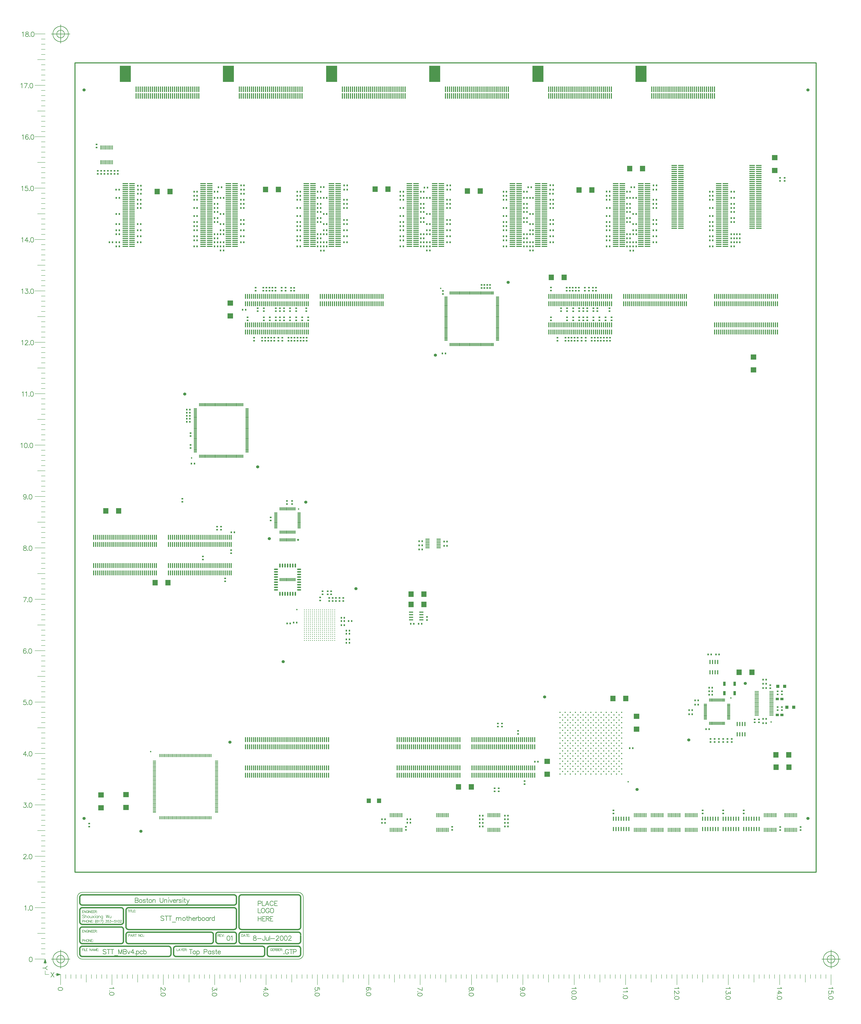
<source format=gtp>
%FSLAX24Y24*%
%MOIN*%
G70*
G01*
G75*
%ADD10C,0.0080*%
%ADD11C,0.0600*%
%ADD12R,0.1063X0.0236*%
%ADD13C,0.0270*%
%ADD14R,0.0157X0.0591*%
%ADD15R,0.0240X0.0800*%
%ADD16R,0.0118X0.0591*%
%ADD17R,0.0354X0.0315*%
%ADD18R,0.0315X0.0354*%
%ADD19R,0.0118X0.0591*%
%ADD20C,0.0280*%
%ADD21R,0.0591X0.0118*%
%ADD22R,0.0591X0.0118*%
%ADD23C,0.0280*%
%ADD24R,0.0787X0.0157*%
%ADD25R,0.0787X0.0157*%
%ADD26R,0.0800X0.0850*%
%ADD27R,0.0800X0.0240*%
%ADD28R,0.0512X0.0827*%
%ADD29R,0.0600X0.0600*%
%ADD30R,0.0600X0.0500*%
%ADD31R,0.2165X0.3150*%
%ADD32R,0.0157X0.0787*%
%ADD33R,0.0157X0.0787*%
%ADD34R,0.0236X0.0945*%
%ADD35R,0.0236X0.0945*%
%ADD36R,0.0236X0.1063*%
%ADD37R,0.1004X0.1063*%
%ADD38R,0.1063X0.1004*%
%ADD39R,0.0591X0.0157*%
%ADD40R,0.0591X0.0157*%
%ADD41R,0.0157X0.0591*%
%ADD42O,0.0800X0.0240*%
%ADD43O,0.0240X0.0800*%
%ADD44C,0.0394*%
%ADD45C,0.0157*%
%ADD46C,0.0060*%
%ADD47C,0.0120*%
%ADD48C,0.0240*%
%ADD49C,0.0100*%
%ADD50C,0.0200*%
%ADD51C,0.0500*%
%ADD52C,0.0150*%
%ADD53C,0.0090*%
%ADD54R,0.4500X0.2000*%
%ADD55R,0.4250X0.2000*%
%ADD56R,0.4250X0.2000*%
%ADD57R,0.4500X0.2000*%
%ADD58C,0.0250*%
%ADD59C,0.0050*%
%ADD60C,0.0200*%
%ADD61C,0.0500*%
%ADD62C,0.1250*%
%ADD63C,0.2165*%
%ADD64C,0.2165*%
%ADD65C,0.0750*%
%ADD66R,0.0750X0.0750*%
%ADD67C,0.2362*%
%ADD68R,0.0500X0.0500*%
%ADD69C,0.0240*%
%ADD70C,0.0230*%
%ADD71R,0.0689X0.1654*%
%ADD72R,0.0374X0.1713*%
%ADD73R,0.0394X0.1693*%
%ADD74R,0.0413X0.1732*%
%ADD75C,0.0079*%
%ADD76R,0.5000X0.2000*%
%ADD77R,0.7500X0.2000*%
%ADD78C,0.0240*%
%ADD79C,0.0240*%
D10*
X25154Y127108D02*
X27154D01*
X26404Y126108D02*
X27154D01*
X26404Y125108D02*
X27154D01*
X26404Y124108D02*
X27154D01*
X26404Y123108D02*
X27154D01*
X25654Y122108D02*
X27154D01*
X26404Y121108D02*
X27154D01*
X26404Y120108D02*
X27154D01*
X26404Y119108D02*
X27154D01*
X26404Y118108D02*
X27154D01*
X25154Y117108D02*
X27154D01*
X26404Y116108D02*
X27154D01*
X26404Y115108D02*
X27154D01*
X26404Y114108D02*
X27154D01*
X26404Y113108D02*
X27154D01*
X25654Y112108D02*
X27154D01*
X26404Y111108D02*
X27154D01*
X26404Y110108D02*
X27154D01*
X26404Y109108D02*
X27154D01*
X26404Y108108D02*
X27154D01*
X25154Y107108D02*
X27154D01*
X26404Y106108D02*
X27154D01*
X26404Y105108D02*
X27154D01*
X26404Y104108D02*
X27154D01*
X26404Y103108D02*
X27154D01*
X25654Y102108D02*
X27154D01*
X26404Y101108D02*
X27154D01*
X26404Y100108D02*
X27154D01*
X26404Y99108D02*
X27154D01*
X26404Y98108D02*
X27154D01*
X25154Y97108D02*
X27154D01*
X26404Y96108D02*
X27154D01*
X26404Y95108D02*
X27154D01*
X26404Y94108D02*
X27154D01*
X26404Y93108D02*
X27154D01*
X25654Y92108D02*
X27154D01*
X26404Y91108D02*
X27154D01*
X26404Y90108D02*
X27154D01*
X26404Y89108D02*
X27154D01*
X26404Y88108D02*
X27154D01*
X25154Y87108D02*
X27154D01*
X26404Y86108D02*
X27154D01*
X26404Y85108D02*
X27154D01*
X26404Y84108D02*
X27154D01*
X26404Y83108D02*
X27154D01*
X25654Y82108D02*
X27154D01*
X26404Y81108D02*
X27154D01*
X26404Y80108D02*
X27154D01*
X26404Y79108D02*
X27154D01*
X26404Y78108D02*
X27154D01*
X25154Y77108D02*
X27154D01*
X26404Y76108D02*
X27154D01*
X26404Y75108D02*
X27154D01*
X26404Y74108D02*
X27154D01*
X26404Y73108D02*
X27154D01*
X25654Y72108D02*
X27154D01*
X26404Y71108D02*
X27154D01*
X26404Y70108D02*
X27154D01*
X26404Y69108D02*
X27154D01*
X26404Y68108D02*
X27154D01*
X25154Y67108D02*
X27154D01*
X26404Y66108D02*
X27154D01*
X26404Y65108D02*
X27154D01*
X26404Y64108D02*
X27154D01*
X26404Y63108D02*
X27154D01*
X25654Y62108D02*
X27154D01*
X26404Y61108D02*
X27154D01*
X26404Y60108D02*
X27154D01*
X26404Y59108D02*
X27154D01*
X26404Y58108D02*
X27154D01*
X25154Y57108D02*
X27154D01*
X26404Y56108D02*
X27154D01*
X26404Y55108D02*
X27154D01*
X26404Y54108D02*
X27154D01*
X26404Y53108D02*
X27154D01*
X25654Y52108D02*
X27154D01*
X26404Y51108D02*
X27154D01*
X26404Y50108D02*
X27154D01*
X26404Y49108D02*
X27154D01*
X26404Y48108D02*
X27154D01*
X25154Y47108D02*
X27154D01*
X26404Y46108D02*
X27154D01*
X26404Y45108D02*
X27154D01*
X26404Y44108D02*
X27154D01*
X26404Y43108D02*
X27154D01*
X25654Y42108D02*
X27154D01*
X26404Y41108D02*
X27154D01*
X26404Y40108D02*
X27154D01*
X26404Y39108D02*
X27154D01*
X26404Y38108D02*
X27154D01*
X25154Y37108D02*
X27154D01*
X26404Y36108D02*
X27154D01*
X26404Y35108D02*
X27154D01*
X26404Y34108D02*
X27154D01*
X26404Y33108D02*
X27154D01*
X25654Y32108D02*
X27154D01*
X26404Y31108D02*
X27154D01*
X26404Y30108D02*
X27154D01*
X26404Y29108D02*
X27154D01*
X26404Y28108D02*
X27154D01*
X25154Y27108D02*
X27154D01*
X26404Y26108D02*
X27154D01*
X26404Y25108D02*
X27154D01*
X26404Y24108D02*
X27154D01*
X26404Y23108D02*
X27154D01*
X25654Y22108D02*
X27154D01*
X26404Y21108D02*
X27154D01*
X26404Y20108D02*
X27154D01*
X26404Y19108D02*
X27154D01*
X26404Y18108D02*
X27154D01*
X25154Y17108D02*
X27154D01*
X29154Y14108D02*
X29404D01*
X27109Y16508D02*
X27199D01*
X26959Y16403D02*
X27349D01*
X27059Y16473D02*
X27249D01*
X27009Y16438D02*
X27299D01*
X26904Y16358D02*
X27404D01*
X27154Y14108D02*
X27904D01*
X180154Y12108D02*
Y14108D01*
X179154Y13358D02*
Y14108D01*
X178154Y13358D02*
Y14108D01*
X177154Y13358D02*
Y14108D01*
X176154Y13358D02*
Y14108D01*
X175154Y12608D02*
Y14108D01*
X174154Y13358D02*
Y14108D01*
X173154Y13358D02*
Y14108D01*
X172154Y13358D02*
Y14108D01*
X171154Y13358D02*
Y14108D01*
X170154Y12108D02*
Y14108D01*
X169154Y13358D02*
Y14108D01*
X168154Y13358D02*
Y14108D01*
X167154Y13358D02*
Y14108D01*
X166154Y13358D02*
Y14108D01*
X165154Y12608D02*
Y14108D01*
X164154Y13358D02*
Y14108D01*
X163154Y13358D02*
Y14108D01*
X162154Y13358D02*
Y14108D01*
X161154Y13358D02*
Y14108D01*
X160154Y12108D02*
Y14108D01*
X159154Y13358D02*
Y14108D01*
X158154Y13358D02*
Y14108D01*
X157154Y13358D02*
Y14108D01*
X156154Y13358D02*
Y14108D01*
X155154Y12608D02*
Y14108D01*
X154154Y13358D02*
Y14108D01*
X153154Y13358D02*
Y14108D01*
X152154Y13358D02*
Y14108D01*
X151154Y13358D02*
Y14108D01*
X150154Y12108D02*
Y14108D01*
X149154Y13358D02*
Y14108D01*
X148154Y13358D02*
Y14108D01*
X147154Y13358D02*
Y14108D01*
X146154Y13358D02*
Y14108D01*
X145154Y12608D02*
Y14108D01*
X144154Y13358D02*
Y14108D01*
X143154Y13358D02*
Y14108D01*
X142154Y13358D02*
Y14108D01*
X141154Y13358D02*
Y14108D01*
X140154Y12108D02*
Y14108D01*
X139154Y13358D02*
Y14108D01*
X138154Y13358D02*
Y14108D01*
X137154Y13358D02*
Y14108D01*
X136154Y13358D02*
Y14108D01*
X135154Y12608D02*
Y14108D01*
X134154Y13358D02*
Y14108D01*
X133154Y13358D02*
Y14108D01*
X132154Y13358D02*
Y14108D01*
X131154Y13358D02*
Y14108D01*
X130154Y12108D02*
Y14108D01*
X129154Y13358D02*
Y14108D01*
X128154Y13358D02*
Y14108D01*
X127154Y13358D02*
Y14108D01*
X126154Y13358D02*
Y14108D01*
X125154Y12608D02*
Y14108D01*
X124154Y13358D02*
Y14108D01*
X123154Y13358D02*
Y14108D01*
X122154Y13358D02*
Y14108D01*
X121154Y13358D02*
Y14108D01*
X120154Y12108D02*
Y14108D01*
X119154Y13358D02*
Y14108D01*
X118154Y13358D02*
Y14108D01*
X117154Y13358D02*
Y14108D01*
X116154Y13358D02*
Y14108D01*
X115154Y12608D02*
Y14108D01*
X114154Y13358D02*
Y14108D01*
X113154Y13358D02*
Y14108D01*
X112154Y13358D02*
Y14108D01*
X111154Y13358D02*
Y14108D01*
X110154Y12108D02*
Y14108D01*
X109154Y13358D02*
Y14108D01*
X108154Y13358D02*
Y14108D01*
X107154Y13358D02*
Y14108D01*
X106154Y13358D02*
Y14108D01*
X105154Y12608D02*
Y14108D01*
X104154Y13358D02*
Y14108D01*
X103154Y13358D02*
Y14108D01*
X102154Y13358D02*
Y14108D01*
X101154Y13358D02*
Y14108D01*
X100154Y12108D02*
Y14108D01*
X99154Y13358D02*
Y14108D01*
X98154Y13358D02*
Y14108D01*
X97154Y13358D02*
Y14108D01*
X96154Y13358D02*
Y14108D01*
X95154Y12608D02*
Y14108D01*
X94154Y13358D02*
Y14108D01*
X93154Y13358D02*
Y14108D01*
X92154Y13358D02*
Y14108D01*
X91154Y13358D02*
Y14108D01*
X90154Y12108D02*
Y14108D01*
X89154Y13358D02*
Y14108D01*
X88154Y13358D02*
Y14108D01*
X87154Y13358D02*
Y14108D01*
X86154Y13358D02*
Y14108D01*
X85154Y12608D02*
Y14108D01*
X84154Y13358D02*
Y14108D01*
X83154Y13358D02*
Y14108D01*
X82154Y13358D02*
Y14108D01*
X81154Y13358D02*
Y14108D01*
X80154Y12108D02*
Y14108D01*
X79154Y13358D02*
Y14108D01*
X78154Y13358D02*
Y14108D01*
X77154Y13358D02*
Y14108D01*
X76154Y13358D02*
Y14108D01*
X75154Y12608D02*
Y14108D01*
X74154Y13358D02*
Y14108D01*
X73154Y13358D02*
Y14108D01*
X72154Y13358D02*
Y14108D01*
X71154Y13358D02*
Y14108D01*
X70154Y12108D02*
Y14108D01*
X69154Y13358D02*
Y14108D01*
X68154Y13358D02*
Y14108D01*
X67154Y13358D02*
Y14108D01*
X66154Y13358D02*
Y14108D01*
X65154Y12608D02*
Y14108D01*
X64154Y13358D02*
Y14108D01*
X63154Y13358D02*
Y14108D01*
X62154Y13358D02*
Y14108D01*
X61154Y13358D02*
Y14108D01*
X60154Y12108D02*
Y14108D01*
X59154Y13358D02*
Y14108D01*
X58154Y13358D02*
Y14108D01*
X57154Y13358D02*
Y14108D01*
X56154Y13358D02*
Y14108D01*
X55154Y12608D02*
Y14108D01*
X54154Y13358D02*
Y14108D01*
X53154Y13358D02*
Y14108D01*
X52154Y13358D02*
Y14108D01*
X51154Y13358D02*
Y14108D01*
X50154Y12108D02*
Y14108D01*
X49154Y13358D02*
Y14108D01*
X48154Y13358D02*
Y14108D01*
X47154Y13358D02*
Y14108D01*
X46154Y13358D02*
Y14108D01*
X45154Y12608D02*
Y14108D01*
X44154Y13358D02*
Y14108D01*
X43154Y13358D02*
Y14108D01*
X42154Y13358D02*
Y14108D01*
X41154Y13358D02*
Y14108D01*
X40154Y12108D02*
Y14108D01*
X39154Y13358D02*
Y14108D01*
X38154Y13358D02*
Y14108D01*
X37154Y13358D02*
Y14108D01*
X36154Y13358D02*
Y14108D01*
X35154Y12608D02*
Y14108D01*
X34154Y13358D02*
Y14108D01*
X33154Y13358D02*
Y14108D01*
X32154Y13358D02*
Y14108D01*
X31154Y13358D02*
Y14108D01*
X30154Y12108D02*
Y14108D01*
X29554Y14063D02*
Y14153D01*
X29449Y13913D02*
Y14303D01*
X29519Y14013D02*
Y14203D01*
X27154Y16108D02*
Y16358D01*
X29484Y13963D02*
Y14253D01*
X29404Y13858D02*
Y14358D01*
X27154Y14108D02*
Y14858D01*
X29554Y14063D02*
X29684Y14108D01*
X29554Y14153D02*
X29684Y14108D01*
X29449Y13913D02*
X30029Y14108D01*
X29449Y14303D02*
X30029Y14108D01*
X29519Y14013D02*
X29799Y14108D01*
X29519Y14203D02*
X29799Y14108D01*
X27154Y16638D02*
X27199Y16508D01*
X27109D02*
X27154Y16638D01*
Y16983D02*
X27349Y16403D01*
X26959D02*
X27154Y16983D01*
Y16753D02*
X27249Y16473D01*
X27059D02*
X27154Y16753D01*
Y16868D02*
X27299Y16438D01*
X27009D02*
X27154Y16868D01*
X26904Y16358D02*
X27154Y17108D01*
X27404Y16358D01*
X29484Y13963D02*
X29914Y14108D01*
X29484Y14253D02*
X29914Y14108D01*
X29404Y14358D02*
X30154Y14108D01*
X29404Y13858D02*
X30154Y14108D01*
X25154Y197108D02*
X27154D01*
X26404Y196108D02*
X27154D01*
X26404Y195108D02*
X27154D01*
X26404Y194108D02*
X27154D01*
X26404Y193108D02*
X27154D01*
X25654Y192108D02*
X27154D01*
X26404Y191108D02*
X27154D01*
X26404Y190108D02*
X27154D01*
X26404Y189108D02*
X27154D01*
X26404Y188108D02*
X27154D01*
X25154Y187108D02*
X27154D01*
X26404Y186108D02*
X27154D01*
X26404Y185108D02*
X27154D01*
X26404Y184108D02*
X27154D01*
X26404Y183108D02*
X27154D01*
X25654Y182108D02*
X27154D01*
X26404Y181108D02*
X27154D01*
X26404Y180108D02*
X27154D01*
X26404Y179108D02*
X27154D01*
X26404Y178108D02*
X27154D01*
X25154Y177108D02*
X27154D01*
X26404Y176108D02*
X27154D01*
X26404Y175108D02*
X27154D01*
X26404Y174108D02*
X27154D01*
X26404Y173108D02*
X27154D01*
X25654Y172108D02*
X27154D01*
X26404Y171108D02*
X27154D01*
X26404Y170108D02*
X27154D01*
X26404Y169108D02*
X27154D01*
X26404Y168108D02*
X27154D01*
X25154Y167108D02*
X27154D01*
X26404Y166108D02*
X27154D01*
X26404Y165108D02*
X27154D01*
X26404Y164108D02*
X27154D01*
X26404Y163108D02*
X27154D01*
X25654Y162108D02*
X27154D01*
X26404Y161108D02*
X27154D01*
X26404Y160108D02*
X27154D01*
X26404Y159108D02*
X27154D01*
X26404Y158108D02*
X27154D01*
X25154Y157108D02*
X27154D01*
X26404Y156108D02*
X27154D01*
X26404Y155108D02*
X27154D01*
X26404Y154108D02*
X27154D01*
X26404Y153108D02*
X27154D01*
X25654Y152108D02*
X27154D01*
X26404Y151108D02*
X27154D01*
X26404Y150108D02*
X27154D01*
X26404Y149108D02*
X27154D01*
X26404Y148108D02*
X27154D01*
X25154Y147108D02*
X27154D01*
X26404Y146108D02*
X27154D01*
X26404Y145108D02*
X27154D01*
X26404Y144108D02*
X27154D01*
X26404Y143108D02*
X27154D01*
X25654Y142108D02*
X27154D01*
X26404Y141108D02*
X27154D01*
X26404Y140108D02*
X27154D01*
X26404Y139108D02*
X27154D01*
X26404Y138108D02*
X27154D01*
X25154Y137108D02*
X27154D01*
X26404Y136108D02*
X27154D01*
X26404Y135108D02*
X27154D01*
X26404Y134108D02*
X27154D01*
X26404Y133108D02*
X27154D01*
X25654Y132108D02*
X27154D01*
X26404Y131108D02*
X27154D01*
X26404Y130108D02*
X27154D01*
X26404Y129108D02*
X27154D01*
X26404Y128108D02*
X27154D01*
X25154Y127108D02*
X27154D01*
X34803Y25622D02*
X34746Y25679D01*
X34661Y25708D01*
X34546D01*
X34461Y25679D01*
X34404Y25622D01*
Y25565D01*
X34432Y25508D01*
X34461Y25479D01*
X34518Y25451D01*
X34689Y25394D01*
X34746Y25365D01*
X34775Y25337D01*
X34803Y25280D01*
Y25194D01*
X34746Y25137D01*
X34661Y25108D01*
X34546D01*
X34461Y25137D01*
X34404Y25194D01*
X34938Y25708D02*
Y25108D01*
Y25394D02*
X35023Y25479D01*
X35081Y25508D01*
X35166D01*
X35223Y25479D01*
X35252Y25394D01*
Y25108D01*
X35552Y25508D02*
X35495Y25479D01*
X35438Y25422D01*
X35409Y25337D01*
Y25280D01*
X35438Y25194D01*
X35495Y25137D01*
X35552Y25108D01*
X35638D01*
X35695Y25137D01*
X35752Y25194D01*
X35780Y25280D01*
Y25337D01*
X35752Y25422D01*
X35695Y25479D01*
X35638Y25508D01*
X35552D01*
X35912D02*
Y25222D01*
X35940Y25137D01*
X35997Y25108D01*
X36083D01*
X36140Y25137D01*
X36226Y25222D01*
Y25508D02*
Y25108D01*
X36383Y25508D02*
X36697Y25108D01*
Y25508D02*
X36383Y25108D01*
X36880Y25708D02*
X36909Y25679D01*
X36937Y25708D01*
X36909Y25737D01*
X36880Y25708D01*
X36909Y25508D02*
Y25108D01*
X37386Y25508D02*
Y25108D01*
Y25422D02*
X37329Y25479D01*
X37271Y25508D01*
X37186D01*
X37129Y25479D01*
X37072Y25422D01*
X37043Y25337D01*
Y25280D01*
X37072Y25194D01*
X37129Y25137D01*
X37186Y25108D01*
X37271D01*
X37329Y25137D01*
X37386Y25194D01*
X37546Y25508D02*
Y25108D01*
Y25394D02*
X37631Y25479D01*
X37689Y25508D01*
X37774D01*
X37831Y25479D01*
X37860Y25394D01*
Y25108D01*
X38360Y25508D02*
Y25051D01*
X38331Y24965D01*
X38303Y24937D01*
X38246Y24908D01*
X38160D01*
X38103Y24937D01*
X38360Y25422D02*
X38303Y25479D01*
X38246Y25508D01*
X38160D01*
X38103Y25479D01*
X38046Y25422D01*
X38017Y25337D01*
Y25280D01*
X38046Y25194D01*
X38103Y25137D01*
X38160Y25108D01*
X38246D01*
X38303Y25137D01*
X38360Y25194D01*
X38991Y25708D02*
X39134Y25108D01*
X39277Y25708D02*
X39134Y25108D01*
X39277Y25708D02*
X39420Y25108D01*
X39562Y25708D02*
X39420Y25108D01*
X39682Y25508D02*
Y25222D01*
X39711Y25137D01*
X39768Y25108D01*
X39854D01*
X39911Y25137D01*
X39997Y25222D01*
Y25508D02*
Y25108D01*
D11*
X163480Y70758D02*
D03*
X152457Y59734D02*
D03*
X124404Y68108D02*
D03*
X142404Y50108D02*
D03*
X87673Y89163D02*
D03*
X73500Y74990D02*
D03*
X77890Y105994D02*
D03*
X70803Y98907D02*
D03*
X45809Y41988D02*
D03*
X63132Y59311D02*
D03*
X54346Y127057D02*
D03*
X68520Y112884D02*
D03*
X117299Y148785D02*
D03*
X103126Y134612D02*
D03*
X175665Y186210D02*
D03*
X34720D02*
D03*
Y44478D02*
D03*
X175665D02*
D03*
D12*
X150941Y171521D02*
D03*
Y171128D02*
D03*
Y170734D02*
D03*
Y170340D02*
D03*
Y169947D02*
D03*
Y169553D02*
D03*
Y169159D02*
D03*
Y168372D02*
D03*
Y167978D02*
D03*
Y167584D02*
D03*
Y167191D02*
D03*
Y166797D02*
D03*
Y166403D02*
D03*
Y166010D02*
D03*
Y165616D02*
D03*
Y165222D02*
D03*
Y164829D02*
D03*
Y164435D02*
D03*
Y164041D02*
D03*
Y163647D02*
D03*
Y163254D02*
D03*
Y162860D02*
D03*
Y162466D02*
D03*
Y162073D02*
D03*
Y161679D02*
D03*
Y161285D02*
D03*
Y160892D02*
D03*
Y160498D02*
D03*
Y160104D02*
D03*
Y159710D02*
D03*
Y159317D02*
D03*
X149642Y171521D02*
D03*
Y171128D02*
D03*
Y170734D02*
D03*
Y170340D02*
D03*
Y169947D02*
D03*
Y169553D02*
D03*
Y169159D02*
D03*
Y168766D02*
D03*
Y168372D02*
D03*
Y167978D02*
D03*
Y167584D02*
D03*
Y167191D02*
D03*
Y166797D02*
D03*
Y166403D02*
D03*
Y166010D02*
D03*
Y165616D02*
D03*
Y165222D02*
D03*
Y164829D02*
D03*
Y164435D02*
D03*
Y164041D02*
D03*
Y163647D02*
D03*
Y163254D02*
D03*
Y162860D02*
D03*
Y162466D02*
D03*
Y162073D02*
D03*
Y161679D02*
D03*
Y161285D02*
D03*
Y160892D02*
D03*
Y160498D02*
D03*
Y160104D02*
D03*
Y159710D02*
D03*
Y159317D02*
D03*
X150941Y168766D02*
D03*
X166098D02*
D03*
X164799Y159317D02*
D03*
Y159710D02*
D03*
Y160104D02*
D03*
Y160498D02*
D03*
Y160892D02*
D03*
Y161285D02*
D03*
Y161679D02*
D03*
Y162073D02*
D03*
Y162466D02*
D03*
Y162860D02*
D03*
Y163254D02*
D03*
Y163647D02*
D03*
Y164041D02*
D03*
Y164435D02*
D03*
Y164829D02*
D03*
Y165222D02*
D03*
Y165616D02*
D03*
Y166010D02*
D03*
Y166403D02*
D03*
Y166797D02*
D03*
Y167191D02*
D03*
Y167584D02*
D03*
Y167978D02*
D03*
Y168372D02*
D03*
Y168766D02*
D03*
Y169159D02*
D03*
Y169553D02*
D03*
Y169947D02*
D03*
Y170340D02*
D03*
Y170734D02*
D03*
Y171128D02*
D03*
Y171521D02*
D03*
X166098Y159317D02*
D03*
Y159710D02*
D03*
Y160104D02*
D03*
Y160498D02*
D03*
Y160892D02*
D03*
Y161285D02*
D03*
Y161679D02*
D03*
Y162073D02*
D03*
Y162466D02*
D03*
Y162860D02*
D03*
Y163254D02*
D03*
Y163647D02*
D03*
Y164041D02*
D03*
Y164435D02*
D03*
Y164829D02*
D03*
Y165222D02*
D03*
Y165616D02*
D03*
Y166010D02*
D03*
Y166403D02*
D03*
Y166797D02*
D03*
Y167191D02*
D03*
Y167584D02*
D03*
Y167978D02*
D03*
Y168372D02*
D03*
Y169159D02*
D03*
Y169553D02*
D03*
Y169947D02*
D03*
Y170340D02*
D03*
Y170734D02*
D03*
Y171128D02*
D03*
Y171521D02*
D03*
X59209Y165222D02*
D03*
X57909Y155773D02*
D03*
Y156167D02*
D03*
Y156561D02*
D03*
Y156955D02*
D03*
Y157348D02*
D03*
Y157742D02*
D03*
Y158136D02*
D03*
Y158529D02*
D03*
Y158923D02*
D03*
Y159317D02*
D03*
Y159710D02*
D03*
Y160104D02*
D03*
Y160498D02*
D03*
Y160892D02*
D03*
Y161285D02*
D03*
Y161679D02*
D03*
Y162073D02*
D03*
Y162466D02*
D03*
Y162860D02*
D03*
Y163254D02*
D03*
Y163647D02*
D03*
Y164041D02*
D03*
Y164435D02*
D03*
Y164829D02*
D03*
Y165222D02*
D03*
Y165616D02*
D03*
Y166010D02*
D03*
Y166403D02*
D03*
Y166797D02*
D03*
Y167191D02*
D03*
Y167584D02*
D03*
Y167978D02*
D03*
X59209Y155773D02*
D03*
Y156167D02*
D03*
Y156561D02*
D03*
Y156955D02*
D03*
Y157348D02*
D03*
Y157742D02*
D03*
Y158136D02*
D03*
Y158529D02*
D03*
Y158923D02*
D03*
Y159317D02*
D03*
Y159710D02*
D03*
Y160104D02*
D03*
Y160498D02*
D03*
Y160892D02*
D03*
Y161285D02*
D03*
Y161679D02*
D03*
Y162073D02*
D03*
Y162466D02*
D03*
Y162860D02*
D03*
Y163254D02*
D03*
Y163647D02*
D03*
Y164041D02*
D03*
Y164435D02*
D03*
Y164829D02*
D03*
Y165616D02*
D03*
Y166010D02*
D03*
Y166403D02*
D03*
Y166797D02*
D03*
Y167191D02*
D03*
Y167584D02*
D03*
Y167978D02*
D03*
X44051D02*
D03*
Y167584D02*
D03*
Y167191D02*
D03*
Y166797D02*
D03*
Y166403D02*
D03*
Y166010D02*
D03*
Y165616D02*
D03*
Y164829D02*
D03*
Y164435D02*
D03*
Y164041D02*
D03*
Y163647D02*
D03*
Y163254D02*
D03*
Y162860D02*
D03*
Y162466D02*
D03*
Y162073D02*
D03*
Y161679D02*
D03*
Y161285D02*
D03*
Y160892D02*
D03*
Y160498D02*
D03*
Y160104D02*
D03*
Y159710D02*
D03*
Y159317D02*
D03*
Y158923D02*
D03*
Y158529D02*
D03*
Y158136D02*
D03*
Y157742D02*
D03*
Y157348D02*
D03*
Y156955D02*
D03*
Y156561D02*
D03*
Y156167D02*
D03*
Y155773D02*
D03*
X42752Y167978D02*
D03*
Y167584D02*
D03*
Y167191D02*
D03*
Y166797D02*
D03*
Y166403D02*
D03*
Y166010D02*
D03*
Y165616D02*
D03*
Y165222D02*
D03*
Y164829D02*
D03*
Y164435D02*
D03*
Y164041D02*
D03*
Y163647D02*
D03*
Y163254D02*
D03*
Y162860D02*
D03*
Y162466D02*
D03*
Y162073D02*
D03*
Y161679D02*
D03*
Y161285D02*
D03*
Y160892D02*
D03*
Y160498D02*
D03*
Y160104D02*
D03*
Y159710D02*
D03*
Y159317D02*
D03*
Y158923D02*
D03*
Y158529D02*
D03*
Y158136D02*
D03*
Y157742D02*
D03*
Y157348D02*
D03*
Y156955D02*
D03*
Y156561D02*
D03*
Y156167D02*
D03*
Y155773D02*
D03*
X44051Y165222D02*
D03*
X79287Y167978D02*
D03*
Y167584D02*
D03*
Y167191D02*
D03*
Y166797D02*
D03*
Y166403D02*
D03*
Y166010D02*
D03*
Y165616D02*
D03*
Y164829D02*
D03*
Y164435D02*
D03*
Y164041D02*
D03*
Y163647D02*
D03*
Y163254D02*
D03*
Y162860D02*
D03*
Y162466D02*
D03*
Y162073D02*
D03*
Y161679D02*
D03*
Y161285D02*
D03*
Y160892D02*
D03*
Y160498D02*
D03*
Y160104D02*
D03*
Y159710D02*
D03*
Y159317D02*
D03*
Y158923D02*
D03*
Y158529D02*
D03*
Y158136D02*
D03*
Y157742D02*
D03*
Y157348D02*
D03*
Y156955D02*
D03*
Y156561D02*
D03*
Y156167D02*
D03*
Y155773D02*
D03*
X77988Y167978D02*
D03*
Y167584D02*
D03*
Y167191D02*
D03*
Y166797D02*
D03*
Y166403D02*
D03*
Y166010D02*
D03*
Y165616D02*
D03*
Y165222D02*
D03*
Y164829D02*
D03*
Y164435D02*
D03*
Y164041D02*
D03*
Y163647D02*
D03*
Y163254D02*
D03*
Y162860D02*
D03*
Y162466D02*
D03*
Y162073D02*
D03*
Y161679D02*
D03*
Y161285D02*
D03*
Y160892D02*
D03*
Y160498D02*
D03*
Y160104D02*
D03*
Y159710D02*
D03*
Y159317D02*
D03*
Y158923D02*
D03*
Y158529D02*
D03*
Y158136D02*
D03*
Y157742D02*
D03*
Y157348D02*
D03*
Y156955D02*
D03*
Y156561D02*
D03*
Y156167D02*
D03*
Y155773D02*
D03*
X79287Y165222D02*
D03*
X64130D02*
D03*
X62831Y155773D02*
D03*
Y156167D02*
D03*
Y156561D02*
D03*
Y156955D02*
D03*
Y157348D02*
D03*
Y157742D02*
D03*
Y158136D02*
D03*
Y158529D02*
D03*
Y158923D02*
D03*
Y159317D02*
D03*
Y159710D02*
D03*
Y160104D02*
D03*
Y160498D02*
D03*
Y160892D02*
D03*
Y161285D02*
D03*
Y161679D02*
D03*
Y162073D02*
D03*
Y162466D02*
D03*
Y162860D02*
D03*
Y163254D02*
D03*
Y163647D02*
D03*
Y164041D02*
D03*
Y164435D02*
D03*
Y164829D02*
D03*
Y165222D02*
D03*
Y165616D02*
D03*
Y166010D02*
D03*
Y166403D02*
D03*
Y166797D02*
D03*
Y167191D02*
D03*
Y167584D02*
D03*
Y167978D02*
D03*
X64130Y155773D02*
D03*
Y156167D02*
D03*
Y156561D02*
D03*
Y156955D02*
D03*
Y157348D02*
D03*
Y157742D02*
D03*
Y158136D02*
D03*
Y158529D02*
D03*
Y158923D02*
D03*
Y159317D02*
D03*
Y159710D02*
D03*
Y160104D02*
D03*
Y160498D02*
D03*
Y160892D02*
D03*
Y161285D02*
D03*
Y161679D02*
D03*
Y162073D02*
D03*
Y162466D02*
D03*
Y162860D02*
D03*
Y163254D02*
D03*
Y163647D02*
D03*
Y164041D02*
D03*
Y164435D02*
D03*
Y164829D02*
D03*
Y165616D02*
D03*
Y166010D02*
D03*
Y166403D02*
D03*
Y166797D02*
D03*
Y167191D02*
D03*
Y167584D02*
D03*
Y167978D02*
D03*
X99366Y165222D02*
D03*
X98067Y155773D02*
D03*
Y156167D02*
D03*
Y156561D02*
D03*
Y156955D02*
D03*
Y157348D02*
D03*
Y157742D02*
D03*
Y158136D02*
D03*
Y158529D02*
D03*
Y158923D02*
D03*
Y159317D02*
D03*
Y159710D02*
D03*
Y160104D02*
D03*
Y160498D02*
D03*
Y160892D02*
D03*
Y161285D02*
D03*
Y161679D02*
D03*
Y162073D02*
D03*
Y162466D02*
D03*
Y162860D02*
D03*
Y163254D02*
D03*
Y163647D02*
D03*
Y164041D02*
D03*
Y164435D02*
D03*
Y164829D02*
D03*
Y165222D02*
D03*
Y165616D02*
D03*
Y166010D02*
D03*
Y166403D02*
D03*
Y166797D02*
D03*
Y167191D02*
D03*
Y167584D02*
D03*
Y167978D02*
D03*
X99366Y155773D02*
D03*
Y156167D02*
D03*
Y156561D02*
D03*
Y156955D02*
D03*
Y157348D02*
D03*
Y157742D02*
D03*
Y158136D02*
D03*
Y158529D02*
D03*
Y158923D02*
D03*
Y159317D02*
D03*
Y159710D02*
D03*
Y160104D02*
D03*
Y160498D02*
D03*
Y160892D02*
D03*
Y161285D02*
D03*
Y161679D02*
D03*
Y162073D02*
D03*
Y162466D02*
D03*
Y162860D02*
D03*
Y163254D02*
D03*
Y163647D02*
D03*
Y164041D02*
D03*
Y164435D02*
D03*
Y164829D02*
D03*
Y165616D02*
D03*
Y166010D02*
D03*
Y166403D02*
D03*
Y166797D02*
D03*
Y167191D02*
D03*
Y167584D02*
D03*
Y167978D02*
D03*
X84209D02*
D03*
Y167584D02*
D03*
Y167191D02*
D03*
Y166797D02*
D03*
Y166403D02*
D03*
Y166010D02*
D03*
Y165616D02*
D03*
Y164829D02*
D03*
Y164435D02*
D03*
Y164041D02*
D03*
Y163647D02*
D03*
Y163254D02*
D03*
Y162860D02*
D03*
Y162466D02*
D03*
Y162073D02*
D03*
Y161679D02*
D03*
Y161285D02*
D03*
Y160892D02*
D03*
Y160498D02*
D03*
Y160104D02*
D03*
Y159710D02*
D03*
Y159317D02*
D03*
Y158923D02*
D03*
Y158529D02*
D03*
Y158136D02*
D03*
Y157742D02*
D03*
Y157348D02*
D03*
Y156955D02*
D03*
Y156561D02*
D03*
Y156167D02*
D03*
Y155773D02*
D03*
X82909Y167978D02*
D03*
Y167584D02*
D03*
Y167191D02*
D03*
Y166797D02*
D03*
Y166403D02*
D03*
Y166010D02*
D03*
Y165616D02*
D03*
Y165222D02*
D03*
Y164829D02*
D03*
Y164435D02*
D03*
Y164041D02*
D03*
Y163647D02*
D03*
Y163254D02*
D03*
Y162860D02*
D03*
Y162466D02*
D03*
Y162073D02*
D03*
Y161679D02*
D03*
Y161285D02*
D03*
Y160892D02*
D03*
Y160498D02*
D03*
Y160104D02*
D03*
Y159710D02*
D03*
Y159317D02*
D03*
Y158923D02*
D03*
Y158529D02*
D03*
Y158136D02*
D03*
Y157742D02*
D03*
Y157348D02*
D03*
Y156955D02*
D03*
Y156561D02*
D03*
Y156167D02*
D03*
Y155773D02*
D03*
X84209Y165222D02*
D03*
X119445Y167978D02*
D03*
Y167584D02*
D03*
Y167191D02*
D03*
Y166797D02*
D03*
Y166403D02*
D03*
Y166010D02*
D03*
Y165616D02*
D03*
Y164829D02*
D03*
Y164435D02*
D03*
Y164041D02*
D03*
Y163647D02*
D03*
Y163254D02*
D03*
Y162860D02*
D03*
Y162466D02*
D03*
Y162073D02*
D03*
Y161679D02*
D03*
Y161285D02*
D03*
Y160892D02*
D03*
Y160498D02*
D03*
Y160104D02*
D03*
Y159710D02*
D03*
Y159317D02*
D03*
Y158923D02*
D03*
Y158529D02*
D03*
Y158136D02*
D03*
Y157742D02*
D03*
Y157348D02*
D03*
Y156955D02*
D03*
Y156561D02*
D03*
Y156167D02*
D03*
Y155773D02*
D03*
X118146Y167978D02*
D03*
Y167584D02*
D03*
Y167191D02*
D03*
Y166797D02*
D03*
Y166403D02*
D03*
Y166010D02*
D03*
Y165616D02*
D03*
Y165222D02*
D03*
Y164829D02*
D03*
Y164435D02*
D03*
Y164041D02*
D03*
Y163647D02*
D03*
Y163254D02*
D03*
Y162860D02*
D03*
Y162466D02*
D03*
Y162073D02*
D03*
Y161679D02*
D03*
Y161285D02*
D03*
Y160892D02*
D03*
Y160498D02*
D03*
Y160104D02*
D03*
Y159710D02*
D03*
Y159317D02*
D03*
Y158923D02*
D03*
Y158529D02*
D03*
Y158136D02*
D03*
Y157742D02*
D03*
Y157348D02*
D03*
Y156955D02*
D03*
Y156561D02*
D03*
Y156167D02*
D03*
Y155773D02*
D03*
X119445Y165222D02*
D03*
X104287D02*
D03*
X102988Y155773D02*
D03*
Y156167D02*
D03*
Y156561D02*
D03*
Y156955D02*
D03*
Y157348D02*
D03*
Y157742D02*
D03*
Y158136D02*
D03*
Y158529D02*
D03*
Y158923D02*
D03*
Y159317D02*
D03*
Y159710D02*
D03*
Y160104D02*
D03*
Y160498D02*
D03*
Y160892D02*
D03*
Y161285D02*
D03*
Y161679D02*
D03*
Y162073D02*
D03*
Y162466D02*
D03*
Y162860D02*
D03*
Y163254D02*
D03*
Y163647D02*
D03*
Y164041D02*
D03*
Y164435D02*
D03*
Y164829D02*
D03*
Y165222D02*
D03*
Y165616D02*
D03*
Y166010D02*
D03*
Y166403D02*
D03*
Y166797D02*
D03*
Y167191D02*
D03*
Y167584D02*
D03*
Y167978D02*
D03*
X104287Y155773D02*
D03*
Y156167D02*
D03*
Y156561D02*
D03*
Y156955D02*
D03*
Y157348D02*
D03*
Y157742D02*
D03*
Y158136D02*
D03*
Y158529D02*
D03*
Y158923D02*
D03*
Y159317D02*
D03*
Y159710D02*
D03*
Y160104D02*
D03*
Y160498D02*
D03*
Y160892D02*
D03*
Y161285D02*
D03*
Y161679D02*
D03*
Y162073D02*
D03*
Y162466D02*
D03*
Y162860D02*
D03*
Y163254D02*
D03*
Y163647D02*
D03*
Y164041D02*
D03*
Y164435D02*
D03*
Y164829D02*
D03*
Y165616D02*
D03*
Y166010D02*
D03*
Y166403D02*
D03*
Y166797D02*
D03*
Y167191D02*
D03*
Y167584D02*
D03*
Y167978D02*
D03*
X139524Y165222D02*
D03*
X138224Y155773D02*
D03*
Y156167D02*
D03*
Y156561D02*
D03*
Y156955D02*
D03*
Y157348D02*
D03*
Y157742D02*
D03*
Y158136D02*
D03*
Y158529D02*
D03*
Y158923D02*
D03*
Y159317D02*
D03*
Y159710D02*
D03*
Y160104D02*
D03*
Y160498D02*
D03*
Y160892D02*
D03*
Y161285D02*
D03*
Y161679D02*
D03*
Y162073D02*
D03*
Y162466D02*
D03*
Y162860D02*
D03*
Y163254D02*
D03*
Y163647D02*
D03*
Y164041D02*
D03*
Y164435D02*
D03*
Y164829D02*
D03*
Y165222D02*
D03*
Y165616D02*
D03*
Y166010D02*
D03*
Y166403D02*
D03*
Y166797D02*
D03*
Y167191D02*
D03*
Y167584D02*
D03*
Y167978D02*
D03*
X139524Y155773D02*
D03*
Y156167D02*
D03*
Y156561D02*
D03*
Y156955D02*
D03*
Y157348D02*
D03*
Y157742D02*
D03*
Y158136D02*
D03*
Y158529D02*
D03*
Y158923D02*
D03*
Y159317D02*
D03*
Y159710D02*
D03*
Y160104D02*
D03*
Y160498D02*
D03*
Y160892D02*
D03*
Y161285D02*
D03*
Y161679D02*
D03*
Y162073D02*
D03*
Y162466D02*
D03*
Y162860D02*
D03*
Y163254D02*
D03*
Y163647D02*
D03*
Y164041D02*
D03*
Y164435D02*
D03*
Y164829D02*
D03*
Y165616D02*
D03*
Y166010D02*
D03*
Y166403D02*
D03*
Y166797D02*
D03*
Y167191D02*
D03*
Y167584D02*
D03*
Y167978D02*
D03*
X124366D02*
D03*
Y167584D02*
D03*
Y167191D02*
D03*
Y166797D02*
D03*
Y166403D02*
D03*
Y166010D02*
D03*
Y165616D02*
D03*
Y164829D02*
D03*
Y164435D02*
D03*
Y164041D02*
D03*
Y163647D02*
D03*
Y163254D02*
D03*
Y162860D02*
D03*
Y162466D02*
D03*
Y162073D02*
D03*
Y161679D02*
D03*
Y161285D02*
D03*
Y160892D02*
D03*
Y160498D02*
D03*
Y160104D02*
D03*
Y159710D02*
D03*
Y159317D02*
D03*
Y158923D02*
D03*
Y158529D02*
D03*
Y158136D02*
D03*
Y157742D02*
D03*
Y157348D02*
D03*
Y156955D02*
D03*
Y156561D02*
D03*
Y156167D02*
D03*
Y155773D02*
D03*
X123067Y167978D02*
D03*
Y167584D02*
D03*
Y167191D02*
D03*
Y166797D02*
D03*
Y166403D02*
D03*
Y166010D02*
D03*
Y165616D02*
D03*
Y165222D02*
D03*
Y164829D02*
D03*
Y164435D02*
D03*
Y164041D02*
D03*
Y163647D02*
D03*
Y163254D02*
D03*
Y162860D02*
D03*
Y162466D02*
D03*
Y162073D02*
D03*
Y161679D02*
D03*
Y161285D02*
D03*
Y160892D02*
D03*
Y160498D02*
D03*
Y160104D02*
D03*
Y159710D02*
D03*
Y159317D02*
D03*
Y158923D02*
D03*
Y158529D02*
D03*
Y158136D02*
D03*
Y157742D02*
D03*
Y157348D02*
D03*
Y156955D02*
D03*
Y156561D02*
D03*
Y156167D02*
D03*
Y155773D02*
D03*
X124366Y165222D02*
D03*
X159602Y167978D02*
D03*
Y167584D02*
D03*
Y167191D02*
D03*
Y166797D02*
D03*
Y166403D02*
D03*
Y166010D02*
D03*
Y165616D02*
D03*
Y164829D02*
D03*
Y164435D02*
D03*
Y164041D02*
D03*
Y163647D02*
D03*
Y163254D02*
D03*
Y162860D02*
D03*
Y162466D02*
D03*
Y162073D02*
D03*
Y161679D02*
D03*
Y161285D02*
D03*
Y160892D02*
D03*
Y160498D02*
D03*
Y160104D02*
D03*
Y159710D02*
D03*
Y159317D02*
D03*
Y158923D02*
D03*
Y158529D02*
D03*
Y158136D02*
D03*
Y157742D02*
D03*
Y157348D02*
D03*
Y156955D02*
D03*
Y156561D02*
D03*
Y156167D02*
D03*
Y155773D02*
D03*
X158303Y167978D02*
D03*
Y167584D02*
D03*
Y167191D02*
D03*
Y166797D02*
D03*
Y166403D02*
D03*
Y166010D02*
D03*
Y165616D02*
D03*
Y165222D02*
D03*
Y164829D02*
D03*
Y164435D02*
D03*
Y164041D02*
D03*
Y163647D02*
D03*
Y163254D02*
D03*
Y162860D02*
D03*
Y162466D02*
D03*
Y162073D02*
D03*
Y161679D02*
D03*
Y161285D02*
D03*
Y160892D02*
D03*
Y160498D02*
D03*
Y160104D02*
D03*
Y159710D02*
D03*
Y159317D02*
D03*
Y158923D02*
D03*
Y158529D02*
D03*
Y158136D02*
D03*
Y157742D02*
D03*
Y157348D02*
D03*
Y156955D02*
D03*
Y156561D02*
D03*
Y156167D02*
D03*
Y155773D02*
D03*
X159602Y165222D02*
D03*
X144445D02*
D03*
X143146Y155773D02*
D03*
Y156167D02*
D03*
Y156561D02*
D03*
Y156955D02*
D03*
Y157348D02*
D03*
Y157742D02*
D03*
Y158136D02*
D03*
Y158529D02*
D03*
Y158923D02*
D03*
Y159317D02*
D03*
Y159710D02*
D03*
Y160104D02*
D03*
Y160498D02*
D03*
Y160892D02*
D03*
Y161285D02*
D03*
Y161679D02*
D03*
Y162073D02*
D03*
Y162466D02*
D03*
Y162860D02*
D03*
Y163254D02*
D03*
Y163647D02*
D03*
Y164041D02*
D03*
Y164435D02*
D03*
Y164829D02*
D03*
Y165222D02*
D03*
Y165616D02*
D03*
Y166010D02*
D03*
Y166403D02*
D03*
Y166797D02*
D03*
Y167191D02*
D03*
Y167584D02*
D03*
Y167978D02*
D03*
X144445Y155773D02*
D03*
Y156167D02*
D03*
Y156561D02*
D03*
Y156955D02*
D03*
Y157348D02*
D03*
Y157742D02*
D03*
Y158136D02*
D03*
Y158529D02*
D03*
Y158923D02*
D03*
Y159317D02*
D03*
Y159710D02*
D03*
Y160104D02*
D03*
Y160498D02*
D03*
Y160892D02*
D03*
Y161285D02*
D03*
Y161679D02*
D03*
Y162073D02*
D03*
Y162466D02*
D03*
Y162860D02*
D03*
Y163254D02*
D03*
Y163647D02*
D03*
Y164041D02*
D03*
Y164435D02*
D03*
Y164829D02*
D03*
Y165616D02*
D03*
Y166010D02*
D03*
Y166403D02*
D03*
Y166797D02*
D03*
Y167191D02*
D03*
Y167584D02*
D03*
Y167978D02*
D03*
D13*
X47713Y57470D02*
D03*
X140654Y51608D02*
D03*
X76492Y104675D02*
D03*
X104154Y147608D02*
D03*
X55654Y114608D02*
D03*
X76154Y85108D02*
D03*
X160654Y67908D02*
D03*
X168504Y63258D02*
D03*
D14*
X54858Y56693D02*
D03*
X55114D02*
D03*
X55370D02*
D03*
X55626D02*
D03*
X56138D02*
D03*
X56650D02*
D03*
X51020D02*
D03*
X50508D02*
D03*
X54602D02*
D03*
X54091D02*
D03*
X53835D02*
D03*
X53579D02*
D03*
X52555D02*
D03*
X52299D02*
D03*
X51531D02*
D03*
X57929D02*
D03*
X57417D02*
D03*
X57161D02*
D03*
X59465D02*
D03*
X58953D02*
D03*
X58441D02*
D03*
X58185D02*
D03*
X57673D02*
D03*
X56905D02*
D03*
X56394D02*
D03*
X55882D02*
D03*
X54346D02*
D03*
X53323D02*
D03*
X53067D02*
D03*
X52811D02*
D03*
X52043D02*
D03*
X51787D02*
D03*
X51276D02*
D03*
X50764D02*
D03*
X49484D02*
D03*
Y44606D02*
D03*
X50508D02*
D03*
X51020D02*
D03*
X51787D02*
D03*
X52043D02*
D03*
X52299D02*
D03*
X53067D02*
D03*
X53323D02*
D03*
X53579D02*
D03*
X54602D02*
D03*
X56650D02*
D03*
X56905D02*
D03*
X57161D02*
D03*
X58697D02*
D03*
X59465D02*
D03*
X49996Y56693D02*
D03*
X57673Y44606D02*
D03*
X55626D02*
D03*
X56138D02*
D03*
X58953D02*
D03*
X50252Y56693D02*
D03*
X51276Y44606D02*
D03*
X49740D02*
D03*
X50252D02*
D03*
X50764D02*
D03*
X51531D02*
D03*
X53835D02*
D03*
X54091D02*
D03*
X52555D02*
D03*
X52811D02*
D03*
X49996D02*
D03*
X49740Y56693D02*
D03*
X59209D02*
D03*
X58697D02*
D03*
X59209Y44606D02*
D03*
D15*
X157104Y72908D02*
D03*
X158104Y74908D02*
D03*
Y72908D02*
D03*
X157604D02*
D03*
Y74908D02*
D03*
X156604Y72908D02*
D03*
Y74908D02*
D03*
X157104D02*
D03*
X166154Y44408D02*
D03*
X165654D02*
D03*
X165154D02*
D03*
X164654D02*
D03*
X164154D02*
D03*
X163654D02*
D03*
X164654Y42408D02*
D03*
X166154D02*
D03*
X163654D02*
D03*
X165654D02*
D03*
X163154Y44408D02*
D03*
X164154Y42408D02*
D03*
X163154D02*
D03*
X165154D02*
D03*
X157154D02*
D03*
X156654Y44408D02*
D03*
X158154Y42408D02*
D03*
X155654D02*
D03*
X157654Y44408D02*
D03*
X155154Y42408D02*
D03*
X157154Y44408D02*
D03*
X155154D02*
D03*
X156654Y42408D02*
D03*
X156154Y44408D02*
D03*
X157654Y42408D02*
D03*
X156154D02*
D03*
X158154Y44408D02*
D03*
X155654D02*
D03*
X140804Y42408D02*
D03*
X138304D02*
D03*
X138804Y44408D02*
D03*
X139304Y42408D02*
D03*
X139804Y44408D02*
D03*
X140304Y42408D02*
D03*
X140804Y44408D02*
D03*
X137804D02*
D03*
Y42408D02*
D03*
X138304Y44408D02*
D03*
X138804Y42408D02*
D03*
X139304Y44408D02*
D03*
X139804Y42408D02*
D03*
X140304Y44408D02*
D03*
X159654D02*
D03*
X160654D02*
D03*
Y42408D02*
D03*
X161154Y44408D02*
D03*
X162154D02*
D03*
X161654Y42408D02*
D03*
X159154Y44408D02*
D03*
Y42408D02*
D03*
X160154D02*
D03*
X162154D02*
D03*
X160154Y44408D02*
D03*
X161654D02*
D03*
X161154Y42408D02*
D03*
X159654D02*
D03*
X163404Y62858D02*
D03*
Y60858D02*
D03*
X162404D02*
D03*
X162904Y62858D02*
D03*
X162404D02*
D03*
X161904D02*
D03*
Y60858D02*
D03*
X162904D02*
D03*
D16*
X158854Y67510D02*
D03*
X158067D02*
D03*
X157870D02*
D03*
X157476D02*
D03*
X158461D02*
D03*
X159051D02*
D03*
X158461Y62982D02*
D03*
X158264D02*
D03*
X157083D02*
D03*
X156886D02*
D03*
X156492Y67510D02*
D03*
X156689D02*
D03*
X157673D02*
D03*
X158264D02*
D03*
X159248D02*
D03*
X159051Y62982D02*
D03*
X159248D02*
D03*
X158067D02*
D03*
X159445D02*
D03*
X158854D02*
D03*
X159445Y67510D02*
D03*
X158657Y62982D02*
D03*
Y67510D02*
D03*
X157476Y62982D02*
D03*
X157280D02*
D03*
X157673D02*
D03*
X157870D02*
D03*
X156689D02*
D03*
X156492D02*
D03*
X157280Y67510D02*
D03*
X156886D02*
D03*
X157083D02*
D03*
X73657Y104714D02*
D03*
X74248D02*
D03*
Y100187D02*
D03*
X74051D02*
D03*
X73461Y104714D02*
D03*
X73264D02*
D03*
X75429Y100187D02*
D03*
X73657D02*
D03*
X73067D02*
D03*
X72870D02*
D03*
X75232Y104714D02*
D03*
X75823D02*
D03*
X75429D02*
D03*
X75823Y100187D02*
D03*
X73854D02*
D03*
X75035Y104714D02*
D03*
X75232Y100187D02*
D03*
X75626D02*
D03*
X75035D02*
D03*
X75626Y104714D02*
D03*
X74642D02*
D03*
X74051D02*
D03*
X73067D02*
D03*
X72870D02*
D03*
X73264Y100187D02*
D03*
X73461D02*
D03*
X74642D02*
D03*
X74839D02*
D03*
X74445D02*
D03*
X74839Y104714D02*
D03*
X74445D02*
D03*
X73854D02*
D03*
D17*
X37161Y175600D02*
D03*
Y175010D02*
D03*
X41304Y170478D02*
D03*
Y169887D02*
D03*
X40654D02*
D03*
Y170478D02*
D03*
X40004D02*
D03*
Y169887D02*
D03*
X39354D02*
D03*
Y170478D02*
D03*
X38704D02*
D03*
Y169887D02*
D03*
X38054D02*
D03*
Y170478D02*
D03*
X37404D02*
D03*
Y169887D02*
D03*
X35724Y43474D02*
D03*
Y42884D02*
D03*
X170272Y42210D02*
D03*
Y42801D02*
D03*
X174248D02*
D03*
Y42210D02*
D03*
X60625Y100637D02*
D03*
Y101228D02*
D03*
X119248Y60915D02*
D03*
Y61506D02*
D03*
X137437Y141388D02*
D03*
Y141978D02*
D03*
X137043Y143159D02*
D03*
Y143750D02*
D03*
X112122Y147687D02*
D03*
Y148277D02*
D03*
X112673D02*
D03*
Y147687D02*
D03*
X113224D02*
D03*
Y148277D02*
D03*
X113776D02*
D03*
Y147687D02*
D03*
X128461Y137411D02*
D03*
Y138002D02*
D03*
X160823Y59340D02*
D03*
Y59931D02*
D03*
X156689D02*
D03*
Y59340D02*
D03*
X157516D02*
D03*
Y59931D02*
D03*
X158343D02*
D03*
Y59340D02*
D03*
X159169D02*
D03*
Y59931D02*
D03*
X159996D02*
D03*
Y59340D02*
D03*
X133028Y147136D02*
D03*
Y147726D02*
D03*
X132713Y143159D02*
D03*
Y143750D02*
D03*
Y141388D02*
D03*
Y141978D02*
D03*
X132398Y137411D02*
D03*
Y138002D02*
D03*
X131610D02*
D03*
Y137411D02*
D03*
X131925Y141978D02*
D03*
Y141388D02*
D03*
Y143750D02*
D03*
Y143159D02*
D03*
X132240Y147726D02*
D03*
Y147136D02*
D03*
X133579Y138002D02*
D03*
Y137411D02*
D03*
X127594Y143159D02*
D03*
Y143750D02*
D03*
X126886Y137411D02*
D03*
Y138002D02*
D03*
X125626Y141388D02*
D03*
Y141978D02*
D03*
X129957D02*
D03*
Y141388D02*
D03*
X131059Y147136D02*
D03*
Y147726D02*
D03*
X135075Y141978D02*
D03*
Y141388D02*
D03*
X128776D02*
D03*
Y141978D02*
D03*
Y143159D02*
D03*
Y143750D02*
D03*
X128697Y147726D02*
D03*
Y147136D02*
D03*
X129051Y138002D02*
D03*
Y137411D02*
D03*
X129287Y147726D02*
D03*
Y147136D02*
D03*
X129642Y138002D02*
D03*
Y137411D02*
D03*
X129878Y147726D02*
D03*
Y147136D02*
D03*
X130232Y138002D02*
D03*
Y137411D02*
D03*
X130469Y147726D02*
D03*
Y147136D02*
D03*
X130823Y137411D02*
D03*
Y138002D02*
D03*
X131138Y141388D02*
D03*
Y141978D02*
D03*
Y143159D02*
D03*
Y143750D02*
D03*
X133894Y141388D02*
D03*
Y141978D02*
D03*
Y143159D02*
D03*
Y143750D02*
D03*
X133815Y147136D02*
D03*
Y147726D02*
D03*
X134169Y137411D02*
D03*
Y138002D02*
D03*
X134406Y147136D02*
D03*
Y147726D02*
D03*
X134760Y138002D02*
D03*
Y137411D02*
D03*
X135350D02*
D03*
Y138002D02*
D03*
X135941D02*
D03*
Y137411D02*
D03*
X136256Y141978D02*
D03*
Y141388D02*
D03*
X136531Y138002D02*
D03*
Y137411D02*
D03*
X137122D02*
D03*
Y138002D02*
D03*
X170587Y66132D02*
D03*
Y65541D02*
D03*
Y68612D02*
D03*
Y69203D02*
D03*
X81177Y88081D02*
D03*
Y88671D02*
D03*
X80704Y87479D02*
D03*
Y86888D02*
D03*
X84484Y86781D02*
D03*
Y87372D02*
D03*
X82831Y88671D02*
D03*
Y88081D02*
D03*
X85193Y86781D02*
D03*
Y87372D02*
D03*
X166138Y63750D02*
D03*
Y63159D02*
D03*
X168343Y70403D02*
D03*
Y69813D02*
D03*
X83776Y87372D02*
D03*
Y86781D02*
D03*
X165311Y63750D02*
D03*
Y63159D02*
D03*
X75232Y106230D02*
D03*
Y105640D02*
D03*
X74248D02*
D03*
Y106230D02*
D03*
X82476Y86781D02*
D03*
Y87372D02*
D03*
X82161Y88081D02*
D03*
Y88671D02*
D03*
X169760Y66132D02*
D03*
Y65541D02*
D03*
Y69203D02*
D03*
Y68612D02*
D03*
X83146Y87372D02*
D03*
Y86781D02*
D03*
X78382Y141978D02*
D03*
Y141388D02*
D03*
X77988Y143750D02*
D03*
Y143159D02*
D03*
X69406Y137411D02*
D03*
Y138002D02*
D03*
X73972Y147136D02*
D03*
Y147726D02*
D03*
X73657Y143159D02*
D03*
Y143750D02*
D03*
Y141388D02*
D03*
Y141978D02*
D03*
X73343Y137411D02*
D03*
Y138002D02*
D03*
X72555D02*
D03*
Y137411D02*
D03*
X72870Y141978D02*
D03*
Y141388D02*
D03*
Y143750D02*
D03*
Y143159D02*
D03*
X73185Y147726D02*
D03*
Y147136D02*
D03*
X74524Y138002D02*
D03*
Y137411D02*
D03*
X68539Y143159D02*
D03*
Y143750D02*
D03*
X67831Y138002D02*
D03*
Y137411D02*
D03*
X70902Y141388D02*
D03*
Y141978D02*
D03*
X72004Y147726D02*
D03*
Y147136D02*
D03*
X76020Y141388D02*
D03*
Y141978D02*
D03*
X69720D02*
D03*
Y141388D02*
D03*
Y143750D02*
D03*
Y143159D02*
D03*
X69642Y147726D02*
D03*
Y147136D02*
D03*
X69996Y138002D02*
D03*
Y137411D02*
D03*
X70232Y147726D02*
D03*
Y147136D02*
D03*
X70587Y138002D02*
D03*
Y137411D02*
D03*
X70823Y147726D02*
D03*
Y147136D02*
D03*
X71177Y138002D02*
D03*
Y137411D02*
D03*
X71413Y147726D02*
D03*
Y147136D02*
D03*
X71768Y138002D02*
D03*
Y137411D02*
D03*
X72083Y141978D02*
D03*
Y141388D02*
D03*
Y143750D02*
D03*
Y143159D02*
D03*
X74839Y141978D02*
D03*
Y141388D02*
D03*
Y143750D02*
D03*
Y143159D02*
D03*
X75035Y147722D02*
D03*
Y147132D02*
D03*
X75114Y138002D02*
D03*
Y137411D02*
D03*
X75626Y147722D02*
D03*
Y147132D02*
D03*
X75705Y138002D02*
D03*
Y137411D02*
D03*
X76020Y143159D02*
D03*
Y143750D02*
D03*
X76295Y138002D02*
D03*
Y137411D02*
D03*
X76886D02*
D03*
Y138002D02*
D03*
X77201Y141388D02*
D03*
Y141978D02*
D03*
X77476Y137411D02*
D03*
Y138002D02*
D03*
X78067D02*
D03*
Y137411D02*
D03*
X97404Y42829D02*
D03*
Y42238D02*
D03*
X106404D02*
D03*
Y42829D02*
D03*
X155154Y46029D02*
D03*
Y45438D02*
D03*
X137804D02*
D03*
Y46029D02*
D03*
X159154D02*
D03*
Y45438D02*
D03*
X163154D02*
D03*
Y46029D02*
D03*
X134681Y143159D02*
D03*
Y143750D02*
D03*
X114654Y49738D02*
D03*
Y50329D02*
D03*
X115454D02*
D03*
Y49738D02*
D03*
X115304Y62928D02*
D03*
Y62337D02*
D03*
X116104D02*
D03*
Y62928D02*
D03*
X55469Y118867D02*
D03*
Y119457D02*
D03*
Y116546D02*
D03*
Y117137D02*
D03*
X71059Y102451D02*
D03*
Y103041D02*
D03*
X101504Y83678D02*
D03*
Y83087D02*
D03*
X125626Y147175D02*
D03*
Y147766D02*
D03*
X68146Y147726D02*
D03*
Y147136D02*
D03*
X62201Y91191D02*
D03*
Y90600D02*
D03*
X120508Y51151D02*
D03*
Y51742D02*
D03*
X57870Y95443D02*
D03*
Y94852D02*
D03*
X129956Y143746D02*
D03*
Y143155D02*
D03*
X53854Y106663D02*
D03*
Y106073D02*
D03*
X104602Y146502D02*
D03*
Y147092D02*
D03*
X61404Y100640D02*
D03*
Y101230D02*
D03*
X171138Y169104D02*
D03*
X170232Y169104D02*
D03*
X63382Y96072D02*
D03*
X171138Y168513D02*
D03*
X63382Y96663D02*
D03*
X170232Y168514D02*
D03*
X66571Y141388D02*
D03*
Y141978D02*
D03*
D18*
X100882Y164041D02*
D03*
X100291D02*
D03*
X137102Y163254D02*
D03*
X136512D02*
D03*
X60724Y161285D02*
D03*
X60134D02*
D03*
Y164041D02*
D03*
X60724D02*
D03*
Y165222D02*
D03*
X60134D02*
D03*
X81984D02*
D03*
X81394D02*
D03*
Y158136D02*
D03*
X81984D02*
D03*
X100291Y161285D02*
D03*
X100882D02*
D03*
Y165222D02*
D03*
X100291D02*
D03*
X61906D02*
D03*
X61315D02*
D03*
Y158136D02*
D03*
X61906D02*
D03*
X80213Y161285D02*
D03*
X80803D02*
D03*
Y164041D02*
D03*
X80213D02*
D03*
Y165222D02*
D03*
X80803D02*
D03*
X141630D02*
D03*
X142220D02*
D03*
X142260Y158140D02*
D03*
X141669D02*
D03*
X101472Y165222D02*
D03*
X102063D02*
D03*
X120370Y161285D02*
D03*
X120961D02*
D03*
Y164041D02*
D03*
X120370D02*
D03*
Y165222D02*
D03*
X120961D02*
D03*
X121551D02*
D03*
X122142D02*
D03*
Y158136D02*
D03*
X121551D02*
D03*
X141039Y161285D02*
D03*
X140449D02*
D03*
Y164041D02*
D03*
X141039D02*
D03*
Y165222D02*
D03*
X140449D02*
D03*
X156433Y68533D02*
D03*
X157024D02*
D03*
Y69203D02*
D03*
X156433D02*
D03*
X100474Y82358D02*
D03*
X99884D02*
D03*
X98923D02*
D03*
X98333D02*
D03*
X105411Y97508D02*
D03*
X104821D02*
D03*
Y98358D02*
D03*
X105411D02*
D03*
X99970Y96808D02*
D03*
X100560D02*
D03*
Y97608D02*
D03*
X99970D02*
D03*
Y98408D02*
D03*
X100560D02*
D03*
X54740Y121640D02*
D03*
X55331D02*
D03*
Y122230D02*
D03*
X54740D02*
D03*
Y122821D02*
D03*
X55331D02*
D03*
Y123411D02*
D03*
X54740D02*
D03*
Y124002D02*
D03*
X55331D02*
D03*
X86394Y81014D02*
D03*
X85803D02*
D03*
X156433Y69911D02*
D03*
X157024D02*
D03*
X97683Y44308D02*
D03*
X98273D02*
D03*
X111784Y45008D02*
D03*
X112374D02*
D03*
X153717Y67431D02*
D03*
X154307D02*
D03*
X111784Y43608D02*
D03*
X112374D02*
D03*
X111784Y42908D02*
D03*
X112374D02*
D03*
X153717Y66604D02*
D03*
X154307D02*
D03*
X117273Y42908D02*
D03*
X116683D02*
D03*
Y43608D02*
D03*
X117273D02*
D03*
Y44308D02*
D03*
X116683D02*
D03*
Y45008D02*
D03*
X117273D02*
D03*
X86394Y79321D02*
D03*
X85803D02*
D03*
X86394Y78651D02*
D03*
X85803D02*
D03*
X74858Y82392D02*
D03*
X74268D02*
D03*
X75528Y82588D02*
D03*
X76118D02*
D03*
X167535Y71486D02*
D03*
X166945D02*
D03*
X93324Y43608D02*
D03*
X92734D02*
D03*
X93324Y44308D02*
D03*
X92734D02*
D03*
X98273Y43658D02*
D03*
X97683D02*
D03*
X112374Y44308D02*
D03*
X111784D02*
D03*
X84819Y83494D02*
D03*
X85409D02*
D03*
Y82864D02*
D03*
X84819D02*
D03*
X86234D02*
D03*
X86824D02*
D03*
X63992Y100147D02*
D03*
X63402D02*
D03*
X45823Y166808D02*
D03*
X45233D02*
D03*
X65291Y166801D02*
D03*
X65882D02*
D03*
X85961D02*
D03*
X85370D02*
D03*
X105433Y166808D02*
D03*
X106023D02*
D03*
X126061Y166799D02*
D03*
X125470D02*
D03*
X145583Y166808D02*
D03*
X146173D02*
D03*
X166945Y63848D02*
D03*
X167535D02*
D03*
X166945Y69833D02*
D03*
X167535D02*
D03*
X167535Y63021D02*
D03*
X166945D02*
D03*
X166945Y70659D02*
D03*
X167535D02*
D03*
X155834Y61858D02*
D03*
X156424D02*
D03*
X86394Y80423D02*
D03*
X85803D02*
D03*
X84819Y82077D02*
D03*
X85409D02*
D03*
X85921Y160892D02*
D03*
X85331D02*
D03*
X96905Y166403D02*
D03*
X96315D02*
D03*
X100882D02*
D03*
X100291D02*
D03*
X65252Y160892D02*
D03*
X65843D02*
D03*
X76236Y166403D02*
D03*
X76827D02*
D03*
X80213D02*
D03*
X80803D02*
D03*
X56157D02*
D03*
X56748D02*
D03*
X60134D02*
D03*
X60724D02*
D03*
X145567Y160892D02*
D03*
X146157D02*
D03*
X156551Y166403D02*
D03*
X157142D02*
D03*
X160724D02*
D03*
X161315D02*
D03*
X106000Y160892D02*
D03*
X105409D02*
D03*
X116984Y166403D02*
D03*
X116394D02*
D03*
X96315Y159710D02*
D03*
X96905D02*
D03*
Y158923D02*
D03*
X96315D02*
D03*
Y157742D02*
D03*
X96905D02*
D03*
X100291Y156561D02*
D03*
X100882D02*
D03*
X96315Y156955D02*
D03*
X96905D02*
D03*
X100291Y157348D02*
D03*
X100882D02*
D03*
Y158136D02*
D03*
X100291D02*
D03*
X81984Y162073D02*
D03*
X81394D02*
D03*
X120961Y166403D02*
D03*
X120370D02*
D03*
X85331Y164829D02*
D03*
X85921D02*
D03*
Y157742D02*
D03*
X85331D02*
D03*
X96905Y160498D02*
D03*
X96315D02*
D03*
X100882Y163254D02*
D03*
X100291D02*
D03*
X85331Y160104D02*
D03*
X85921D02*
D03*
X81394D02*
D03*
X81984D02*
D03*
X85331Y158923D02*
D03*
X85921D02*
D03*
X81394D02*
D03*
X81984D02*
D03*
X85331Y156561D02*
D03*
X85921D02*
D03*
X81394D02*
D03*
X81984D02*
D03*
X125488Y160892D02*
D03*
X126079D02*
D03*
X81394Y155773D02*
D03*
X81984D02*
D03*
X96905Y155773D02*
D03*
X96315D02*
D03*
X100882Y155773D02*
D03*
X100291D02*
D03*
Y160498D02*
D03*
X100882D02*
D03*
X96315Y161679D02*
D03*
X96905D02*
D03*
X137063Y166443D02*
D03*
X136472D02*
D03*
X100882Y162466D02*
D03*
X100291D02*
D03*
X96905Y163254D02*
D03*
X96315D02*
D03*
Y164829D02*
D03*
X96905D02*
D03*
Y165616D02*
D03*
X96315D02*
D03*
X141039Y166403D02*
D03*
X140449D02*
D03*
X76827Y159710D02*
D03*
X76236D02*
D03*
Y158923D02*
D03*
X76827D02*
D03*
Y157742D02*
D03*
X76236D02*
D03*
X80803Y156561D02*
D03*
X80213D02*
D03*
X76827Y156955D02*
D03*
X76236D02*
D03*
X80803Y157348D02*
D03*
X80213D02*
D03*
Y158136D02*
D03*
X80803D02*
D03*
X61315Y162073D02*
D03*
X61906D02*
D03*
X65252Y164829D02*
D03*
X65843D02*
D03*
Y157746D02*
D03*
X65252D02*
D03*
X76827Y160498D02*
D03*
X76236D02*
D03*
X80803Y163254D02*
D03*
X80213D02*
D03*
X65252Y160104D02*
D03*
X65843D02*
D03*
X61315D02*
D03*
X61906D02*
D03*
X65252Y158923D02*
D03*
X65843D02*
D03*
X61315D02*
D03*
X61906D02*
D03*
X65252Y156561D02*
D03*
X65843D02*
D03*
X61315D02*
D03*
X61906D02*
D03*
Y155773D02*
D03*
X61315D02*
D03*
X76236Y155773D02*
D03*
X76827D02*
D03*
X80213Y155773D02*
D03*
X80803D02*
D03*
Y160498D02*
D03*
X80213D02*
D03*
X76827Y161679D02*
D03*
X76236D02*
D03*
X80803Y162466D02*
D03*
X80213D02*
D03*
X76827Y163254D02*
D03*
X76236D02*
D03*
Y164829D02*
D03*
X76827D02*
D03*
Y165616D02*
D03*
X76236D02*
D03*
X56157Y159710D02*
D03*
X56748D02*
D03*
Y158923D02*
D03*
X56157D02*
D03*
Y157742D02*
D03*
X56748D02*
D03*
X60134Y156561D02*
D03*
X60724D02*
D03*
X56157Y156955D02*
D03*
X56748D02*
D03*
X60134Y157348D02*
D03*
X60724D02*
D03*
Y158136D02*
D03*
X60134D02*
D03*
X41591Y162073D02*
D03*
X41000D02*
D03*
X45764Y164829D02*
D03*
X45173D02*
D03*
X41591Y165222D02*
D03*
X41000D02*
D03*
X45764Y157742D02*
D03*
X45173D02*
D03*
X56748Y160498D02*
D03*
X56157D02*
D03*
X60724Y163254D02*
D03*
X60134D02*
D03*
X45173Y160104D02*
D03*
X45764D02*
D03*
X41000D02*
D03*
X41591D02*
D03*
X45173Y158923D02*
D03*
X45764D02*
D03*
X41000D02*
D03*
X41591D02*
D03*
Y158136D02*
D03*
X41000D02*
D03*
X45764Y156561D02*
D03*
X45173D02*
D03*
X41591D02*
D03*
X41000D02*
D03*
Y155773D02*
D03*
X41591D02*
D03*
X56748Y155773D02*
D03*
X56157D02*
D03*
X60724D02*
D03*
X60134D02*
D03*
Y160498D02*
D03*
X60724D02*
D03*
X56157Y161679D02*
D03*
X56748D02*
D03*
X60134Y162466D02*
D03*
X60724D02*
D03*
X56157Y163254D02*
D03*
X56748D02*
D03*
Y164829D02*
D03*
X56157D02*
D03*
Y165616D02*
D03*
X56748D02*
D03*
X156551Y159710D02*
D03*
X157142D02*
D03*
Y158923D02*
D03*
X156551D02*
D03*
Y157742D02*
D03*
X157142D02*
D03*
X160724Y156561D02*
D03*
X161315D02*
D03*
X156551Y156955D02*
D03*
X157142D02*
D03*
X160724Y157348D02*
D03*
X161315D02*
D03*
Y158136D02*
D03*
X160724D02*
D03*
X142220Y162073D02*
D03*
X141630D02*
D03*
X146157Y164829D02*
D03*
X145567D02*
D03*
Y157742D02*
D03*
X146157D02*
D03*
X156551Y160498D02*
D03*
X157142D02*
D03*
X160724Y163254D02*
D03*
X161315D02*
D03*
X146157Y160104D02*
D03*
X145567D02*
D03*
X142220D02*
D03*
X141630D02*
D03*
X146157Y158923D02*
D03*
X145567D02*
D03*
X142220D02*
D03*
X141630D02*
D03*
X146157Y156561D02*
D03*
X145567D02*
D03*
X142220D02*
D03*
X141630D02*
D03*
Y155773D02*
D03*
X142220D02*
D03*
X157142Y155773D02*
D03*
X156551D02*
D03*
X161315D02*
D03*
X160724D02*
D03*
Y160498D02*
D03*
X161315D02*
D03*
Y161285D02*
D03*
X160724D02*
D03*
X157142Y161679D02*
D03*
X156551D02*
D03*
X161315Y162466D02*
D03*
X160724D02*
D03*
X157142Y163254D02*
D03*
X156551D02*
D03*
X161315Y164041D02*
D03*
X160724D02*
D03*
X157142Y164829D02*
D03*
X156551D02*
D03*
X161315Y165222D02*
D03*
X160724D02*
D03*
X157142Y165616D02*
D03*
X156551D02*
D03*
X116394Y159710D02*
D03*
X116984D02*
D03*
Y158923D02*
D03*
X116394D02*
D03*
Y157742D02*
D03*
X116984D02*
D03*
X120370Y156561D02*
D03*
X120961D02*
D03*
X116394Y156955D02*
D03*
X116984D02*
D03*
X120370Y157348D02*
D03*
X120961D02*
D03*
Y158136D02*
D03*
X120370D02*
D03*
X102063Y162073D02*
D03*
X101472D02*
D03*
X106000Y164829D02*
D03*
X105409D02*
D03*
Y157742D02*
D03*
X106000D02*
D03*
X116394Y160498D02*
D03*
X116984D02*
D03*
X120370Y163254D02*
D03*
X120961D02*
D03*
X106000Y160104D02*
D03*
X105409D02*
D03*
X102063D02*
D03*
X101472D02*
D03*
X106000Y158923D02*
D03*
X105409D02*
D03*
X102063D02*
D03*
X101472D02*
D03*
X106000Y156561D02*
D03*
X105409D02*
D03*
X102063D02*
D03*
X101472D02*
D03*
Y155773D02*
D03*
X102063D02*
D03*
X116984Y155773D02*
D03*
X116394D02*
D03*
X120961Y155773D02*
D03*
X120370D02*
D03*
Y160498D02*
D03*
X120961D02*
D03*
X116394Y161679D02*
D03*
X116984D02*
D03*
X120370Y162466D02*
D03*
X120961D02*
D03*
X116394Y163254D02*
D03*
X116984D02*
D03*
Y164829D02*
D03*
X116394D02*
D03*
Y165616D02*
D03*
X116984D02*
D03*
X137063Y159710D02*
D03*
X136472D02*
D03*
Y158923D02*
D03*
X137063D02*
D03*
Y157742D02*
D03*
X136472D02*
D03*
X141039Y156561D02*
D03*
X140449D02*
D03*
X137063Y156955D02*
D03*
X136472D02*
D03*
X141039Y157348D02*
D03*
X140449D02*
D03*
Y158140D02*
D03*
X141039D02*
D03*
X121551Y162073D02*
D03*
X122142D02*
D03*
X125488Y164829D02*
D03*
X126079D02*
D03*
Y157742D02*
D03*
X125488D02*
D03*
X137063Y160498D02*
D03*
X136472D02*
D03*
X141039Y163254D02*
D03*
X140449D02*
D03*
X125488Y160104D02*
D03*
X126079D02*
D03*
X121551Y160108D02*
D03*
X122142D02*
D03*
X125488Y158923D02*
D03*
X126079D02*
D03*
X121551D02*
D03*
X122142D02*
D03*
X125488Y156561D02*
D03*
X126079D02*
D03*
X121551D02*
D03*
X122142D02*
D03*
Y155773D02*
D03*
X121551D02*
D03*
X136472Y155773D02*
D03*
X137063D02*
D03*
X140449Y155773D02*
D03*
X141039D02*
D03*
Y160498D02*
D03*
X140449D02*
D03*
X137063Y161679D02*
D03*
X136472D02*
D03*
X141039Y162466D02*
D03*
X140449D02*
D03*
X137063Y164829D02*
D03*
X136472D02*
D03*
Y165616D02*
D03*
X137063D02*
D03*
X85331Y163254D02*
D03*
X85921D02*
D03*
Y164041D02*
D03*
X85331D02*
D03*
X65252Y163254D02*
D03*
X65843D02*
D03*
Y164041D02*
D03*
X65252D02*
D03*
X45173Y163254D02*
D03*
X45764D02*
D03*
Y164041D02*
D03*
X45173D02*
D03*
X145567Y163254D02*
D03*
X146157D02*
D03*
Y164041D02*
D03*
X145567D02*
D03*
X105409Y163254D02*
D03*
X106000D02*
D03*
Y164041D02*
D03*
X105409D02*
D03*
X125488Y163254D02*
D03*
X126079D02*
D03*
Y164041D02*
D03*
X125488D02*
D03*
X102063Y158136D02*
D03*
X101472D02*
D03*
X161826Y157352D02*
D03*
X162416D02*
D03*
Y156565D02*
D03*
X161826D02*
D03*
X161825Y158140D02*
D03*
X162416D02*
D03*
X158362Y76368D02*
D03*
X157772D02*
D03*
X156827D02*
D03*
X156236D02*
D03*
X153126Y64754D02*
D03*
X152535D02*
D03*
Y65541D02*
D03*
X153126D02*
D03*
X126039Y166014D02*
D03*
X125449D02*
D03*
X65882D02*
D03*
X65291D02*
D03*
X45213D02*
D03*
X45803D02*
D03*
X40252Y156561D02*
D03*
X39661D02*
D03*
X61315Y154990D02*
D03*
X61905D02*
D03*
X81433Y154951D02*
D03*
X80843D02*
D03*
X101472Y154986D02*
D03*
X102063D02*
D03*
X121551D02*
D03*
X122142D02*
D03*
X141079Y154951D02*
D03*
X141669D02*
D03*
X80819Y167293D02*
D03*
X45803Y167588D02*
D03*
X40961Y166801D02*
D03*
X106039Y167627D02*
D03*
X101000Y167194D02*
D03*
X146197Y167627D02*
D03*
X126079Y167667D02*
D03*
X121197Y167273D02*
D03*
X85960Y167627D02*
D03*
X60898Y167291D02*
D03*
X65882Y167627D02*
D03*
X65606Y143454D02*
D03*
X56236Y113494D02*
D03*
X105094Y134950D02*
D03*
X140960Y58140D02*
D03*
X123086Y55502D02*
D03*
X45213Y167588D02*
D03*
X105449Y167627D02*
D03*
X145606D02*
D03*
X125488Y167667D02*
D03*
X85370Y167627D02*
D03*
X65291D02*
D03*
X81409Y167293D02*
D03*
X41551Y166801D02*
D03*
X101590Y167194D02*
D03*
X121787Y167273D02*
D03*
X61488Y167291D02*
D03*
X66197Y143454D02*
D03*
X55646Y113494D02*
D03*
X104504Y134950D02*
D03*
X141551Y58140D02*
D03*
X122496Y55502D02*
D03*
X141275Y167273D02*
D03*
X141866D02*
D03*
D19*
X60350Y114947D02*
D03*
X58185D02*
D03*
X60547D02*
D03*
X63303D02*
D03*
X57201D02*
D03*
X57398D02*
D03*
X57594D02*
D03*
X57791D02*
D03*
X62319D02*
D03*
X62713D02*
D03*
X63106D02*
D03*
X63697D02*
D03*
X63894D02*
D03*
X64287D02*
D03*
X64484D02*
D03*
X64681D02*
D03*
X65075D02*
D03*
X65468D02*
D03*
X65665D02*
D03*
X105980Y136679D02*
D03*
X106177D02*
D03*
X106374D02*
D03*
X106571D02*
D03*
X113657Y146718D02*
D03*
X112083D02*
D03*
X111492D02*
D03*
X106965Y136679D02*
D03*
X107161D02*
D03*
X107358D02*
D03*
X107752D02*
D03*
X107949D02*
D03*
X108343D02*
D03*
X108539D02*
D03*
X108933D02*
D03*
X109327D02*
D03*
X109720D02*
D03*
X109917D02*
D03*
X110311D02*
D03*
X110508D02*
D03*
X110705D02*
D03*
X111098D02*
D03*
X111295D02*
D03*
X114445D02*
D03*
X105980Y146718D02*
D03*
X106177D02*
D03*
X106571D02*
D03*
X106965D02*
D03*
X107752D02*
D03*
X107949D02*
D03*
X108343D02*
D03*
X108539D02*
D03*
X108736D02*
D03*
X109130D02*
D03*
X109327D02*
D03*
X109720D02*
D03*
X109130Y136679D02*
D03*
X111492D02*
D03*
X114248D02*
D03*
X107555Y146718D02*
D03*
X110705D02*
D03*
X113461D02*
D03*
X113067D02*
D03*
X112673D02*
D03*
X112476D02*
D03*
X113067Y136679D02*
D03*
X113854D02*
D03*
Y146718D02*
D03*
X111886D02*
D03*
X110902D02*
D03*
X108933D02*
D03*
X108146D02*
D03*
X107358D02*
D03*
X106768Y136679D02*
D03*
X107555D02*
D03*
X109524D02*
D03*
X112280D02*
D03*
X114051D02*
D03*
X110311Y146718D02*
D03*
X114445D02*
D03*
X114248D02*
D03*
X114051D02*
D03*
X107161D02*
D03*
X113461Y136679D02*
D03*
X112476D02*
D03*
X111689D02*
D03*
X112083D02*
D03*
X110114Y146718D02*
D03*
X111098D02*
D03*
X111886Y136679D02*
D03*
X112870D02*
D03*
X113264D02*
D03*
Y146718D02*
D03*
X112870D02*
D03*
X112280D02*
D03*
X111689D02*
D03*
X111295D02*
D03*
X110508D02*
D03*
X109917D02*
D03*
X109524D02*
D03*
X106768D02*
D03*
X106374D02*
D03*
X108146Y136679D02*
D03*
X108736D02*
D03*
X110114D02*
D03*
X110902D02*
D03*
X112673D02*
D03*
X113657D02*
D03*
X63894Y124986D02*
D03*
X65665D02*
D03*
X64878Y114947D02*
D03*
X64091D02*
D03*
X62122D02*
D03*
X57398Y124986D02*
D03*
X57791D02*
D03*
X57988D02*
D03*
X59366Y114947D02*
D03*
X59957Y124986D02*
D03*
X60154D02*
D03*
X60744D02*
D03*
X63500D02*
D03*
X65272Y114947D02*
D03*
X62516D02*
D03*
X59760D02*
D03*
X58776D02*
D03*
X59169D02*
D03*
X60154D02*
D03*
X58382Y124986D02*
D03*
X60350D02*
D03*
X60547D02*
D03*
X60941D02*
D03*
X61138D02*
D03*
X61335D02*
D03*
X59957Y114947D02*
D03*
X59563D02*
D03*
X58579D02*
D03*
X57201Y124986D02*
D03*
X58776D02*
D03*
X58972D02*
D03*
X59169D02*
D03*
X59563D02*
D03*
X59760D02*
D03*
X64878D02*
D03*
X57988Y114947D02*
D03*
X63500D02*
D03*
X62909D02*
D03*
X61335D02*
D03*
X60744D02*
D03*
X59366Y124986D02*
D03*
X62122D02*
D03*
X62909D02*
D03*
X58382Y114947D02*
D03*
X58972D02*
D03*
X63697Y124986D02*
D03*
X61531D02*
D03*
X61728D02*
D03*
X61925D02*
D03*
X62319D02*
D03*
X62516D02*
D03*
X62713D02*
D03*
X63106D02*
D03*
X63303D02*
D03*
X64091D02*
D03*
X64287D02*
D03*
X64484D02*
D03*
X64681D02*
D03*
X65075D02*
D03*
X65272D02*
D03*
X65468D02*
D03*
X60941Y114947D02*
D03*
X61138D02*
D03*
X61531D02*
D03*
X61728D02*
D03*
X61925D02*
D03*
X57594Y124986D02*
D03*
X58185D02*
D03*
X58579D02*
D03*
X75823Y98691D02*
D03*
X75626D02*
D03*
X75429D02*
D03*
X75232D02*
D03*
X75035D02*
D03*
X74839D02*
D03*
X74642D02*
D03*
X74445D02*
D03*
X74248D02*
D03*
X74051D02*
D03*
X73854D02*
D03*
X73657D02*
D03*
X73461D02*
D03*
X73264D02*
D03*
X73067D02*
D03*
X72870D02*
D03*
X75823Y90935D02*
D03*
X75626D02*
D03*
X75429D02*
D03*
X75232D02*
D03*
X75035D02*
D03*
X74839D02*
D03*
X74642D02*
D03*
X74445D02*
D03*
X74248D02*
D03*
X74051D02*
D03*
X73854D02*
D03*
X73657D02*
D03*
X73461D02*
D03*
X73264D02*
D03*
X73067D02*
D03*
X72870D02*
D03*
D21*
X56413Y117309D02*
D03*
Y119474D02*
D03*
Y119081D02*
D03*
Y118884D02*
D03*
Y118490D02*
D03*
Y118293D02*
D03*
Y118096D02*
D03*
Y117703D02*
D03*
Y117506D02*
D03*
Y116718D02*
D03*
Y116325D02*
D03*
Y115931D02*
D03*
Y115734D02*
D03*
X66453Y116325D02*
D03*
X115232Y143372D02*
D03*
Y144553D02*
D03*
Y144947D02*
D03*
Y145537D02*
D03*
X105193Y137466D02*
D03*
Y137663D02*
D03*
Y138057D02*
D03*
Y138451D02*
D03*
Y138647D02*
D03*
Y138844D02*
D03*
Y139238D02*
D03*
Y139435D02*
D03*
Y140025D02*
D03*
Y140419D02*
D03*
Y140813D02*
D03*
Y141207D02*
D03*
Y141403D02*
D03*
Y141600D02*
D03*
Y141994D02*
D03*
Y142191D02*
D03*
Y145340D02*
D03*
X115232Y137663D02*
D03*
X105193Y145537D02*
D03*
X115232Y137860D02*
D03*
X105193Y145734D02*
D03*
X115232Y138057D02*
D03*
X105193Y145931D02*
D03*
X115232Y138451D02*
D03*
Y138647D02*
D03*
Y138844D02*
D03*
Y139041D02*
D03*
Y139829D02*
D03*
Y140025D02*
D03*
Y140419D02*
D03*
Y140616D02*
D03*
Y140813D02*
D03*
Y141207D02*
D03*
Y141403D02*
D03*
Y141600D02*
D03*
X105193Y139829D02*
D03*
Y142584D02*
D03*
Y144947D02*
D03*
X115232Y139435D02*
D03*
X105193Y144159D02*
D03*
Y144750D02*
D03*
X115232Y140222D02*
D03*
Y141010D02*
D03*
Y143766D02*
D03*
X105193Y142388D02*
D03*
Y141797D02*
D03*
Y140222D02*
D03*
Y139632D02*
D03*
Y145144D02*
D03*
X115232Y138254D02*
D03*
Y143569D02*
D03*
Y143962D02*
D03*
Y144159D02*
D03*
Y144356D02*
D03*
Y145931D02*
D03*
X105193Y144553D02*
D03*
Y143569D02*
D03*
Y142781D02*
D03*
Y143175D02*
D03*
X115232Y141994D02*
D03*
Y142191D02*
D03*
Y142584D02*
D03*
Y142781D02*
D03*
Y144750D02*
D03*
X105193Y142978D02*
D03*
Y143962D02*
D03*
Y144356D02*
D03*
X115232Y139632D02*
D03*
Y141797D02*
D03*
Y142388D02*
D03*
Y142978D02*
D03*
Y143175D02*
D03*
X105193Y143766D02*
D03*
X115232Y145144D02*
D03*
Y145340D02*
D03*
Y145734D02*
D03*
X105193Y143372D02*
D03*
Y141010D02*
D03*
Y140616D02*
D03*
Y139041D02*
D03*
Y138254D02*
D03*
Y137860D02*
D03*
X115232Y137466D02*
D03*
Y139238D02*
D03*
X66453Y123411D02*
D03*
Y122427D02*
D03*
Y120655D02*
D03*
Y119868D02*
D03*
Y118490D02*
D03*
Y117899D02*
D03*
X56413Y116521D02*
D03*
Y119277D02*
D03*
Y120262D02*
D03*
Y122033D02*
D03*
Y122624D02*
D03*
Y123018D02*
D03*
Y116128D02*
D03*
Y119671D02*
D03*
Y121049D02*
D03*
Y121443D02*
D03*
X66453Y123018D02*
D03*
Y122624D02*
D03*
Y121640D02*
D03*
X56413Y120852D02*
D03*
Y119868D02*
D03*
Y116915D02*
D03*
X66453Y121836D02*
D03*
Y121443D02*
D03*
Y122230D02*
D03*
Y123214D02*
D03*
X56413Y123805D02*
D03*
X66453Y115931D02*
D03*
X56413Y124002D02*
D03*
X66453Y116128D02*
D03*
X56413Y124199D02*
D03*
Y120065D02*
D03*
X66453Y123805D02*
D03*
Y122033D02*
D03*
Y119277D02*
D03*
Y117309D02*
D03*
Y116521D02*
D03*
X56413Y117112D02*
D03*
Y117899D02*
D03*
Y118687D02*
D03*
Y120655D02*
D03*
Y121640D02*
D03*
Y123608D02*
D03*
X66453D02*
D03*
Y122821D02*
D03*
X56413Y122230D02*
D03*
Y122427D02*
D03*
Y122821D02*
D03*
Y123214D02*
D03*
Y123411D02*
D03*
Y120458D02*
D03*
X66453Y124002D02*
D03*
Y121246D02*
D03*
Y118884D02*
D03*
Y124199D02*
D03*
Y121049D02*
D03*
Y120852D02*
D03*
Y120458D02*
D03*
Y120262D02*
D03*
Y120065D02*
D03*
Y119671D02*
D03*
Y119474D02*
D03*
Y119081D02*
D03*
Y118687D02*
D03*
Y118293D02*
D03*
Y118096D02*
D03*
Y117703D02*
D03*
Y117506D02*
D03*
Y117112D02*
D03*
Y116915D02*
D03*
Y116718D02*
D03*
X56413Y121246D02*
D03*
Y121836D02*
D03*
X66453Y115734D02*
D03*
D22*
X155705Y65738D02*
D03*
Y66329D02*
D03*
Y64951D02*
D03*
Y66132D02*
D03*
Y64754D02*
D03*
Y63966D02*
D03*
Y64163D02*
D03*
Y65344D02*
D03*
Y66525D02*
D03*
X160232Y66329D02*
D03*
Y66132D02*
D03*
Y65935D02*
D03*
Y64360D02*
D03*
Y63770D02*
D03*
Y65541D02*
D03*
Y65344D02*
D03*
Y65147D02*
D03*
Y66525D02*
D03*
Y66722D02*
D03*
X155705D02*
D03*
Y65147D02*
D03*
X160232Y64951D02*
D03*
Y64557D02*
D03*
Y64754D02*
D03*
Y65738D02*
D03*
Y64163D02*
D03*
X155705Y65935D02*
D03*
X160232Y63966D02*
D03*
X155705Y63770D02*
D03*
Y64557D02*
D03*
Y64360D02*
D03*
Y65541D02*
D03*
X72083Y103336D02*
D03*
Y102746D02*
D03*
Y103140D02*
D03*
X76610Y101368D02*
D03*
X72083Y101565D02*
D03*
Y100974D02*
D03*
Y101762D02*
D03*
Y103927D02*
D03*
X76610D02*
D03*
Y102943D02*
D03*
Y103730D02*
D03*
X72083Y102352D02*
D03*
X76610Y102746D02*
D03*
Y101959D02*
D03*
Y102155D02*
D03*
Y100974D02*
D03*
Y101565D02*
D03*
Y103140D02*
D03*
Y103336D02*
D03*
Y103533D02*
D03*
X72083Y103730D02*
D03*
Y102549D02*
D03*
Y101368D02*
D03*
Y101171D02*
D03*
X76610Y102352D02*
D03*
Y102549D02*
D03*
Y101171D02*
D03*
Y101762D02*
D03*
X72083Y103533D02*
D03*
Y102943D02*
D03*
Y102155D02*
D03*
X72083Y101959D02*
D03*
D24*
X103756Y97358D02*
D03*
X101591Y98858D02*
D03*
X103756Y97608D02*
D03*
X101591Y98358D02*
D03*
Y97358D02*
D03*
Y98108D02*
D03*
Y97608D02*
D03*
Y97108D02*
D03*
X103756Y97858D02*
D03*
Y98358D02*
D03*
Y98608D02*
D03*
Y98108D02*
D03*
X101591Y98608D02*
D03*
Y97858D02*
D03*
X103756Y97108D02*
D03*
X165705Y66092D02*
D03*
Y69163D02*
D03*
X168571Y68907D02*
D03*
Y68651D02*
D03*
Y65836D02*
D03*
Y65581D02*
D03*
X165705Y64813D02*
D03*
Y67884D02*
D03*
X168571Y66092D02*
D03*
X165705Y67372D02*
D03*
Y67628D02*
D03*
X168571Y68396D02*
D03*
Y68140D02*
D03*
Y67884D02*
D03*
Y67372D02*
D03*
Y66348D02*
D03*
Y65325D02*
D03*
Y65069D02*
D03*
Y64813D02*
D03*
X165705Y68907D02*
D03*
Y64557D02*
D03*
Y65836D02*
D03*
Y66348D02*
D03*
Y65325D02*
D03*
Y68396D02*
D03*
Y65581D02*
D03*
Y68651D02*
D03*
Y65069D02*
D03*
Y68140D02*
D03*
Y67116D02*
D03*
Y66860D02*
D03*
Y66604D02*
D03*
X168571Y67628D02*
D03*
Y67116D02*
D03*
Y66860D02*
D03*
Y66604D02*
D03*
Y64557D02*
D03*
D25*
X103756Y98858D02*
D03*
X168571Y69163D02*
D03*
D26*
X92181Y47897D02*
D03*
X90181D02*
D03*
D27*
X100404Y84608D02*
D03*
Y84108D02*
D03*
X98404Y83608D02*
D03*
X100404D02*
D03*
Y83108D02*
D03*
X98404Y84108D02*
D03*
Y84608D02*
D03*
Y83108D02*
D03*
D28*
X161413Y68848D02*
D03*
Y70659D02*
D03*
X159406D02*
D03*
Y68848D02*
D03*
D29*
X172909Y66092D02*
D03*
X171559D02*
D03*
X169788Y70187D02*
D03*
X171138D02*
D03*
D30*
X170587Y67707D02*
D03*
Y64596D02*
D03*
X169687D02*
D03*
Y67707D02*
D03*
D31*
X42772Y189336D02*
D03*
X62850D02*
D03*
X82929D02*
D03*
X103008D02*
D03*
X123087D02*
D03*
X143165D02*
D03*
D32*
X96650Y42238D02*
D03*
X105665D02*
D03*
X115665D02*
D03*
X169484Y42242D02*
D03*
X173461D02*
D03*
X154091D02*
D03*
X150783D02*
D03*
X144169D02*
D03*
X147476D02*
D03*
X37954Y175024D02*
D03*
D33*
X94346Y45104D02*
D03*
X95626D02*
D03*
X95370D02*
D03*
X95114D02*
D03*
X94858D02*
D03*
X96394D02*
D03*
X96138D02*
D03*
X95882D02*
D03*
X94602D02*
D03*
X96650D02*
D03*
X96138Y42238D02*
D03*
X95882D02*
D03*
X95626D02*
D03*
X95370D02*
D03*
X95114D02*
D03*
X94858D02*
D03*
X94602D02*
D03*
X94346D02*
D03*
X96394D02*
D03*
X103362D02*
D03*
X103618D02*
D03*
X103874D02*
D03*
X104130D02*
D03*
X104386D02*
D03*
X104642D02*
D03*
X104898D02*
D03*
X105154D02*
D03*
X105409D02*
D03*
X103362Y45104D02*
D03*
X103618D02*
D03*
X103874D02*
D03*
X104130D02*
D03*
X104386D02*
D03*
X104642D02*
D03*
X104898D02*
D03*
X105154D02*
D03*
X105409D02*
D03*
X105665D02*
D03*
X113362Y42238D02*
D03*
X113618D02*
D03*
X113874D02*
D03*
X114130D02*
D03*
X114386D02*
D03*
X114642D02*
D03*
X114898D02*
D03*
X115154D02*
D03*
X115409D02*
D03*
X113362Y45104D02*
D03*
X113618D02*
D03*
X113874D02*
D03*
X114130D02*
D03*
X114386D02*
D03*
X114642D02*
D03*
X114898D02*
D03*
X115154D02*
D03*
X115409D02*
D03*
X115665D02*
D03*
X167181Y42242D02*
D03*
X167437D02*
D03*
X167693D02*
D03*
X167949D02*
D03*
X168205D02*
D03*
X168461D02*
D03*
X168717D02*
D03*
X168972D02*
D03*
X169228D02*
D03*
X167181Y45108D02*
D03*
X167437D02*
D03*
X167693D02*
D03*
X167949D02*
D03*
X168205D02*
D03*
X168461D02*
D03*
X168717D02*
D03*
X168972D02*
D03*
X169228D02*
D03*
X169484D02*
D03*
X171157Y42242D02*
D03*
X171413D02*
D03*
X171669D02*
D03*
X171925D02*
D03*
X172181D02*
D03*
X172437D02*
D03*
X172693D02*
D03*
X172949D02*
D03*
X173205D02*
D03*
X171157Y45108D02*
D03*
X171413D02*
D03*
X171669D02*
D03*
X171925D02*
D03*
X172181D02*
D03*
X172437D02*
D03*
X172693D02*
D03*
X172949D02*
D03*
X173205D02*
D03*
X173461D02*
D03*
X151787Y42242D02*
D03*
X152043D02*
D03*
X152299D02*
D03*
X152555D02*
D03*
X152811D02*
D03*
X153067D02*
D03*
X153323D02*
D03*
X153579D02*
D03*
X153835D02*
D03*
X151787Y45108D02*
D03*
X152043D02*
D03*
X152299D02*
D03*
X152555D02*
D03*
X152811D02*
D03*
X153067D02*
D03*
X153323D02*
D03*
X153579D02*
D03*
X153835D02*
D03*
X154091D02*
D03*
X148480Y42242D02*
D03*
X148736D02*
D03*
X148992D02*
D03*
X149248D02*
D03*
X149504D02*
D03*
X149760D02*
D03*
X150016D02*
D03*
X150272D02*
D03*
X150528D02*
D03*
X148480Y45108D02*
D03*
X148736D02*
D03*
X148992D02*
D03*
X149248D02*
D03*
X149504D02*
D03*
X149760D02*
D03*
X150016D02*
D03*
X150272D02*
D03*
X150528D02*
D03*
X150783D02*
D03*
X141866Y42242D02*
D03*
X142122D02*
D03*
X142378D02*
D03*
X142634D02*
D03*
X142890D02*
D03*
X143146D02*
D03*
X143402D02*
D03*
X143657D02*
D03*
X143913D02*
D03*
X141866Y45108D02*
D03*
X142122D02*
D03*
X142378D02*
D03*
X142634D02*
D03*
X142890D02*
D03*
X143146D02*
D03*
X143402D02*
D03*
X143657D02*
D03*
X143913D02*
D03*
X144169D02*
D03*
X147476D02*
D03*
X147220D02*
D03*
X146965D02*
D03*
X146709D02*
D03*
X146453D02*
D03*
X146197D02*
D03*
X145941D02*
D03*
X145685D02*
D03*
X145429D02*
D03*
X145173D02*
D03*
X147220Y42242D02*
D03*
X146965D02*
D03*
X146709D02*
D03*
X146453D02*
D03*
X146197D02*
D03*
X145941D02*
D03*
X145685D02*
D03*
X145429D02*
D03*
X145173D02*
D03*
X40257Y175024D02*
D03*
X40001D02*
D03*
X39745D02*
D03*
X39489D02*
D03*
X39233D02*
D03*
X38977D02*
D03*
X38721D02*
D03*
X38465D02*
D03*
X38209D02*
D03*
X40257Y172158D02*
D03*
X40001D02*
D03*
X39745D02*
D03*
X39489D02*
D03*
X39233D02*
D03*
X38977D02*
D03*
X38721D02*
D03*
X38465D02*
D03*
X38209D02*
D03*
X37954D02*
D03*
D34*
X69720Y54297D02*
D03*
X69327D02*
D03*
X68933D02*
D03*
X68539D02*
D03*
X68146D02*
D03*
X67752D02*
D03*
X67358D02*
D03*
X66965D02*
D03*
X66571D02*
D03*
X66177D02*
D03*
X69720Y52880D02*
D03*
X69327D02*
D03*
X68933D02*
D03*
X68539D02*
D03*
X68146D02*
D03*
X67752D02*
D03*
X67358D02*
D03*
X66965D02*
D03*
X66571D02*
D03*
X66177D02*
D03*
Y58392D02*
D03*
X66571D02*
D03*
X66965D02*
D03*
X67358D02*
D03*
X67752D02*
D03*
X68146D02*
D03*
X68539D02*
D03*
X68933D02*
D03*
X69327D02*
D03*
X69720D02*
D03*
X66177Y59809D02*
D03*
X66571D02*
D03*
X66965D02*
D03*
X67358D02*
D03*
X67752D02*
D03*
X68146D02*
D03*
X68539D02*
D03*
X68933D02*
D03*
X69327D02*
D03*
X69720D02*
D03*
D35*
X82319Y54297D02*
D03*
X81925D02*
D03*
X81531D02*
D03*
X81138D02*
D03*
X80744D02*
D03*
X80350D02*
D03*
X79957D02*
D03*
X79169D02*
D03*
X78776D02*
D03*
X78382D02*
D03*
X77988D02*
D03*
X77594D02*
D03*
X77201D02*
D03*
X76807D02*
D03*
X76413D02*
D03*
X76020D02*
D03*
X75626D02*
D03*
X75232D02*
D03*
X74839D02*
D03*
X74445D02*
D03*
X74051D02*
D03*
X73657D02*
D03*
X73264D02*
D03*
X72870D02*
D03*
X72476D02*
D03*
X72083D02*
D03*
X71689D02*
D03*
X71295D02*
D03*
X70902D02*
D03*
X70508D02*
D03*
X70114D02*
D03*
X82319Y52880D02*
D03*
X81925D02*
D03*
X81531D02*
D03*
X81138D02*
D03*
X80744D02*
D03*
X80350D02*
D03*
X79957D02*
D03*
X79563D02*
D03*
X79169D02*
D03*
X78776D02*
D03*
X78382D02*
D03*
X77988D02*
D03*
X77594D02*
D03*
X77201D02*
D03*
X76807D02*
D03*
X76413D02*
D03*
X76020D02*
D03*
X75626D02*
D03*
X75232D02*
D03*
X74839D02*
D03*
X74445D02*
D03*
X74051D02*
D03*
X73657D02*
D03*
X73264D02*
D03*
X72870D02*
D03*
X72476D02*
D03*
X72083D02*
D03*
X71689D02*
D03*
X71295D02*
D03*
X70902D02*
D03*
X70508D02*
D03*
X70114D02*
D03*
X79563Y54297D02*
D03*
Y59809D02*
D03*
X70114Y58392D02*
D03*
X70508D02*
D03*
X70902D02*
D03*
X71295D02*
D03*
X71689D02*
D03*
X72083D02*
D03*
X72476D02*
D03*
X72870D02*
D03*
X73264D02*
D03*
X73657D02*
D03*
X74051D02*
D03*
X74445D02*
D03*
X74839D02*
D03*
X75232D02*
D03*
X75626D02*
D03*
X76020D02*
D03*
X76413D02*
D03*
X76807D02*
D03*
X77201D02*
D03*
X77594D02*
D03*
X77988D02*
D03*
X78382D02*
D03*
X78776D02*
D03*
X79169D02*
D03*
X79563D02*
D03*
X79957D02*
D03*
X80350D02*
D03*
X80744D02*
D03*
X81138D02*
D03*
X81531D02*
D03*
X81925D02*
D03*
X82319D02*
D03*
X70114Y59809D02*
D03*
X70508D02*
D03*
X70902D02*
D03*
X71295D02*
D03*
X71689D02*
D03*
X72083D02*
D03*
X72476D02*
D03*
X72870D02*
D03*
X73264D02*
D03*
X73657D02*
D03*
X74051D02*
D03*
X74445D02*
D03*
X74839D02*
D03*
X75232D02*
D03*
X75626D02*
D03*
X76020D02*
D03*
X76413D02*
D03*
X76807D02*
D03*
X77201D02*
D03*
X77594D02*
D03*
X77988D02*
D03*
X78382D02*
D03*
X78776D02*
D03*
X79169D02*
D03*
X79957D02*
D03*
X80350D02*
D03*
X80744D02*
D03*
X81138D02*
D03*
X81531D02*
D03*
X81925D02*
D03*
X82319D02*
D03*
X169720Y140518D02*
D03*
X169327D02*
D03*
X168933D02*
D03*
X168539D02*
D03*
X168146D02*
D03*
X167752D02*
D03*
X167358D02*
D03*
X166571D02*
D03*
X166177D02*
D03*
X165783D02*
D03*
X165390D02*
D03*
X164996D02*
D03*
X164602D02*
D03*
X164209D02*
D03*
X163815D02*
D03*
X163421D02*
D03*
X163028D02*
D03*
X162634D02*
D03*
X162240D02*
D03*
X161846D02*
D03*
X161453D02*
D03*
X161059D02*
D03*
X160665D02*
D03*
X160272D02*
D03*
X159878D02*
D03*
X159484D02*
D03*
X159091D02*
D03*
X158697D02*
D03*
X158303D02*
D03*
X157909D02*
D03*
X157516D02*
D03*
X169720Y139100D02*
D03*
X169327D02*
D03*
X168933D02*
D03*
X168539D02*
D03*
X168146D02*
D03*
X167752D02*
D03*
X167358D02*
D03*
X166965D02*
D03*
X166571D02*
D03*
X166177D02*
D03*
X165783D02*
D03*
X165390D02*
D03*
X164996D02*
D03*
X164602D02*
D03*
X164209D02*
D03*
X163815D02*
D03*
X163421D02*
D03*
X163028D02*
D03*
X162634D02*
D03*
X162240D02*
D03*
X161846D02*
D03*
X161453D02*
D03*
X161059D02*
D03*
X160665D02*
D03*
X160272D02*
D03*
X159878D02*
D03*
X159484D02*
D03*
X159091D02*
D03*
X158697D02*
D03*
X158303D02*
D03*
X157909D02*
D03*
X157516D02*
D03*
X166965Y140518D02*
D03*
Y146029D02*
D03*
X157516Y144612D02*
D03*
X157909D02*
D03*
X158303D02*
D03*
X158697D02*
D03*
X159091D02*
D03*
X159484D02*
D03*
X159878D02*
D03*
X160272D02*
D03*
X160665D02*
D03*
X161059D02*
D03*
X161453D02*
D03*
X161846D02*
D03*
X162240D02*
D03*
X162634D02*
D03*
X163028D02*
D03*
X163421D02*
D03*
X163815D02*
D03*
X164209D02*
D03*
X164602D02*
D03*
X164996D02*
D03*
X165390D02*
D03*
X165783D02*
D03*
X166177D02*
D03*
X166571D02*
D03*
X166965D02*
D03*
X167358D02*
D03*
X167752D02*
D03*
X168146D02*
D03*
X168539D02*
D03*
X168933D02*
D03*
X169327D02*
D03*
X169720D02*
D03*
X157516Y146029D02*
D03*
X157909D02*
D03*
X158303D02*
D03*
X158697D02*
D03*
X159091D02*
D03*
X159484D02*
D03*
X159878D02*
D03*
X160272D02*
D03*
X160665D02*
D03*
X161059D02*
D03*
X161453D02*
D03*
X161846D02*
D03*
X162240D02*
D03*
X162634D02*
D03*
X163028D02*
D03*
X163421D02*
D03*
X163815D02*
D03*
X164209D02*
D03*
X164602D02*
D03*
X164996D02*
D03*
X165390D02*
D03*
X165783D02*
D03*
X166177D02*
D03*
X166571D02*
D03*
X167358D02*
D03*
X167752D02*
D03*
X168146D02*
D03*
X168539D02*
D03*
X168933D02*
D03*
X169327D02*
D03*
X169720D02*
D03*
X80744Y144612D02*
D03*
X81138D02*
D03*
X81531D02*
D03*
X81925D02*
D03*
X82319D02*
D03*
X82713D02*
D03*
X83106D02*
D03*
X83894D02*
D03*
X84287D02*
D03*
X84681D02*
D03*
X85075D02*
D03*
X85469D02*
D03*
X85862D02*
D03*
X86256D02*
D03*
X86650D02*
D03*
X87043D02*
D03*
X87437D02*
D03*
X87831D02*
D03*
X88224D02*
D03*
X88618D02*
D03*
X89012D02*
D03*
X89406D02*
D03*
X89799D02*
D03*
X90193D02*
D03*
X90587D02*
D03*
X90980D02*
D03*
X91374D02*
D03*
X91768D02*
D03*
X92161D02*
D03*
X92555D02*
D03*
X92949D02*
D03*
X80744Y146029D02*
D03*
X81138D02*
D03*
X81531D02*
D03*
X81925D02*
D03*
X82319D02*
D03*
X82713D02*
D03*
X83106D02*
D03*
X83500D02*
D03*
X83894D02*
D03*
X84287D02*
D03*
X84681D02*
D03*
X85075D02*
D03*
X85469D02*
D03*
X85862D02*
D03*
X86256D02*
D03*
X86650D02*
D03*
X87043D02*
D03*
X87437D02*
D03*
X87831D02*
D03*
X88224D02*
D03*
X88618D02*
D03*
X89012D02*
D03*
X89406D02*
D03*
X89799D02*
D03*
X90193D02*
D03*
X90587D02*
D03*
X90980D02*
D03*
X91374D02*
D03*
X91768D02*
D03*
X92161D02*
D03*
X92555D02*
D03*
X92949D02*
D03*
X83500Y144612D02*
D03*
X68933D02*
D03*
X78382Y146029D02*
D03*
X77988D02*
D03*
X77594D02*
D03*
X77201D02*
D03*
X76807D02*
D03*
X76413D02*
D03*
X76020D02*
D03*
X75626D02*
D03*
X75232D02*
D03*
X74839D02*
D03*
X74445D02*
D03*
X74051D02*
D03*
X73657D02*
D03*
X73264D02*
D03*
X72870D02*
D03*
X72476D02*
D03*
X72083D02*
D03*
X71689D02*
D03*
X71295D02*
D03*
X70902D02*
D03*
X70508D02*
D03*
X70114D02*
D03*
X69720D02*
D03*
X69327D02*
D03*
X68933D02*
D03*
X68539D02*
D03*
X68146D02*
D03*
X67752D02*
D03*
X67358D02*
D03*
X66965D02*
D03*
X66571D02*
D03*
X66177D02*
D03*
X78382Y144612D02*
D03*
X77988D02*
D03*
X77594D02*
D03*
X77201D02*
D03*
X76807D02*
D03*
X76413D02*
D03*
X76020D02*
D03*
X75626D02*
D03*
X75232D02*
D03*
X74839D02*
D03*
X74445D02*
D03*
X74051D02*
D03*
X73657D02*
D03*
X73264D02*
D03*
X72870D02*
D03*
X72476D02*
D03*
X72083D02*
D03*
X71689D02*
D03*
X71295D02*
D03*
X70902D02*
D03*
X70508D02*
D03*
X70114D02*
D03*
X69720D02*
D03*
X69327D02*
D03*
X68539D02*
D03*
X68146D02*
D03*
X67752D02*
D03*
X67358D02*
D03*
X66965D02*
D03*
X66571D02*
D03*
X66177D02*
D03*
Y139100D02*
D03*
X66571D02*
D03*
X66965D02*
D03*
X67358D02*
D03*
X67752D02*
D03*
X68146D02*
D03*
X68539D02*
D03*
X69327D02*
D03*
X69720D02*
D03*
X70114D02*
D03*
X70508D02*
D03*
X70902D02*
D03*
X71295D02*
D03*
X71689D02*
D03*
X72083D02*
D03*
X72476D02*
D03*
X72870D02*
D03*
X73264D02*
D03*
X73657D02*
D03*
X74051D02*
D03*
X74445D02*
D03*
X74839D02*
D03*
X75232D02*
D03*
X75626D02*
D03*
X76020D02*
D03*
X76413D02*
D03*
X76807D02*
D03*
X77201D02*
D03*
X77594D02*
D03*
X77988D02*
D03*
X78382D02*
D03*
X66177Y140518D02*
D03*
X66571D02*
D03*
X66965D02*
D03*
X67358D02*
D03*
X67752D02*
D03*
X68146D02*
D03*
X68539D02*
D03*
X68933D02*
D03*
X69327D02*
D03*
X69720D02*
D03*
X70114D02*
D03*
X70508D02*
D03*
X70902D02*
D03*
X71295D02*
D03*
X71689D02*
D03*
X72083D02*
D03*
X72476D02*
D03*
X72870D02*
D03*
X73264D02*
D03*
X73657D02*
D03*
X74051D02*
D03*
X74445D02*
D03*
X74839D02*
D03*
X75232D02*
D03*
X75626D02*
D03*
X76020D02*
D03*
X76413D02*
D03*
X76807D02*
D03*
X77201D02*
D03*
X77594D02*
D03*
X77988D02*
D03*
X78382D02*
D03*
X68933Y139100D02*
D03*
X105154Y54297D02*
D03*
X95705Y52880D02*
D03*
X96098D02*
D03*
X96492D02*
D03*
X96886D02*
D03*
X97280D02*
D03*
X97673D02*
D03*
X98067D02*
D03*
X98461D02*
D03*
X98854D02*
D03*
X99248D02*
D03*
X99642D02*
D03*
X100035D02*
D03*
X100429D02*
D03*
X100823D02*
D03*
X101217D02*
D03*
X101610D02*
D03*
X102004D02*
D03*
X102398D02*
D03*
X102791D02*
D03*
X103185D02*
D03*
X103579D02*
D03*
X103972D02*
D03*
X104366D02*
D03*
X104760D02*
D03*
X105154D02*
D03*
X105547D02*
D03*
X105941D02*
D03*
X106335D02*
D03*
X106728D02*
D03*
X107122D02*
D03*
X107516D02*
D03*
X107909D02*
D03*
X95705Y54297D02*
D03*
X96098D02*
D03*
X96492D02*
D03*
X96886D02*
D03*
X97280D02*
D03*
X97673D02*
D03*
X98067D02*
D03*
X98461D02*
D03*
X98854D02*
D03*
X99248D02*
D03*
X99642D02*
D03*
X100035D02*
D03*
X100429D02*
D03*
X100823D02*
D03*
X101217D02*
D03*
X101610D02*
D03*
X102004D02*
D03*
X102398D02*
D03*
X102791D02*
D03*
X103185D02*
D03*
X103579D02*
D03*
X103972D02*
D03*
X104366D02*
D03*
X104760D02*
D03*
X105547D02*
D03*
X105941D02*
D03*
X106335D02*
D03*
X106728D02*
D03*
X107122D02*
D03*
X107516D02*
D03*
X107909D02*
D03*
Y59809D02*
D03*
X107516D02*
D03*
X107122D02*
D03*
X106728D02*
D03*
X106335D02*
D03*
X105941D02*
D03*
X105547D02*
D03*
X104760D02*
D03*
X104366D02*
D03*
X103972D02*
D03*
X103579D02*
D03*
X103185D02*
D03*
X102791D02*
D03*
X102398D02*
D03*
X102004D02*
D03*
X101610D02*
D03*
X101217D02*
D03*
X100823D02*
D03*
X100429D02*
D03*
X100035D02*
D03*
X99642D02*
D03*
X99248D02*
D03*
X98854D02*
D03*
X98461D02*
D03*
X98067D02*
D03*
X97673D02*
D03*
X97280D02*
D03*
X96886D02*
D03*
X96492D02*
D03*
X96098D02*
D03*
X95705D02*
D03*
X107909Y58392D02*
D03*
X107516D02*
D03*
X107122D02*
D03*
X106728D02*
D03*
X106335D02*
D03*
X105941D02*
D03*
X105547D02*
D03*
X105154D02*
D03*
X104760D02*
D03*
X104366D02*
D03*
X103972D02*
D03*
X103579D02*
D03*
X103185D02*
D03*
X102791D02*
D03*
X102398D02*
D03*
X102004D02*
D03*
X101610D02*
D03*
X101217D02*
D03*
X100823D02*
D03*
X100429D02*
D03*
X100035D02*
D03*
X99642D02*
D03*
X99248D02*
D03*
X98854D02*
D03*
X98461D02*
D03*
X98067D02*
D03*
X97673D02*
D03*
X97280D02*
D03*
X96886D02*
D03*
X96492D02*
D03*
X96098D02*
D03*
X95705D02*
D03*
X105154Y59809D02*
D03*
X119720Y54297D02*
D03*
X110272Y52880D02*
D03*
X110665D02*
D03*
X111059D02*
D03*
X111453D02*
D03*
X111846D02*
D03*
X112240D02*
D03*
X112634D02*
D03*
X113028D02*
D03*
X113421D02*
D03*
X113815D02*
D03*
X114209D02*
D03*
X114602D02*
D03*
X114996D02*
D03*
X115390D02*
D03*
X115783D02*
D03*
X116177D02*
D03*
X116571D02*
D03*
X116965D02*
D03*
X117358D02*
D03*
X117752D02*
D03*
X118146D02*
D03*
X118539D02*
D03*
X118933D02*
D03*
X119327D02*
D03*
X119720D02*
D03*
X120114D02*
D03*
X120508D02*
D03*
X120902D02*
D03*
X121295D02*
D03*
X121689D02*
D03*
X122083D02*
D03*
X122476D02*
D03*
X110272Y54297D02*
D03*
X110665D02*
D03*
X111059D02*
D03*
X111453D02*
D03*
X111846D02*
D03*
X112240D02*
D03*
X112634D02*
D03*
X113028D02*
D03*
X113421D02*
D03*
X113815D02*
D03*
X114209D02*
D03*
X114602D02*
D03*
X114996D02*
D03*
X115390D02*
D03*
X115783D02*
D03*
X116177D02*
D03*
X116571D02*
D03*
X116965D02*
D03*
X117358D02*
D03*
X117752D02*
D03*
X118146D02*
D03*
X118539D02*
D03*
X118933D02*
D03*
X119327D02*
D03*
X120114D02*
D03*
X120508D02*
D03*
X120902D02*
D03*
X121295D02*
D03*
X121689D02*
D03*
X122083D02*
D03*
X122476D02*
D03*
Y59809D02*
D03*
X122083D02*
D03*
X121689D02*
D03*
X121295D02*
D03*
X120902D02*
D03*
X120508D02*
D03*
X120114D02*
D03*
X119327D02*
D03*
X118933D02*
D03*
X118539D02*
D03*
X118146D02*
D03*
X117752D02*
D03*
X117358D02*
D03*
X116965D02*
D03*
X116571D02*
D03*
X116177D02*
D03*
X115783D02*
D03*
X115390D02*
D03*
X114996D02*
D03*
X114602D02*
D03*
X114209D02*
D03*
X113815D02*
D03*
X113421D02*
D03*
X113028D02*
D03*
X112634D02*
D03*
X112240D02*
D03*
X111846D02*
D03*
X111453D02*
D03*
X111059D02*
D03*
X110665D02*
D03*
X110272D02*
D03*
X122476Y58392D02*
D03*
X122083D02*
D03*
X121689D02*
D03*
X121295D02*
D03*
X120902D02*
D03*
X120508D02*
D03*
X120114D02*
D03*
X119720D02*
D03*
X119327D02*
D03*
X118933D02*
D03*
X118539D02*
D03*
X118146D02*
D03*
X117752D02*
D03*
X117358D02*
D03*
X116965D02*
D03*
X116571D02*
D03*
X116177D02*
D03*
X115783D02*
D03*
X115390D02*
D03*
X114996D02*
D03*
X114602D02*
D03*
X114209D02*
D03*
X113815D02*
D03*
X113421D02*
D03*
X113028D02*
D03*
X112634D02*
D03*
X112240D02*
D03*
X111846D02*
D03*
X111453D02*
D03*
X111059D02*
D03*
X110665D02*
D03*
X110272D02*
D03*
X119720Y59809D02*
D03*
X142555Y144612D02*
D03*
X152004Y146029D02*
D03*
X151610D02*
D03*
X151217D02*
D03*
X150823D02*
D03*
X150429D02*
D03*
X150035D02*
D03*
X149642D02*
D03*
X149248D02*
D03*
X148854D02*
D03*
X148461D02*
D03*
X148067D02*
D03*
X147673D02*
D03*
X147280D02*
D03*
X146886D02*
D03*
X146492D02*
D03*
X146098D02*
D03*
X145705D02*
D03*
X145311D02*
D03*
X144917D02*
D03*
X144524D02*
D03*
X144130D02*
D03*
X143736D02*
D03*
X143343D02*
D03*
X142949D02*
D03*
X142555D02*
D03*
X142161D02*
D03*
X141768D02*
D03*
X141374D02*
D03*
X140980D02*
D03*
X140587D02*
D03*
X140193D02*
D03*
X139799D02*
D03*
X152004Y144612D02*
D03*
X151610D02*
D03*
X151217D02*
D03*
X150823D02*
D03*
X150429D02*
D03*
X150035D02*
D03*
X149642D02*
D03*
X149248D02*
D03*
X148854D02*
D03*
X148461D02*
D03*
X148067D02*
D03*
X147673D02*
D03*
X147280D02*
D03*
X146886D02*
D03*
X146492D02*
D03*
X146098D02*
D03*
X145705D02*
D03*
X145311D02*
D03*
X144917D02*
D03*
X144524D02*
D03*
X144130D02*
D03*
X143736D02*
D03*
X143343D02*
D03*
X142949D02*
D03*
X142161D02*
D03*
X141768D02*
D03*
X141374D02*
D03*
X140980D02*
D03*
X140587D02*
D03*
X140193D02*
D03*
X139799D02*
D03*
X125232D02*
D03*
X125626D02*
D03*
X126020D02*
D03*
X126413D02*
D03*
X126807D02*
D03*
X127201D02*
D03*
X127594D02*
D03*
X128382D02*
D03*
X128776D02*
D03*
X129169D02*
D03*
X129563D02*
D03*
X129957D02*
D03*
X130350D02*
D03*
X130744D02*
D03*
X131138D02*
D03*
X131531D02*
D03*
X131925D02*
D03*
X132319D02*
D03*
X132713D02*
D03*
X133106D02*
D03*
X133500D02*
D03*
X133894D02*
D03*
X134287D02*
D03*
X134681D02*
D03*
X135075D02*
D03*
X135469D02*
D03*
X135862D02*
D03*
X136256D02*
D03*
X136650D02*
D03*
X137043D02*
D03*
X137437D02*
D03*
X125232Y146029D02*
D03*
X125626D02*
D03*
X126020D02*
D03*
X126413D02*
D03*
X126807D02*
D03*
X127201D02*
D03*
X127594D02*
D03*
X127988D02*
D03*
X128382D02*
D03*
X128776D02*
D03*
X129169D02*
D03*
X129563D02*
D03*
X129957D02*
D03*
X130350D02*
D03*
X130744D02*
D03*
X131138D02*
D03*
X131531D02*
D03*
X131925D02*
D03*
X132319D02*
D03*
X132713D02*
D03*
X133106D02*
D03*
X133500D02*
D03*
X133894D02*
D03*
X134287D02*
D03*
X134681D02*
D03*
X135075D02*
D03*
X135469D02*
D03*
X135862D02*
D03*
X136256D02*
D03*
X136650D02*
D03*
X137043D02*
D03*
X137437D02*
D03*
X127988Y144612D02*
D03*
Y139100D02*
D03*
X137437Y140518D02*
D03*
X137043D02*
D03*
X136650D02*
D03*
X136256D02*
D03*
X135862D02*
D03*
X135469D02*
D03*
X135075D02*
D03*
X134681D02*
D03*
X134287D02*
D03*
X133894D02*
D03*
X133500D02*
D03*
X133106D02*
D03*
X132713D02*
D03*
X132319D02*
D03*
X131925D02*
D03*
X131531D02*
D03*
X131138D02*
D03*
X130744D02*
D03*
X130350D02*
D03*
X129957D02*
D03*
X129563D02*
D03*
X129169D02*
D03*
X128776D02*
D03*
X128382D02*
D03*
X127988D02*
D03*
X127594D02*
D03*
X127201D02*
D03*
X126807D02*
D03*
X126413D02*
D03*
X126020D02*
D03*
X125626D02*
D03*
X125232D02*
D03*
X137437Y139100D02*
D03*
X137043D02*
D03*
X136650D02*
D03*
X136256D02*
D03*
X135862D02*
D03*
X135469D02*
D03*
X135075D02*
D03*
X134681D02*
D03*
X134287D02*
D03*
X133894D02*
D03*
X133500D02*
D03*
X133106D02*
D03*
X132713D02*
D03*
X132319D02*
D03*
X131925D02*
D03*
X131531D02*
D03*
X131138D02*
D03*
X130744D02*
D03*
X130350D02*
D03*
X129957D02*
D03*
X129563D02*
D03*
X129169D02*
D03*
X128776D02*
D03*
X128382D02*
D03*
X127594D02*
D03*
X127201D02*
D03*
X126807D02*
D03*
X126413D02*
D03*
X126020D02*
D03*
X125626D02*
D03*
X125232D02*
D03*
X63382Y99179D02*
D03*
X62988D02*
D03*
X62594D02*
D03*
X62201D02*
D03*
X61807D02*
D03*
X61413D02*
D03*
X61020D02*
D03*
X60232D02*
D03*
X59839D02*
D03*
X59445D02*
D03*
X59051D02*
D03*
X58657D02*
D03*
X58264D02*
D03*
X57870D02*
D03*
X57476D02*
D03*
X57083D02*
D03*
X56689D02*
D03*
X56295D02*
D03*
X55902D02*
D03*
X55508D02*
D03*
X55114D02*
D03*
X54720D02*
D03*
X54327D02*
D03*
X53933D02*
D03*
X53539D02*
D03*
X53146D02*
D03*
X52752D02*
D03*
X52358D02*
D03*
X51965D02*
D03*
X51571D02*
D03*
X51177D02*
D03*
X63382Y97762D02*
D03*
X62988D02*
D03*
X62594D02*
D03*
X62201D02*
D03*
X61807D02*
D03*
X61413D02*
D03*
X61020D02*
D03*
X60626D02*
D03*
X60232D02*
D03*
X59839D02*
D03*
X59445D02*
D03*
X59051D02*
D03*
X58657D02*
D03*
X58264D02*
D03*
X57870D02*
D03*
X57476D02*
D03*
X57083D02*
D03*
X56689D02*
D03*
X56295D02*
D03*
X55902D02*
D03*
X55508D02*
D03*
X55114D02*
D03*
X54720D02*
D03*
X54327D02*
D03*
X53933D02*
D03*
X53539D02*
D03*
X53146D02*
D03*
X52752D02*
D03*
X52358D02*
D03*
X51965D02*
D03*
X51571D02*
D03*
X51177D02*
D03*
X60626Y99179D02*
D03*
Y93667D02*
D03*
X51177Y92250D02*
D03*
X51571D02*
D03*
X51965D02*
D03*
X52358D02*
D03*
X52752D02*
D03*
X53146D02*
D03*
X53539D02*
D03*
X53933D02*
D03*
X54327D02*
D03*
X54720D02*
D03*
X55114D02*
D03*
X55508D02*
D03*
X55902D02*
D03*
X56295D02*
D03*
X56689D02*
D03*
X57083D02*
D03*
X57476D02*
D03*
X57870D02*
D03*
X58264D02*
D03*
X58657D02*
D03*
X59051D02*
D03*
X59445D02*
D03*
X59839D02*
D03*
X60232D02*
D03*
X60626D02*
D03*
X61020D02*
D03*
X61413D02*
D03*
X61807D02*
D03*
X62201D02*
D03*
X62594D02*
D03*
X62988D02*
D03*
X63382D02*
D03*
X51177Y93667D02*
D03*
X51571D02*
D03*
X51965D02*
D03*
X52358D02*
D03*
X52752D02*
D03*
X53146D02*
D03*
X53539D02*
D03*
X53933D02*
D03*
X54327D02*
D03*
X54720D02*
D03*
X55114D02*
D03*
X55508D02*
D03*
X55902D02*
D03*
X56295D02*
D03*
X56689D02*
D03*
X57083D02*
D03*
X57476D02*
D03*
X57870D02*
D03*
X58264D02*
D03*
X58657D02*
D03*
X59051D02*
D03*
X59445D02*
D03*
X59839D02*
D03*
X60232D02*
D03*
X61020D02*
D03*
X61413D02*
D03*
X61807D02*
D03*
X62201D02*
D03*
X62594D02*
D03*
X62988D02*
D03*
X63382D02*
D03*
X48815Y99179D02*
D03*
X48421D02*
D03*
X48028D02*
D03*
X47634D02*
D03*
X47240D02*
D03*
X46846D02*
D03*
X46453D02*
D03*
X45665D02*
D03*
X45272D02*
D03*
X44878D02*
D03*
X44484D02*
D03*
X44091D02*
D03*
X43697D02*
D03*
X43303D02*
D03*
X42909D02*
D03*
X42516D02*
D03*
X42122D02*
D03*
X41728D02*
D03*
X41335D02*
D03*
X40941D02*
D03*
X40547D02*
D03*
X40154D02*
D03*
X39760D02*
D03*
X39366D02*
D03*
X38972D02*
D03*
X38579D02*
D03*
X38185D02*
D03*
X37791D02*
D03*
X37398D02*
D03*
X37004D02*
D03*
X36610D02*
D03*
X48815Y97762D02*
D03*
X48421D02*
D03*
X48028D02*
D03*
X47634D02*
D03*
X47240D02*
D03*
X46846D02*
D03*
X46453D02*
D03*
X46059D02*
D03*
X45665D02*
D03*
X45272D02*
D03*
X44878D02*
D03*
X44484D02*
D03*
X44091D02*
D03*
X43697D02*
D03*
X43303D02*
D03*
X42909D02*
D03*
X42516D02*
D03*
X42122D02*
D03*
X41728D02*
D03*
X41335D02*
D03*
X40941D02*
D03*
X40547D02*
D03*
X40154D02*
D03*
X39760D02*
D03*
X39366D02*
D03*
X38972D02*
D03*
X38579D02*
D03*
X38185D02*
D03*
X37791D02*
D03*
X37398D02*
D03*
X37004D02*
D03*
X36610D02*
D03*
X46059Y99179D02*
D03*
Y93667D02*
D03*
X36610Y92250D02*
D03*
X37004D02*
D03*
X37398D02*
D03*
X37791D02*
D03*
X38185D02*
D03*
X38579D02*
D03*
X38972D02*
D03*
X39366D02*
D03*
X39760D02*
D03*
X40154D02*
D03*
X40547D02*
D03*
X40941D02*
D03*
X41335D02*
D03*
X41728D02*
D03*
X42122D02*
D03*
X42516D02*
D03*
X42909D02*
D03*
X43303D02*
D03*
X43697D02*
D03*
X44091D02*
D03*
X44484D02*
D03*
X44878D02*
D03*
X45272D02*
D03*
X45665D02*
D03*
X46059D02*
D03*
X46453D02*
D03*
X46846D02*
D03*
X47240D02*
D03*
X47634D02*
D03*
X48028D02*
D03*
X48421D02*
D03*
X48815D02*
D03*
X36610Y93667D02*
D03*
X37004D02*
D03*
X37398D02*
D03*
X37791D02*
D03*
X38185D02*
D03*
X38579D02*
D03*
X38972D02*
D03*
X39366D02*
D03*
X39760D02*
D03*
X40154D02*
D03*
X40547D02*
D03*
X40941D02*
D03*
X41335D02*
D03*
X41728D02*
D03*
X42122D02*
D03*
X42516D02*
D03*
X42909D02*
D03*
X43303D02*
D03*
X43697D02*
D03*
X44091D02*
D03*
X44484D02*
D03*
X44878D02*
D03*
X45272D02*
D03*
X45665D02*
D03*
X46453D02*
D03*
X46846D02*
D03*
X47240D02*
D03*
X47634D02*
D03*
X48028D02*
D03*
X48421D02*
D03*
X48815D02*
D03*
D36*
X44878Y186344D02*
D03*
X45272D02*
D03*
X45665D02*
D03*
X46059D02*
D03*
X46453D02*
D03*
X46846D02*
D03*
X47240D02*
D03*
X48028D02*
D03*
X48421D02*
D03*
X48815D02*
D03*
X49209D02*
D03*
X49602D02*
D03*
X49996D02*
D03*
X50390D02*
D03*
X50783D02*
D03*
X51177D02*
D03*
X51571D02*
D03*
X51965D02*
D03*
X52358D02*
D03*
X52752D02*
D03*
X53146D02*
D03*
X53539D02*
D03*
X53933D02*
D03*
X54327D02*
D03*
X54720D02*
D03*
X55114D02*
D03*
X55508D02*
D03*
X55902D02*
D03*
X56295D02*
D03*
X56689D02*
D03*
X57083D02*
D03*
X44878Y185045D02*
D03*
X45272D02*
D03*
X45665D02*
D03*
X46059D02*
D03*
X46453D02*
D03*
X46846D02*
D03*
X47240D02*
D03*
X47634D02*
D03*
X48028D02*
D03*
X48421D02*
D03*
X48815D02*
D03*
X49209D02*
D03*
X49602D02*
D03*
X49996D02*
D03*
X50390D02*
D03*
X50783D02*
D03*
X51177D02*
D03*
X51571D02*
D03*
X51965D02*
D03*
X52358D02*
D03*
X52752D02*
D03*
X53146D02*
D03*
X53539D02*
D03*
X53933D02*
D03*
X54327D02*
D03*
X54720D02*
D03*
X55114D02*
D03*
X55508D02*
D03*
X55902D02*
D03*
X56295D02*
D03*
X56689D02*
D03*
X57083D02*
D03*
X47634Y186344D02*
D03*
X67713D02*
D03*
X77161Y185045D02*
D03*
X76768D02*
D03*
X76374D02*
D03*
X75980D02*
D03*
X75587D02*
D03*
X75193D02*
D03*
X74799D02*
D03*
X74406D02*
D03*
X74012D02*
D03*
X73618D02*
D03*
X73224D02*
D03*
X72831D02*
D03*
X72437D02*
D03*
X72043D02*
D03*
X71650D02*
D03*
X71256D02*
D03*
X70862D02*
D03*
X70469D02*
D03*
X70075D02*
D03*
X69681D02*
D03*
X69287D02*
D03*
X68894D02*
D03*
X68500D02*
D03*
X68106D02*
D03*
X67713D02*
D03*
X67319D02*
D03*
X66925D02*
D03*
X66531D02*
D03*
X66138D02*
D03*
X65744D02*
D03*
X65350D02*
D03*
X64957D02*
D03*
X77161Y186344D02*
D03*
X76768D02*
D03*
X76374D02*
D03*
X75980D02*
D03*
X75587D02*
D03*
X75193D02*
D03*
X74799D02*
D03*
X74406D02*
D03*
X74012D02*
D03*
X73618D02*
D03*
X73224D02*
D03*
X72831D02*
D03*
X72437D02*
D03*
X72043D02*
D03*
X71650D02*
D03*
X71256D02*
D03*
X70862D02*
D03*
X70469D02*
D03*
X70075D02*
D03*
X69681D02*
D03*
X69287D02*
D03*
X68894D02*
D03*
X68500D02*
D03*
X68106D02*
D03*
X67319D02*
D03*
X66925D02*
D03*
X66531D02*
D03*
X66138D02*
D03*
X65744D02*
D03*
X65350D02*
D03*
X64957D02*
D03*
X85035D02*
D03*
X85429D02*
D03*
X85823D02*
D03*
X86217D02*
D03*
X86610D02*
D03*
X87004D02*
D03*
X87398D02*
D03*
X88185D02*
D03*
X88579D02*
D03*
X88972D02*
D03*
X89366D02*
D03*
X89760D02*
D03*
X90154D02*
D03*
X90547D02*
D03*
X90941D02*
D03*
X91335D02*
D03*
X91728D02*
D03*
X92122D02*
D03*
X92516D02*
D03*
X92909D02*
D03*
X93303D02*
D03*
X93697D02*
D03*
X94091D02*
D03*
X94484D02*
D03*
X94878D02*
D03*
X95272D02*
D03*
X95665D02*
D03*
X96059D02*
D03*
X96453D02*
D03*
X96846D02*
D03*
X97240D02*
D03*
X85035Y185045D02*
D03*
X85429D02*
D03*
X85823D02*
D03*
X86217D02*
D03*
X86610D02*
D03*
X87004D02*
D03*
X87398D02*
D03*
X87791D02*
D03*
X88185D02*
D03*
X88579D02*
D03*
X88972D02*
D03*
X89366D02*
D03*
X89760D02*
D03*
X90154D02*
D03*
X90547D02*
D03*
X90941D02*
D03*
X91335D02*
D03*
X91728D02*
D03*
X92122D02*
D03*
X92516D02*
D03*
X92909D02*
D03*
X93303D02*
D03*
X93697D02*
D03*
X94091D02*
D03*
X94484D02*
D03*
X94878D02*
D03*
X95272D02*
D03*
X95665D02*
D03*
X96059D02*
D03*
X96453D02*
D03*
X96846D02*
D03*
X97240D02*
D03*
X87791Y186344D02*
D03*
X107870D02*
D03*
X117319Y185045D02*
D03*
X116925D02*
D03*
X116531D02*
D03*
X116138D02*
D03*
X115744D02*
D03*
X115350D02*
D03*
X114957D02*
D03*
X114563D02*
D03*
X114169D02*
D03*
X113776D02*
D03*
X113382D02*
D03*
X112988D02*
D03*
X112594D02*
D03*
X112201D02*
D03*
X111807D02*
D03*
X111413D02*
D03*
X111020D02*
D03*
X110626D02*
D03*
X110232D02*
D03*
X109839D02*
D03*
X109445D02*
D03*
X109051D02*
D03*
X108657D02*
D03*
X108264D02*
D03*
X107870D02*
D03*
X107476D02*
D03*
X107083D02*
D03*
X106689D02*
D03*
X106295D02*
D03*
X105902D02*
D03*
X105508D02*
D03*
X105114D02*
D03*
X117319Y186344D02*
D03*
X116925D02*
D03*
X116531D02*
D03*
X116138D02*
D03*
X115744D02*
D03*
X115350D02*
D03*
X114957D02*
D03*
X114563D02*
D03*
X114169D02*
D03*
X113776D02*
D03*
X113382D02*
D03*
X112988D02*
D03*
X112594D02*
D03*
X112201D02*
D03*
X111807D02*
D03*
X111413D02*
D03*
X111020D02*
D03*
X110626D02*
D03*
X110232D02*
D03*
X109839D02*
D03*
X109445D02*
D03*
X109051D02*
D03*
X108657D02*
D03*
X108264D02*
D03*
X107476D02*
D03*
X107083D02*
D03*
X106689D02*
D03*
X106295D02*
D03*
X105902D02*
D03*
X105508D02*
D03*
X105114D02*
D03*
X125193D02*
D03*
X125587D02*
D03*
X125980D02*
D03*
X126374D02*
D03*
X126768D02*
D03*
X127161D02*
D03*
X127555D02*
D03*
X128343D02*
D03*
X128736D02*
D03*
X129130D02*
D03*
X129524D02*
D03*
X129917D02*
D03*
X130311D02*
D03*
X130705D02*
D03*
X131098D02*
D03*
X131492D02*
D03*
X131886D02*
D03*
X132280D02*
D03*
X132673D02*
D03*
X133067D02*
D03*
X133461D02*
D03*
X133854D02*
D03*
X134248D02*
D03*
X134642D02*
D03*
X135035D02*
D03*
X135429D02*
D03*
X135823D02*
D03*
X136217D02*
D03*
X136610D02*
D03*
X137004D02*
D03*
X137398D02*
D03*
X125193Y185045D02*
D03*
X125587D02*
D03*
X125980D02*
D03*
X126374D02*
D03*
X126768D02*
D03*
X127161D02*
D03*
X127555D02*
D03*
X127949D02*
D03*
X128343D02*
D03*
X128736D02*
D03*
X129130D02*
D03*
X129524D02*
D03*
X129917D02*
D03*
X130311D02*
D03*
X130705D02*
D03*
X131098D02*
D03*
X131492D02*
D03*
X131886D02*
D03*
X132280D02*
D03*
X132673D02*
D03*
X133067D02*
D03*
X133461D02*
D03*
X133854D02*
D03*
X134248D02*
D03*
X134642D02*
D03*
X135035D02*
D03*
X135429D02*
D03*
X135823D02*
D03*
X136217D02*
D03*
X136610D02*
D03*
X137004D02*
D03*
X137398D02*
D03*
X127949Y186344D02*
D03*
X148028Y186344D02*
D03*
X157476Y185045D02*
D03*
X157083D02*
D03*
X156689D02*
D03*
X156295D02*
D03*
X155902D02*
D03*
X155508D02*
D03*
X155114D02*
D03*
X154720D02*
D03*
X154327D02*
D03*
X153933D02*
D03*
X153539D02*
D03*
X153146D02*
D03*
X152752D02*
D03*
X152358D02*
D03*
X151965D02*
D03*
X151571D02*
D03*
X151177D02*
D03*
X150783D02*
D03*
X150390D02*
D03*
X149996D02*
D03*
X149602D02*
D03*
X149209D02*
D03*
X148815D02*
D03*
X148421D02*
D03*
X148028D02*
D03*
X147634D02*
D03*
X147240D02*
D03*
X146846D02*
D03*
X146453D02*
D03*
X146059D02*
D03*
X145665D02*
D03*
X145272D02*
D03*
X157476Y186344D02*
D03*
X157083D02*
D03*
X156689D02*
D03*
X156295D02*
D03*
X155902D02*
D03*
X155508D02*
D03*
X155114D02*
D03*
X154720D02*
D03*
X154327D02*
D03*
X153933D02*
D03*
X153539D02*
D03*
X153146D02*
D03*
X152752D02*
D03*
X152358D02*
D03*
X151965D02*
D03*
X151571D02*
D03*
X151177D02*
D03*
X150783D02*
D03*
X150390D02*
D03*
X149996D02*
D03*
X149602D02*
D03*
X149209D02*
D03*
X148815D02*
D03*
X148421D02*
D03*
X147634D02*
D03*
X147240D02*
D03*
X146846D02*
D03*
X146453D02*
D03*
X146059D02*
D03*
X145665D02*
D03*
X145272D02*
D03*
D37*
X137714Y67798D02*
D03*
X140214D02*
D03*
X125704Y149758D02*
D03*
X128204D02*
D03*
X143454Y170908D02*
D03*
X140954D02*
D03*
X169445Y56840D02*
D03*
X171945D02*
D03*
X169454Y54458D02*
D03*
X171954D02*
D03*
X41451Y104303D02*
D03*
X38951D02*
D03*
X98404Y88108D02*
D03*
X100904D02*
D03*
X48561Y90352D02*
D03*
X51061D02*
D03*
X98417Y86118D02*
D03*
X100917D02*
D03*
X110150Y50612D02*
D03*
X107650D02*
D03*
X164754Y72908D02*
D03*
X162254D02*
D03*
X111854Y166558D02*
D03*
X109354D02*
D03*
X131104Y166758D02*
D03*
X133604D02*
D03*
X93904Y166908D02*
D03*
X91404D02*
D03*
X70054Y166858D02*
D03*
X72554D02*
D03*
X51454Y166458D02*
D03*
X48954D02*
D03*
D38*
X165054Y134258D02*
D03*
Y131758D02*
D03*
X63204Y144758D02*
D03*
Y142258D02*
D03*
X142304Y61858D02*
D03*
Y64358D02*
D03*
X38028Y46545D02*
D03*
Y49045D02*
D03*
X124917Y53081D02*
D03*
Y55581D02*
D03*
X169204Y170558D02*
D03*
Y173058D02*
D03*
X42904Y49108D02*
D03*
Y46608D02*
D03*
D39*
X60518Y45659D02*
D03*
Y46171D02*
D03*
Y46683D02*
D03*
Y47195D02*
D03*
Y47962D02*
D03*
Y50521D02*
D03*
Y53336D02*
D03*
Y53592D02*
D03*
Y55128D02*
D03*
Y55384D02*
D03*
Y55640D02*
D03*
X48431D02*
D03*
Y55128D02*
D03*
Y54616D02*
D03*
Y52569D02*
D03*
Y52313D02*
D03*
Y51033D02*
D03*
Y50777D02*
D03*
Y48474D02*
D03*
Y48218D02*
D03*
Y46171D02*
D03*
Y45915D02*
D03*
Y45659D02*
D03*
X60518Y53081D02*
D03*
Y51801D02*
D03*
X48431Y53081D02*
D03*
X60518Y50266D02*
D03*
Y47707D02*
D03*
Y48986D02*
D03*
X48431Y54872D02*
D03*
Y46683D02*
D03*
Y46427D02*
D03*
Y49754D02*
D03*
Y49498D02*
D03*
Y49242D02*
D03*
Y48986D02*
D03*
Y48730D02*
D03*
Y47962D02*
D03*
Y47707D02*
D03*
Y47451D02*
D03*
Y47195D02*
D03*
Y46939D02*
D03*
Y51545D02*
D03*
Y51289D02*
D03*
Y50521D02*
D03*
Y50266D02*
D03*
Y54360D02*
D03*
Y54104D02*
D03*
Y53848D02*
D03*
Y53592D02*
D03*
Y53336D02*
D03*
Y52825D02*
D03*
Y52057D02*
D03*
Y51801D02*
D03*
Y50010D02*
D03*
X60518D02*
D03*
Y49754D02*
D03*
Y49498D02*
D03*
Y49242D02*
D03*
Y52825D02*
D03*
Y52569D02*
D03*
Y52313D02*
D03*
Y52057D02*
D03*
Y51545D02*
D03*
Y51289D02*
D03*
Y51033D02*
D03*
Y50777D02*
D03*
Y48730D02*
D03*
X48431Y55384D02*
D03*
X60518Y54360D02*
D03*
Y54616D02*
D03*
Y54872D02*
D03*
Y53848D02*
D03*
Y54104D02*
D03*
D40*
X60518Y48218D02*
D03*
Y48474D02*
D03*
Y46939D02*
D03*
Y47451D02*
D03*
Y45915D02*
D03*
Y46427D02*
D03*
D41*
X57929Y44606D02*
D03*
X58441D02*
D03*
X57417D02*
D03*
X58185D02*
D03*
X55882D02*
D03*
X56394D02*
D03*
X55114D02*
D03*
X55370D02*
D03*
X54346D02*
D03*
X54858D02*
D03*
D42*
X76616Y89929D02*
D03*
Y90429D02*
D03*
Y90929D02*
D03*
Y88929D02*
D03*
X72116D02*
D03*
Y89429D02*
D03*
Y89929D02*
D03*
Y90429D02*
D03*
Y90929D02*
D03*
Y91429D02*
D03*
Y91929D02*
D03*
Y92429D02*
D03*
Y92929D02*
D03*
X76616D02*
D03*
Y92429D02*
D03*
Y91929D02*
D03*
Y91429D02*
D03*
Y89429D02*
D03*
D43*
X74866Y88179D02*
D03*
X74366D02*
D03*
X73366Y93679D02*
D03*
X73866D02*
D03*
X74366D02*
D03*
X74866D02*
D03*
X75366D02*
D03*
X75866D02*
D03*
Y88179D02*
D03*
X75366D02*
D03*
X73866D02*
D03*
X73366D02*
D03*
X72866D02*
D03*
Y93679D02*
D03*
D44*
X76413Y98691D02*
D03*
D45*
X81571Y84242D02*
D03*
Y85029D02*
D03*
X81965Y84242D02*
D03*
X81177D02*
D03*
X81965Y85029D02*
D03*
X81177Y83455D02*
D03*
X81571Y84636D02*
D03*
X81177D02*
D03*
X82752Y79911D02*
D03*
X82358Y80699D02*
D03*
X82752Y79124D02*
D03*
X83539Y80305D02*
D03*
X82358D02*
D03*
X83146Y80699D02*
D03*
X83539Y79518D02*
D03*
X77634Y79518D02*
D03*
X81965Y80305D02*
D03*
X79602Y80699D02*
D03*
X81177Y81092D02*
D03*
X80390Y81486D02*
D03*
X79602D02*
D03*
X81571D02*
D03*
X79602Y81880D02*
D03*
X81571Y82273D02*
D03*
X80390Y82667D02*
D03*
X79602D02*
D03*
X81571D02*
D03*
X80390Y83061D02*
D03*
X81177D02*
D03*
X79602Y83455D02*
D03*
X81965Y83848D02*
D03*
X83146Y79911D02*
D03*
X80783Y84242D02*
D03*
X83539Y85029D02*
D03*
X82358Y83061D02*
D03*
X83539Y83848D02*
D03*
X83146D02*
D03*
X82752Y84242D02*
D03*
Y84636D02*
D03*
X82358Y83455D02*
D03*
X80783Y85029D02*
D03*
X80390Y84242D02*
D03*
Y84636D02*
D03*
Y85029D02*
D03*
X79996D02*
D03*
X83146Y84636D02*
D03*
X82358D02*
D03*
Y85029D02*
D03*
X81965Y84636D02*
D03*
X83539Y79124D02*
D03*
X82358Y79911D02*
D03*
X81965D02*
D03*
X79602Y84636D02*
D03*
X79209D02*
D03*
X78815Y83848D02*
D03*
Y85029D02*
D03*
Y84636D02*
D03*
X78421Y84242D02*
D03*
X78028Y85029D02*
D03*
X78421Y84636D02*
D03*
X77634Y84242D02*
D03*
Y85029D02*
D03*
X78028Y84242D02*
D03*
X77634Y81486D02*
D03*
X79602Y85029D02*
D03*
X78815Y83455D02*
D03*
Y83061D02*
D03*
X78421D02*
D03*
X78815Y82667D02*
D03*
Y82273D02*
D03*
X78421D02*
D03*
X83539Y82667D02*
D03*
X83146Y79518D02*
D03*
X82752D02*
D03*
X80390Y79124D02*
D03*
X77634Y79911D02*
D03*
X79209Y80699D02*
D03*
X81965D02*
D03*
X79602Y81092D02*
D03*
X81571D02*
D03*
X77634D02*
D03*
X79996Y81486D02*
D03*
X79209D02*
D03*
X81177D02*
D03*
X80783Y81880D02*
D03*
X80390D02*
D03*
X80783Y82273D02*
D03*
X80390D02*
D03*
X80783Y82667D02*
D03*
X79996D02*
D03*
X81177D02*
D03*
X79602Y83061D02*
D03*
X81571D02*
D03*
X79209Y83455D02*
D03*
X81965D02*
D03*
X79996Y84242D02*
D03*
X77634Y84636D02*
D03*
X78421Y85029D02*
D03*
X82752D02*
D03*
X78028Y84636D02*
D03*
X83539Y81092D02*
D03*
X83146D02*
D03*
Y81486D02*
D03*
X82358D02*
D03*
X81965D02*
D03*
X83539Y81880D02*
D03*
X83146D02*
D03*
X82752D02*
D03*
X82358D02*
D03*
X81965D02*
D03*
X83146Y82273D02*
D03*
X82752D02*
D03*
X82358Y82273D02*
D03*
X81965D02*
D03*
X83146Y82667D02*
D03*
X82752Y82667D02*
D03*
X82358Y82667D02*
D03*
X81965Y82667D02*
D03*
X78028Y79911D02*
D03*
X83146Y84242D02*
D03*
X78815Y80305D02*
D03*
X80390Y81092D02*
D03*
X83539Y83061D02*
D03*
X83146D02*
D03*
X82752Y83061D02*
D03*
X83539Y84242D02*
D03*
X78028Y79518D02*
D03*
X81571Y80699D02*
D03*
X80783Y81092D02*
D03*
X79996D02*
D03*
X79209D02*
D03*
X81965D02*
D03*
X80783Y81486D02*
D03*
X79996Y81880D02*
D03*
X81571D02*
D03*
X81177D02*
D03*
X79996Y82273D02*
D03*
X79602D02*
D03*
X81177D02*
D03*
X80783Y83061D02*
D03*
X79996D02*
D03*
X79209D02*
D03*
X81965D02*
D03*
X81571Y83455D02*
D03*
X77634Y83848D02*
D03*
Y82273D02*
D03*
Y81880D02*
D03*
X78028Y81092D02*
D03*
X78421Y83455D02*
D03*
Y82667D02*
D03*
Y81486D02*
D03*
X78815Y81092D02*
D03*
X80390Y79518D02*
D03*
X80783Y80699D02*
D03*
X82752Y81486D02*
D03*
Y80699D02*
D03*
X83146Y80305D02*
D03*
X83539Y84636D02*
D03*
Y83455D02*
D03*
Y82273D02*
D03*
Y81486D02*
D03*
Y80699D02*
D03*
X79209Y82667D02*
D03*
Y82273D02*
D03*
Y83848D02*
D03*
X81571D02*
D03*
X82358D02*
D03*
X80390D02*
D03*
X80783D02*
D03*
Y83455D02*
D03*
X81177Y83848D02*
D03*
X79996D02*
D03*
X79209Y85029D02*
D03*
X78028Y81486D02*
D03*
X80783Y84636D02*
D03*
X78421Y81880D02*
D03*
Y83848D02*
D03*
X79602D02*
D03*
X78815Y81486D02*
D03*
X79209Y84242D02*
D03*
X79602D02*
D03*
X77634Y80305D02*
D03*
Y79124D02*
D03*
X78028D02*
D03*
X78421Y80699D02*
D03*
X79996Y83455D02*
D03*
X78815Y84242D02*
D03*
X79209Y81880D02*
D03*
X77634Y83455D02*
D03*
X78028Y83848D02*
D03*
Y82667D02*
D03*
Y82273D02*
D03*
Y83455D02*
D03*
X82752Y80305D02*
D03*
X83146Y79124D02*
D03*
X82358Y84242D02*
D03*
Y81092D02*
D03*
X78028Y81880D02*
D03*
X83146Y83455D02*
D03*
X77634Y83061D02*
D03*
Y82667D02*
D03*
X78815Y81880D02*
D03*
X82752Y81092D02*
D03*
X78028Y83061D02*
D03*
X83146Y85029D02*
D03*
X79996Y84636D02*
D03*
X82752Y83455D02*
D03*
Y83848D02*
D03*
X81177Y85029D02*
D03*
X83539Y79911D02*
D03*
X80390Y80699D02*
D03*
Y80305D02*
D03*
X81177Y80699D02*
D03*
X80390Y83455D02*
D03*
X81177Y80305D02*
D03*
X79996D02*
D03*
X79602Y79124D02*
D03*
X79996Y79518D02*
D03*
Y80699D02*
D03*
Y79911D02*
D03*
Y79124D02*
D03*
X80783Y80305D02*
D03*
Y79911D02*
D03*
X82358Y79124D02*
D03*
Y79518D02*
D03*
X81965Y79124D02*
D03*
Y79518D02*
D03*
X81571Y79124D02*
D03*
Y79518D02*
D03*
Y79911D02*
D03*
Y80305D02*
D03*
X81177Y79124D02*
D03*
X80783D02*
D03*
Y79518D02*
D03*
X79602D02*
D03*
Y80305D02*
D03*
X79209Y79124D02*
D03*
Y79911D02*
D03*
Y80305D02*
D03*
X78815Y79124D02*
D03*
Y79518D02*
D03*
Y79911D02*
D03*
Y80699D02*
D03*
X78421Y79124D02*
D03*
Y79518D02*
D03*
Y79911D02*
D03*
Y80305D02*
D03*
X78028D02*
D03*
Y80699D02*
D03*
X77634D02*
D03*
X81177Y79518D02*
D03*
Y79911D02*
D03*
X79602D02*
D03*
X79209Y79518D02*
D03*
X78421Y81092D02*
D03*
X80390Y79911D02*
D03*
D49*
X31654Y197108D02*
X31650Y197208D01*
X31640Y197308D01*
X31623Y197407D01*
X31600Y197504D01*
X31571Y197600D01*
X31535Y197694D01*
X31492Y197785D01*
X31444Y197873D01*
X31390Y197957D01*
X31331Y198038D01*
X31266Y198114D01*
X31196Y198186D01*
X31122Y198254D01*
X31043Y198316D01*
X30961Y198372D01*
X30874Y198424D01*
X30785Y198469D01*
X30693Y198508D01*
X30598Y198541D01*
X30501Y198567D01*
X30403Y198587D01*
X30304Y198601D01*
X30204Y198607D01*
X30103D01*
X30003Y198601D01*
X29904Y198587D01*
X29806Y198567D01*
X29709Y198541D01*
X29614Y198508D01*
X29522Y198469D01*
X29433Y198424D01*
X29346Y198372D01*
X29264Y198316D01*
X29185Y198254D01*
X29111Y198186D01*
X29041Y198114D01*
X28976Y198038D01*
X28917Y197957D01*
X28863Y197873D01*
X28815Y197785D01*
X28773Y197694D01*
X28737Y197600D01*
X28707Y197504D01*
X28684Y197407D01*
X28667Y197308D01*
X28657Y197208D01*
X28654Y197108D01*
X28657Y197008D01*
X28667Y196908D01*
X28684Y196809D01*
X28707Y196712D01*
X28737Y196616D01*
X28773Y196523D01*
X28815Y196432D01*
X28863Y196344D01*
X28917Y196259D01*
X28976Y196178D01*
X29041Y196102D01*
X29111Y196030D01*
X29185Y195963D01*
X29264Y195900D01*
X29346Y195844D01*
X29433Y195793D01*
X29522Y195747D01*
X29614Y195708D01*
X29709Y195675D01*
X29806Y195649D01*
X29904Y195629D01*
X30003Y195616D01*
X30103Y195609D01*
X30204D01*
X30304Y195616D01*
X30403Y195629D01*
X30501Y195649D01*
X30598Y195675D01*
X30693Y195708D01*
X30785Y195747D01*
X30874Y195793D01*
X30961Y195844D01*
X31043Y195900D01*
X31122Y195963D01*
X31196Y196030D01*
X31266Y196102D01*
X31331Y196178D01*
X31390Y196259D01*
X31444Y196344D01*
X31492Y196432D01*
X31535Y196523D01*
X31571Y196616D01*
X31600Y196712D01*
X31623Y196809D01*
X31640Y196908D01*
X31650Y197008D01*
X31654Y197108D01*
X30904Y197108D02*
X30897Y197208D01*
X30877Y197306D01*
X30844Y197401D01*
X30799Y197490D01*
X30742Y197573D01*
X30675Y197647D01*
X30598Y197712D01*
X30514Y197766D01*
X30423Y197808D01*
X30327Y197838D01*
X30229Y197854D01*
X30128Y197858D01*
X30029Y197848D01*
X29931Y197824D01*
X29838Y197788D01*
X29750Y197740D01*
X29669Y197681D01*
X29597Y197611D01*
X29535Y197533D01*
X29484Y197446D01*
X29445Y197354D01*
X29419Y197257D01*
X29405Y197158D01*
Y197058D01*
X29419Y196959D01*
X29445Y196862D01*
X29484Y196770D01*
X29535Y196684D01*
X29597Y196605D01*
X29669Y196535D01*
X29750Y196476D01*
X29838Y196428D01*
X29931Y196392D01*
X30029Y196369D01*
X30128Y196359D01*
X30229Y196362D01*
X30327Y196379D01*
X30423Y196408D01*
X30514Y196450D01*
X30598Y196504D01*
X30675Y196569D01*
X30742Y196643D01*
X30799Y196726D01*
X30844Y196815D01*
X30877Y196910D01*
X30897Y197008D01*
X30904Y197108D01*
X31654Y17108D02*
X31650Y17208D01*
X31640Y17308D01*
X31623Y17407D01*
X31600Y17504D01*
X31571Y17600D01*
X31535Y17694D01*
X31492Y17785D01*
X31444Y17873D01*
X31390Y17957D01*
X31331Y18038D01*
X31266Y18114D01*
X31196Y18186D01*
X31122Y18254D01*
X31043Y18316D01*
X30961Y18372D01*
X30874Y18424D01*
X30785Y18469D01*
X30693Y18508D01*
X30598Y18541D01*
X30501Y18567D01*
X30403Y18587D01*
X30304Y18601D01*
X30204Y18607D01*
X30103D01*
X30003Y18601D01*
X29904Y18587D01*
X29806Y18567D01*
X29709Y18541D01*
X29614Y18508D01*
X29522Y18469D01*
X29433Y18424D01*
X29346Y18372D01*
X29264Y18316D01*
X29185Y18254D01*
X29111Y18186D01*
X29041Y18114D01*
X28976Y18038D01*
X28917Y17957D01*
X28863Y17873D01*
X28815Y17785D01*
X28773Y17694D01*
X28737Y17600D01*
X28707Y17504D01*
X28684Y17407D01*
X28667Y17308D01*
X28657Y17208D01*
X28654Y17108D01*
X28657Y17008D01*
X28667Y16908D01*
X28684Y16809D01*
X28707Y16712D01*
X28737Y16616D01*
X28773Y16523D01*
X28815Y16432D01*
X28863Y16344D01*
X28917Y16259D01*
X28976Y16178D01*
X29041Y16102D01*
X29111Y16030D01*
X29185Y15963D01*
X29264Y15900D01*
X29346Y15844D01*
X29433Y15793D01*
X29522Y15747D01*
X29614Y15708D01*
X29709Y15675D01*
X29806Y15649D01*
X29904Y15629D01*
X30003Y15616D01*
X30103Y15609D01*
X30204D01*
X30304Y15616D01*
X30403Y15629D01*
X30501Y15649D01*
X30598Y15675D01*
X30693Y15708D01*
X30785Y15747D01*
X30874Y15793D01*
X30961Y15844D01*
X31043Y15900D01*
X31122Y15963D01*
X31196Y16030D01*
X31266Y16102D01*
X31331Y16178D01*
X31390Y16259D01*
X31444Y16344D01*
X31492Y16432D01*
X31535Y16523D01*
X31571Y16616D01*
X31600Y16712D01*
X31623Y16809D01*
X31640Y16908D01*
X31650Y17008D01*
X31654Y17108D01*
X30904Y17108D02*
X30897Y17208D01*
X30877Y17306D01*
X30844Y17401D01*
X30799Y17490D01*
X30742Y17573D01*
X30675Y17647D01*
X30598Y17712D01*
X30514Y17766D01*
X30423Y17808D01*
X30327Y17838D01*
X30229Y17854D01*
X30128Y17858D01*
X30029Y17848D01*
X29931Y17824D01*
X29838Y17788D01*
X29750Y17740D01*
X29669Y17681D01*
X29597Y17611D01*
X29535Y17533D01*
X29484Y17446D01*
X29445Y17354D01*
X29419Y17257D01*
X29405Y17158D01*
Y17058D01*
X29419Y16959D01*
X29445Y16862D01*
X29484Y16770D01*
X29535Y16684D01*
X29597Y16605D01*
X29669Y16535D01*
X29750Y16476D01*
X29838Y16428D01*
X29931Y16392D01*
X30029Y16369D01*
X30128Y16359D01*
X30229Y16362D01*
X30327Y16379D01*
X30423Y16408D01*
X30514Y16450D01*
X30598Y16504D01*
X30675Y16569D01*
X30742Y16643D01*
X30799Y16726D01*
X30844Y16815D01*
X30877Y16910D01*
X30897Y17008D01*
X30904Y17108D01*
X181654D02*
X181650Y17208D01*
X181640Y17308D01*
X181623Y17407D01*
X181600Y17504D01*
X181571Y17600D01*
X181535Y17694D01*
X181492Y17785D01*
X181444Y17873D01*
X181390Y17957D01*
X181331Y18038D01*
X181266Y18114D01*
X181196Y18186D01*
X181122Y18254D01*
X181043Y18316D01*
X180961Y18372D01*
X180874Y18424D01*
X180785Y18469D01*
X180693Y18508D01*
X180598Y18541D01*
X180501Y18567D01*
X180403Y18587D01*
X180304Y18601D01*
X180204Y18607D01*
X180103D01*
X180003Y18601D01*
X179904Y18587D01*
X179806Y18567D01*
X179709Y18541D01*
X179614Y18508D01*
X179522Y18469D01*
X179433Y18424D01*
X179346Y18372D01*
X179264Y18316D01*
X179185Y18254D01*
X179111Y18186D01*
X179041Y18114D01*
X178976Y18038D01*
X178917Y17957D01*
X178863Y17873D01*
X178815Y17785D01*
X178773Y17694D01*
X178737Y17600D01*
X178707Y17504D01*
X178684Y17407D01*
X178667Y17308D01*
X178657Y17208D01*
X178654Y17108D01*
X178657Y17008D01*
X178667Y16908D01*
X178684Y16809D01*
X178707Y16712D01*
X178737Y16616D01*
X178773Y16523D01*
X178815Y16432D01*
X178863Y16344D01*
X178917Y16259D01*
X178976Y16178D01*
X179041Y16102D01*
X179111Y16030D01*
X179185Y15963D01*
X179264Y15900D01*
X179346Y15844D01*
X179433Y15793D01*
X179522Y15747D01*
X179614Y15708D01*
X179709Y15675D01*
X179806Y15649D01*
X179904Y15629D01*
X180003Y15616D01*
X180103Y15609D01*
X180204D01*
X180304Y15616D01*
X180403Y15629D01*
X180501Y15649D01*
X180598Y15675D01*
X180693Y15708D01*
X180785Y15747D01*
X180874Y15793D01*
X180961Y15844D01*
X181043Y15900D01*
X181122Y15963D01*
X181196Y16030D01*
X181266Y16102D01*
X181331Y16178D01*
X181390Y16259D01*
X181444Y16344D01*
X181492Y16432D01*
X181535Y16523D01*
X181571Y16616D01*
X181600Y16712D01*
X181623Y16809D01*
X181640Y16908D01*
X181650Y17008D01*
X181654Y17108D01*
X180904Y17108D02*
X180897Y17208D01*
X180877Y17306D01*
X180844Y17401D01*
X180799Y17490D01*
X180742Y17573D01*
X180675Y17647D01*
X180598Y17712D01*
X180514Y17766D01*
X180423Y17808D01*
X180327Y17838D01*
X180229Y17854D01*
X180128Y17858D01*
X180029Y17848D01*
X179931Y17824D01*
X179838Y17788D01*
X179750Y17740D01*
X179669Y17681D01*
X179597Y17611D01*
X179535Y17533D01*
X179484Y17446D01*
X179445Y17354D01*
X179419Y17257D01*
X179405Y17158D01*
Y17058D01*
X179419Y16959D01*
X179445Y16862D01*
X179484Y16770D01*
X179535Y16684D01*
X179597Y16605D01*
X179669Y16535D01*
X179750Y16476D01*
X179838Y16428D01*
X179931Y16392D01*
X180029Y16369D01*
X180128Y16359D01*
X180229Y16362D01*
X180327Y16379D01*
X180423Y16408D01*
X180514Y16450D01*
X180598Y16504D01*
X180675Y16569D01*
X180742Y16643D01*
X180799Y16726D01*
X180844Y16815D01*
X180877Y16910D01*
X180897Y17008D01*
X180904Y17108D01*
X28354Y197108D02*
X31954D01*
X30154Y195308D02*
Y198908D01*
X28354Y17108D02*
X31954D01*
X30154Y15308D02*
Y18908D01*
X178354Y17108D02*
X181954D01*
X180154Y15308D02*
Y18908D01*
X34404Y30108D02*
X34306Y30103D01*
X34208Y30089D01*
X34113Y30065D01*
X34021Y30032D01*
X33932Y29990D01*
X33848Y29940D01*
X33769Y29881D01*
X33696Y29815D01*
X33631Y29743D01*
X33572Y29664D01*
X33522Y29580D01*
X33480Y29491D01*
X33447Y29398D01*
X33423Y29303D01*
X33408Y29206D01*
X33404Y29108D01*
Y18118D02*
X33408Y18020D01*
X33423Y17923D01*
X33446Y17828D01*
X33479Y17736D01*
X33520Y17647D01*
X33570Y17562D01*
X33628Y17483D01*
X33693Y17410D01*
X33765Y17344D01*
X33843Y17284D01*
X33927Y17233D01*
X34015Y17190D01*
X34107Y17156D01*
X34201Y17131D01*
X34298Y17115D01*
X34396Y17108D01*
X76404Y17108D02*
X76502Y17113D01*
X76599Y17127D01*
X76694Y17151D01*
X76786Y17184D01*
X76875Y17226D01*
X76959Y17277D01*
X77038Y17335D01*
X77111Y17401D01*
X77177Y17474D01*
X77235Y17553D01*
X77285Y17637D01*
X77327Y17725D01*
X77360Y17818D01*
X77384Y17913D01*
X77399Y18010D01*
X77404Y18108D01*
Y29108D02*
X77399Y29206D01*
X77384Y29303D01*
X77360Y29398D01*
X77327Y29491D01*
X77285Y29580D01*
X77235Y29664D01*
X77177Y29743D01*
X77111Y29815D01*
X77038Y29881D01*
X76959Y29940D01*
X76875Y29990D01*
X76786Y30032D01*
X76694Y30065D01*
X76599Y30089D01*
X76502Y30103D01*
X76404Y30108D01*
X34404Y17108D02*
X76404D01*
X34404Y30108D02*
X76404D01*
X77404Y18108D02*
Y29108D01*
X33404Y18108D02*
Y29108D01*
D50*
X32974Y34018D02*
X177274D01*
X32974Y191474D02*
X177274D01*
Y34018D02*
Y191474D01*
X32974Y34018D02*
Y191474D01*
D53*
X73646Y18194D02*
X73604Y18151D01*
X73646Y18108D01*
X73689Y18151D01*
X73646Y18194D01*
X74529Y18794D02*
X74486Y18879D01*
X74401Y18965D01*
X74315Y19008D01*
X74143D01*
X74058Y18965D01*
X73972Y18879D01*
X73929Y18794D01*
X73886Y18665D01*
Y18451D01*
X73929Y18322D01*
X73972Y18237D01*
X74058Y18151D01*
X74143Y18108D01*
X74315D01*
X74401Y18151D01*
X74486Y18237D01*
X74529Y18322D01*
Y18451D01*
X74315D02*
X74529D01*
X75035Y19008D02*
Y18108D01*
X74735Y19008D02*
X75335D01*
X75442Y18537D02*
X75827D01*
X75956Y18579D01*
X75999Y18622D01*
X76042Y18708D01*
Y18837D01*
X75999Y18922D01*
X75956Y18965D01*
X75827Y19008D01*
X75442D01*
Y18108D01*
X27553Y15733D02*
X27125Y15390D01*
X26654D01*
X27553Y15048D02*
X27125Y15390D01*
X28279Y14508D02*
X28878Y13608D01*
Y14508D02*
X28279Y13608D01*
X170382Y11608D02*
X170425Y11522D01*
X170553Y11394D01*
X169654D01*
X170553Y10520D02*
X169953Y10948D01*
Y10306D01*
X170553Y10520D02*
X169654D01*
X169739Y10104D02*
X169696Y10147D01*
X169654Y10104D01*
X169696Y10061D01*
X169739Y10104D01*
X170553Y9607D02*
X170511Y9736D01*
X170382Y9821D01*
X170168Y9864D01*
X170039D01*
X169825Y9821D01*
X169696Y9736D01*
X169654Y9607D01*
Y9521D01*
X169696Y9393D01*
X169825Y9307D01*
X170039Y9264D01*
X170168D01*
X170382Y9307D01*
X170511Y9393D01*
X170553Y9521D01*
Y9607D01*
X150382Y11608D02*
X150425Y11522D01*
X150553Y11394D01*
X149654D01*
X150339Y10905D02*
X150382D01*
X150468Y10863D01*
X150511Y10820D01*
X150553Y10734D01*
Y10563D01*
X150511Y10477D01*
X150468Y10434D01*
X150382Y10391D01*
X150296D01*
X150211Y10434D01*
X150082Y10520D01*
X149654Y10948D01*
Y10348D01*
X149739Y10104D02*
X149696Y10147D01*
X149654Y10104D01*
X149696Y10061D01*
X149739Y10104D01*
X150553Y9607D02*
X150511Y9736D01*
X150382Y9821D01*
X150168Y9864D01*
X150039D01*
X149825Y9821D01*
X149696Y9736D01*
X149654Y9607D01*
Y9521D01*
X149696Y9393D01*
X149825Y9307D01*
X150039Y9264D01*
X150168D01*
X150382Y9307D01*
X150511Y9393D01*
X150553Y9521D01*
Y9607D01*
X130382Y11608D02*
X130425Y11522D01*
X130553Y11394D01*
X129654D01*
X130553Y10691D02*
X130511Y10820D01*
X130382Y10905D01*
X130168Y10948D01*
X130039D01*
X129825Y10905D01*
X129696Y10820D01*
X129654Y10691D01*
Y10605D01*
X129696Y10477D01*
X129825Y10391D01*
X130039Y10348D01*
X130168D01*
X130382Y10391D01*
X130511Y10477D01*
X130553Y10605D01*
Y10691D01*
X129739Y10104D02*
X129696Y10147D01*
X129654Y10104D01*
X129696Y10061D01*
X129739Y10104D01*
X130553Y9607D02*
X130511Y9736D01*
X130382Y9821D01*
X130168Y9864D01*
X130039D01*
X129825Y9821D01*
X129696Y9736D01*
X129654Y9607D01*
Y9521D01*
X129696Y9393D01*
X129825Y9307D01*
X130039Y9264D01*
X130168D01*
X130382Y9307D01*
X130511Y9393D01*
X130553Y9521D01*
Y9607D01*
X110553Y11394D02*
X110511Y11522D01*
X110425Y11565D01*
X110339D01*
X110253Y11522D01*
X110211Y11437D01*
X110168Y11265D01*
X110125Y11137D01*
X110039Y11051D01*
X109953Y11008D01*
X109825D01*
X109739Y11051D01*
X109696Y11094D01*
X109654Y11222D01*
Y11394D01*
X109696Y11522D01*
X109739Y11565D01*
X109825Y11608D01*
X109953D01*
X110039Y11565D01*
X110125Y11480D01*
X110168Y11351D01*
X110211Y11180D01*
X110253Y11094D01*
X110339Y11051D01*
X110425D01*
X110511Y11094D01*
X110553Y11222D01*
Y11394D01*
X109739Y10764D02*
X109696Y10807D01*
X109654Y10764D01*
X109696Y10721D01*
X109739Y10764D01*
X110553Y10267D02*
X110511Y10396D01*
X110382Y10481D01*
X110168Y10524D01*
X110039D01*
X109825Y10481D01*
X109696Y10396D01*
X109654Y10267D01*
Y10181D01*
X109696Y10053D01*
X109825Y9967D01*
X110039Y9924D01*
X110168D01*
X110382Y9967D01*
X110511Y10053D01*
X110553Y10181D01*
Y10267D01*
X90425Y11094D02*
X90511Y11137D01*
X90553Y11265D01*
Y11351D01*
X90511Y11480D01*
X90382Y11565D01*
X90168Y11608D01*
X89953D01*
X89782Y11565D01*
X89696Y11480D01*
X89654Y11351D01*
Y11308D01*
X89696Y11180D01*
X89782Y11094D01*
X89911Y11051D01*
X89953D01*
X90082Y11094D01*
X90168Y11180D01*
X90211Y11308D01*
Y11351D01*
X90168Y11480D01*
X90082Y11565D01*
X89953Y11608D01*
X89739Y10811D02*
X89696Y10854D01*
X89654Y10811D01*
X89696Y10768D01*
X89739Y10811D01*
X90553Y10314D02*
X90511Y10443D01*
X90382Y10528D01*
X90168Y10571D01*
X90039D01*
X89825Y10528D01*
X89696Y10443D01*
X89654Y10314D01*
Y10228D01*
X89696Y10100D01*
X89825Y10014D01*
X90039Y9971D01*
X90168D01*
X90382Y10014D01*
X90511Y10100D01*
X90553Y10228D01*
Y10314D01*
X70553Y11180D02*
X69953Y11608D01*
Y10965D01*
X70553Y11180D02*
X69654D01*
X69739Y10764D02*
X69696Y10807D01*
X69654Y10764D01*
X69696Y10721D01*
X69739Y10764D01*
X70553Y10267D02*
X70511Y10396D01*
X70382Y10481D01*
X70168Y10524D01*
X70039D01*
X69825Y10481D01*
X69696Y10396D01*
X69654Y10267D01*
Y10181D01*
X69696Y10053D01*
X69825Y9967D01*
X70039Y9924D01*
X70168D01*
X70382Y9967D01*
X70511Y10053D01*
X70553Y10181D01*
Y10267D01*
X50339Y11565D02*
X50382D01*
X50468Y11522D01*
X50511Y11480D01*
X50553Y11394D01*
Y11222D01*
X50511Y11137D01*
X50468Y11094D01*
X50382Y11051D01*
X50296D01*
X50211Y11094D01*
X50082Y11180D01*
X49654Y11608D01*
Y11008D01*
X49739Y10764D02*
X49696Y10807D01*
X49654Y10764D01*
X49696Y10721D01*
X49739Y10764D01*
X50553Y10267D02*
X50511Y10396D01*
X50382Y10481D01*
X50168Y10524D01*
X50039D01*
X49825Y10481D01*
X49696Y10396D01*
X49654Y10267D01*
Y10181D01*
X49696Y10053D01*
X49825Y9967D01*
X50039Y9924D01*
X50168D01*
X50382Y9967D01*
X50511Y10053D01*
X50553Y10181D01*
Y10267D01*
X30553Y11351D02*
X30510Y11480D01*
X30382Y11565D01*
X30168Y11608D01*
X30039D01*
X29825Y11565D01*
X29696Y11480D01*
X29654Y11351D01*
Y11265D01*
X29696Y11137D01*
X29825Y11051D01*
X30039Y11008D01*
X30168D01*
X30382Y11051D01*
X30510Y11137D01*
X30553Y11265D01*
Y11351D01*
X40382Y11608D02*
X40425Y11522D01*
X40553Y11394D01*
X39654D01*
X39739Y10905D02*
X39696Y10948D01*
X39654Y10905D01*
X39696Y10863D01*
X39739Y10905D01*
X40553Y10408D02*
X40511Y10537D01*
X40382Y10623D01*
X40168Y10665D01*
X40039D01*
X39825Y10623D01*
X39696Y10537D01*
X39654Y10408D01*
Y10323D01*
X39696Y10194D01*
X39825Y10108D01*
X40039Y10066D01*
X40168D01*
X40382Y10108D01*
X40511Y10194D01*
X40553Y10323D01*
Y10408D01*
X60553Y11522D02*
Y11051D01*
X60211Y11308D01*
Y11180D01*
X60168Y11094D01*
X60125Y11051D01*
X59996Y11008D01*
X59911D01*
X59782Y11051D01*
X59696Y11137D01*
X59654Y11265D01*
Y11394D01*
X59696Y11522D01*
X59739Y11565D01*
X59825Y11608D01*
X59739Y10764D02*
X59696Y10807D01*
X59654Y10764D01*
X59696Y10721D01*
X59739Y10764D01*
X60553Y10267D02*
X60511Y10396D01*
X60382Y10481D01*
X60168Y10524D01*
X60039D01*
X59825Y10481D01*
X59696Y10396D01*
X59654Y10267D01*
Y10181D01*
X59696Y10053D01*
X59825Y9967D01*
X60039Y9924D01*
X60168D01*
X60382Y9967D01*
X60511Y10053D01*
X60553Y10181D01*
Y10267D01*
X80553Y11094D02*
Y11522D01*
X80168Y11565D01*
X80211Y11522D01*
X80253Y11394D01*
Y11265D01*
X80211Y11137D01*
X80125Y11051D01*
X79996Y11008D01*
X79911D01*
X79782Y11051D01*
X79696Y11137D01*
X79654Y11265D01*
Y11394D01*
X79696Y11522D01*
X79739Y11565D01*
X79825Y11608D01*
X79739Y10764D02*
X79696Y10807D01*
X79654Y10764D01*
X79696Y10721D01*
X79739Y10764D01*
X80553Y10267D02*
X80511Y10396D01*
X80382Y10481D01*
X80168Y10524D01*
X80039D01*
X79825Y10481D01*
X79696Y10396D01*
X79654Y10267D01*
Y10181D01*
X79696Y10053D01*
X79825Y9967D01*
X80039Y9924D01*
X80168D01*
X80382Y9967D01*
X80511Y10053D01*
X80553Y10181D01*
Y10267D01*
X100553Y11008D02*
X99654Y11437D01*
X100553Y11608D02*
Y11008D01*
X99739Y10764D02*
X99696Y10807D01*
X99654Y10764D01*
X99696Y10721D01*
X99739Y10764D01*
X100553Y10267D02*
X100511Y10396D01*
X100382Y10481D01*
X100168Y10524D01*
X100039D01*
X99825Y10481D01*
X99696Y10396D01*
X99654Y10267D01*
Y10181D01*
X99696Y10053D01*
X99825Y9967D01*
X100039Y9924D01*
X100168D01*
X100382Y9967D01*
X100511Y10053D01*
X100553Y10181D01*
Y10267D01*
X120253Y11051D02*
X120125Y11094D01*
X120039Y11180D01*
X119996Y11308D01*
Y11351D01*
X120039Y11480D01*
X120125Y11565D01*
X120253Y11608D01*
X120296D01*
X120425Y11565D01*
X120511Y11480D01*
X120553Y11351D01*
Y11308D01*
X120511Y11180D01*
X120425Y11094D01*
X120253Y11051D01*
X120039D01*
X119825Y11094D01*
X119696Y11180D01*
X119654Y11308D01*
Y11394D01*
X119696Y11522D01*
X119782Y11565D01*
X119739Y10764D02*
X119696Y10807D01*
X119654Y10764D01*
X119696Y10721D01*
X119739Y10764D01*
X120553Y10267D02*
X120511Y10396D01*
X120382Y10481D01*
X120168Y10524D01*
X120039D01*
X119825Y10481D01*
X119696Y10396D01*
X119654Y10267D01*
Y10181D01*
X119696Y10053D01*
X119825Y9967D01*
X120039Y9924D01*
X120168D01*
X120382Y9967D01*
X120511Y10053D01*
X120553Y10181D01*
Y10267D01*
X140382Y11608D02*
X140425Y11522D01*
X140553Y11394D01*
X139654D01*
X140382Y10948D02*
X140425Y10863D01*
X140553Y10734D01*
X139654D01*
X139739Y10246D02*
X139696Y10288D01*
X139654Y10246D01*
X139696Y10203D01*
X139739Y10246D01*
X140553Y9749D02*
X140511Y9877D01*
X140382Y9963D01*
X140168Y10006D01*
X140039D01*
X139825Y9963D01*
X139696Y9877D01*
X139654Y9749D01*
Y9663D01*
X139696Y9534D01*
X139825Y9449D01*
X140039Y9406D01*
X140168D01*
X140382Y9449D01*
X140511Y9534D01*
X140553Y9663D01*
Y9749D01*
X160382Y11608D02*
X160425Y11522D01*
X160553Y11394D01*
X159654D01*
X160553Y10863D02*
Y10391D01*
X160211Y10648D01*
Y10520D01*
X160168Y10434D01*
X160125Y10391D01*
X159996Y10348D01*
X159911D01*
X159782Y10391D01*
X159696Y10477D01*
X159654Y10605D01*
Y10734D01*
X159696Y10863D01*
X159739Y10905D01*
X159825Y10948D01*
X159739Y10104D02*
X159696Y10147D01*
X159654Y10104D01*
X159696Y10061D01*
X159739Y10104D01*
X160553Y9607D02*
X160511Y9736D01*
X160382Y9821D01*
X160168Y9864D01*
X160039D01*
X159825Y9821D01*
X159696Y9736D01*
X159654Y9607D01*
Y9521D01*
X159696Y9393D01*
X159825Y9307D01*
X160039Y9264D01*
X160168D01*
X160382Y9307D01*
X160511Y9393D01*
X160553Y9521D01*
Y9607D01*
X180382Y11608D02*
X180425Y11522D01*
X180553Y11394D01*
X179654D01*
X180553Y10434D02*
Y10863D01*
X180168Y10905D01*
X180211Y10863D01*
X180253Y10734D01*
Y10605D01*
X180211Y10477D01*
X180125Y10391D01*
X179996Y10348D01*
X179911D01*
X179782Y10391D01*
X179696Y10477D01*
X179654Y10605D01*
Y10734D01*
X179696Y10863D01*
X179739Y10905D01*
X179825Y10948D01*
X179739Y10104D02*
X179696Y10147D01*
X179654Y10104D01*
X179696Y10061D01*
X179739Y10104D01*
X180553Y9607D02*
X180511Y9736D01*
X180382Y9821D01*
X180168Y9864D01*
X180039D01*
X179825Y9821D01*
X179696Y9736D01*
X179654Y9607D01*
Y9521D01*
X179696Y9393D01*
X179825Y9307D01*
X180039Y9264D01*
X180168D01*
X180382Y9307D01*
X180511Y9393D01*
X180553Y9521D01*
Y9607D01*
X22404Y117337D02*
X22489Y117379D01*
X22618Y117508D01*
Y116608D01*
X23320Y117508D02*
X23192Y117465D01*
X23106Y117337D01*
X23063Y117122D01*
Y116994D01*
X23106Y116779D01*
X23192Y116651D01*
X23320Y116608D01*
X23406D01*
X23535Y116651D01*
X23620Y116779D01*
X23663Y116994D01*
Y117122D01*
X23620Y117337D01*
X23535Y117465D01*
X23406Y117508D01*
X23320D01*
X23907Y116694D02*
X23865Y116651D01*
X23907Y116608D01*
X23950Y116651D01*
X23907Y116694D01*
X24405Y117508D02*
X24276Y117465D01*
X24190Y117337D01*
X24147Y117122D01*
Y116994D01*
X24190Y116779D01*
X24276Y116651D01*
X24405Y116608D01*
X24490D01*
X24619Y116651D01*
X24704Y116779D01*
X24747Y116994D01*
Y117122D01*
X24704Y117337D01*
X24619Y117465D01*
X24490Y117508D01*
X24405D01*
X23118Y97508D02*
X22989Y97465D01*
X22946Y97379D01*
Y97294D01*
X22989Y97208D01*
X23075Y97165D01*
X23246Y97122D01*
X23375Y97079D01*
X23461Y96994D01*
X23503Y96908D01*
Y96779D01*
X23461Y96694D01*
X23418Y96651D01*
X23289Y96608D01*
X23118D01*
X22989Y96651D01*
X22946Y96694D01*
X22904Y96779D01*
Y96908D01*
X22946Y96994D01*
X23032Y97079D01*
X23161Y97122D01*
X23332Y97165D01*
X23418Y97208D01*
X23461Y97294D01*
Y97379D01*
X23418Y97465D01*
X23289Y97508D01*
X23118D01*
X23748Y96694D02*
X23705Y96651D01*
X23748Y96608D01*
X23790Y96651D01*
X23748Y96694D01*
X24245Y97508D02*
X24116Y97465D01*
X24030Y97337D01*
X23988Y97122D01*
Y96994D01*
X24030Y96779D01*
X24116Y96651D01*
X24245Y96608D01*
X24330D01*
X24459Y96651D01*
X24545Y96779D01*
X24587Y96994D01*
Y97122D01*
X24545Y97337D01*
X24459Y97465D01*
X24330Y97508D01*
X24245D01*
X23418Y77379D02*
X23375Y77465D01*
X23246Y77508D01*
X23161D01*
X23032Y77465D01*
X22946Y77337D01*
X22904Y77122D01*
Y76908D01*
X22946Y76737D01*
X23032Y76651D01*
X23161Y76608D01*
X23203D01*
X23332Y76651D01*
X23418Y76737D01*
X23461Y76865D01*
Y76908D01*
X23418Y77037D01*
X23332Y77122D01*
X23203Y77165D01*
X23161D01*
X23032Y77122D01*
X22946Y77037D01*
X22904Y76908D01*
X23701Y76694D02*
X23658Y76651D01*
X23701Y76608D01*
X23743Y76651D01*
X23701Y76694D01*
X24198Y77508D02*
X24069Y77465D01*
X23983Y77337D01*
X23940Y77122D01*
Y76994D01*
X23983Y76779D01*
X24069Y76651D01*
X24198Y76608D01*
X24283D01*
X24412Y76651D01*
X24497Y76779D01*
X24540Y76994D01*
Y77122D01*
X24497Y77337D01*
X24412Y77465D01*
X24283Y77508D01*
X24198D01*
X23332Y57508D02*
X22904Y56908D01*
X23546D01*
X23332Y57508D02*
Y56608D01*
X23748Y56694D02*
X23705Y56651D01*
X23748Y56608D01*
X23790Y56651D01*
X23748Y56694D01*
X24245Y57508D02*
X24116Y57465D01*
X24030Y57337D01*
X23988Y57122D01*
Y56994D01*
X24030Y56779D01*
X24116Y56651D01*
X24245Y56608D01*
X24330D01*
X24459Y56651D01*
X24545Y56779D01*
X24587Y56994D01*
Y57122D01*
X24545Y57337D01*
X24459Y57465D01*
X24330Y57508D01*
X24245D01*
X22946Y37294D02*
Y37337D01*
X22989Y37422D01*
X23032Y37465D01*
X23118Y37508D01*
X23289D01*
X23375Y37465D01*
X23418Y37422D01*
X23461Y37337D01*
Y37251D01*
X23418Y37165D01*
X23332Y37037D01*
X22904Y36608D01*
X23503D01*
X23748Y36694D02*
X23705Y36651D01*
X23748Y36608D01*
X23790Y36651D01*
X23748Y36694D01*
X24245Y37508D02*
X24116Y37465D01*
X24030Y37337D01*
X23988Y37122D01*
Y36994D01*
X24030Y36779D01*
X24116Y36651D01*
X24245Y36608D01*
X24330D01*
X24459Y36651D01*
X24545Y36779D01*
X24587Y36994D01*
Y37122D01*
X24545Y37337D01*
X24459Y37465D01*
X24330Y37508D01*
X24245D01*
X24286Y17508D02*
X24157Y17465D01*
X24071Y17337D01*
X24029Y17122D01*
Y16994D01*
X24071Y16780D01*
X24157Y16651D01*
X24286Y16608D01*
X24371D01*
X24500Y16651D01*
X24586Y16780D01*
X24628Y16994D01*
Y17122D01*
X24586Y17337D01*
X24500Y17465D01*
X24371Y17508D01*
X24286D01*
X23154Y27337D02*
X23239Y27379D01*
X23368Y27508D01*
Y26608D01*
X23856Y26694D02*
X23813Y26651D01*
X23856Y26608D01*
X23899Y26651D01*
X23856Y26694D01*
X24353Y27508D02*
X24225Y27465D01*
X24139Y27337D01*
X24096Y27122D01*
Y26994D01*
X24139Y26779D01*
X24225Y26651D01*
X24353Y26608D01*
X24439D01*
X24568Y26651D01*
X24653Y26779D01*
X24696Y26994D01*
Y27122D01*
X24653Y27337D01*
X24568Y27465D01*
X24439Y27508D01*
X24353D01*
X22989Y47508D02*
X23461D01*
X23203Y47165D01*
X23332D01*
X23418Y47122D01*
X23461Y47079D01*
X23503Y46951D01*
Y46865D01*
X23461Y46737D01*
X23375Y46651D01*
X23246Y46608D01*
X23118D01*
X22989Y46651D01*
X22946Y46694D01*
X22904Y46779D01*
X23748Y46694D02*
X23705Y46651D01*
X23748Y46608D01*
X23790Y46651D01*
X23748Y46694D01*
X24245Y47508D02*
X24116Y47465D01*
X24030Y47337D01*
X23988Y47122D01*
Y46994D01*
X24030Y46779D01*
X24116Y46651D01*
X24245Y46608D01*
X24330D01*
X24459Y46651D01*
X24545Y46779D01*
X24587Y46994D01*
Y47122D01*
X24545Y47337D01*
X24459Y47465D01*
X24330Y47508D01*
X24245D01*
X23418Y67508D02*
X22989D01*
X22946Y67122D01*
X22989Y67165D01*
X23118Y67208D01*
X23246D01*
X23375Y67165D01*
X23461Y67079D01*
X23503Y66951D01*
Y66865D01*
X23461Y66737D01*
X23375Y66651D01*
X23246Y66608D01*
X23118D01*
X22989Y66651D01*
X22946Y66694D01*
X22904Y66779D01*
X23748Y66694D02*
X23705Y66651D01*
X23748Y66608D01*
X23790Y66651D01*
X23748Y66694D01*
X24245Y67508D02*
X24116Y67465D01*
X24030Y67337D01*
X23988Y67122D01*
Y66994D01*
X24030Y66779D01*
X24116Y66651D01*
X24245Y66608D01*
X24330D01*
X24459Y66651D01*
X24545Y66779D01*
X24587Y66994D01*
Y67122D01*
X24545Y67337D01*
X24459Y67465D01*
X24330Y67508D01*
X24245D01*
X23503Y87508D02*
X23075Y86608D01*
X22904Y87508D02*
X23503D01*
X23748Y86694D02*
X23705Y86651D01*
X23748Y86608D01*
X23790Y86651D01*
X23748Y86694D01*
X24245Y87508D02*
X24116Y87465D01*
X24030Y87337D01*
X23988Y87122D01*
Y86994D01*
X24030Y86779D01*
X24116Y86651D01*
X24245Y86608D01*
X24330D01*
X24459Y86651D01*
X24545Y86779D01*
X24587Y86994D01*
Y87122D01*
X24545Y87337D01*
X24459Y87465D01*
X24330Y87508D01*
X24245D01*
X23461Y107208D02*
X23418Y107079D01*
X23332Y106994D01*
X23203Y106951D01*
X23161D01*
X23032Y106994D01*
X22946Y107079D01*
X22904Y107208D01*
Y107251D01*
X22946Y107379D01*
X23032Y107465D01*
X23161Y107508D01*
X23203D01*
X23332Y107465D01*
X23418Y107379D01*
X23461Y107208D01*
Y106994D01*
X23418Y106779D01*
X23332Y106651D01*
X23203Y106608D01*
X23118D01*
X22989Y106651D01*
X22946Y106737D01*
X23748Y106694D02*
X23705Y106651D01*
X23748Y106608D01*
X23790Y106651D01*
X23748Y106694D01*
X24245Y107508D02*
X24116Y107465D01*
X24030Y107337D01*
X23988Y107122D01*
Y106994D01*
X24030Y106779D01*
X24116Y106651D01*
X24245Y106608D01*
X24330D01*
X24459Y106651D01*
X24545Y106779D01*
X24587Y106994D01*
Y107122D01*
X24545Y107337D01*
X24459Y107465D01*
X24330Y107508D01*
X24245D01*
X22654Y127337D02*
X22739Y127379D01*
X22868Y127508D01*
Y126608D01*
X23313Y127337D02*
X23399Y127379D01*
X23528Y127508D01*
Y126608D01*
X24016Y126694D02*
X23973Y126651D01*
X24016Y126608D01*
X24059Y126651D01*
X24016Y126694D01*
X24513Y127508D02*
X24385Y127465D01*
X24299Y127337D01*
X24256Y127122D01*
Y126994D01*
X24299Y126779D01*
X24385Y126651D01*
X24513Y126608D01*
X24599D01*
X24727Y126651D01*
X24813Y126779D01*
X24856Y126994D01*
Y127122D01*
X24813Y127337D01*
X24727Y127465D01*
X24599Y127508D01*
X24513D01*
X67868Y21633D02*
X67739Y21590D01*
X67696Y21504D01*
Y21419D01*
X67739Y21333D01*
X67825Y21290D01*
X67996Y21247D01*
X68125Y21204D01*
X68211Y21119D01*
X68253Y21033D01*
Y20905D01*
X68211Y20819D01*
X68168Y20776D01*
X68039Y20733D01*
X67868D01*
X67739Y20776D01*
X67696Y20819D01*
X67654Y20905D01*
Y21033D01*
X67696Y21119D01*
X67782Y21204D01*
X67911Y21247D01*
X68082Y21290D01*
X68168Y21333D01*
X68211Y21419D01*
Y21504D01*
X68168Y21590D01*
X68039Y21633D01*
X67868D01*
X68455Y21119D02*
X69226D01*
X69920Y21633D02*
Y20947D01*
X69877Y20819D01*
X69834Y20776D01*
X69749Y20733D01*
X69663D01*
X69577Y20776D01*
X69535Y20819D01*
X69492Y20947D01*
Y21033D01*
X70152Y21333D02*
Y20905D01*
X70194Y20776D01*
X70280Y20733D01*
X70409D01*
X70494Y20776D01*
X70623Y20905D01*
Y21333D02*
Y20733D01*
X70859Y21633D02*
Y20733D01*
X71047Y21119D02*
X71818D01*
X72127Y21419D02*
Y21462D01*
X72170Y21547D01*
X72213Y21590D01*
X72298Y21633D01*
X72470D01*
X72555Y21590D01*
X72598Y21547D01*
X72641Y21462D01*
Y21376D01*
X72598Y21290D01*
X72512Y21162D01*
X72084Y20733D01*
X72684D01*
X73142Y21633D02*
X73014Y21590D01*
X72928Y21462D01*
X72885Y21247D01*
Y21119D01*
X72928Y20905D01*
X73014Y20776D01*
X73142Y20733D01*
X73228D01*
X73357Y20776D01*
X73442Y20905D01*
X73485Y21119D01*
Y21247D01*
X73442Y21462D01*
X73357Y21590D01*
X73228Y21633D01*
X73142D01*
X73944D02*
X73815Y21590D01*
X73729Y21462D01*
X73687Y21247D01*
Y21119D01*
X73729Y20905D01*
X73815Y20776D01*
X73944Y20733D01*
X74029D01*
X74158Y20776D01*
X74244Y20905D01*
X74286Y21119D01*
Y21247D01*
X74244Y21462D01*
X74158Y21590D01*
X74029Y21633D01*
X73944D01*
X74531Y21419D02*
Y21462D01*
X74573Y21547D01*
X74616Y21590D01*
X74702Y21633D01*
X74873D01*
X74959Y21590D01*
X75002Y21547D01*
X75045Y21462D01*
Y21376D01*
X75002Y21290D01*
X74916Y21162D01*
X74488Y20733D01*
X75088D01*
X68604Y25408D02*
Y24508D01*
X69203Y25408D02*
Y24508D01*
X68604Y24979D02*
X69203D01*
X70009Y25408D02*
X69452D01*
Y24508D01*
X70009D01*
X69452Y24979D02*
X69795D01*
X70159Y25408D02*
Y24508D01*
Y25408D02*
X70545D01*
X70673Y25365D01*
X70716Y25322D01*
X70759Y25237D01*
Y25151D01*
X70716Y25065D01*
X70673Y25022D01*
X70545Y24979D01*
X70159D01*
X70459D02*
X70759Y24508D01*
X71517Y25408D02*
X70960D01*
Y24508D01*
X71517D01*
X70960Y24979D02*
X71303D01*
X68604Y27008D02*
Y26108D01*
X69118D01*
X69473Y27008D02*
X69388Y26965D01*
X69302Y26879D01*
X69259Y26794D01*
X69216Y26665D01*
Y26451D01*
X69259Y26322D01*
X69302Y26237D01*
X69388Y26151D01*
X69473Y26108D01*
X69645D01*
X69730Y26151D01*
X69816Y26237D01*
X69859Y26322D01*
X69902Y26451D01*
Y26665D01*
X69859Y26794D01*
X69816Y26879D01*
X69730Y26965D01*
X69645Y27008D01*
X69473D01*
X70754Y26794D02*
X70712Y26879D01*
X70626Y26965D01*
X70540Y27008D01*
X70369D01*
X70283Y26965D01*
X70197Y26879D01*
X70155Y26794D01*
X70112Y26665D01*
Y26451D01*
X70155Y26322D01*
X70197Y26237D01*
X70283Y26151D01*
X70369Y26108D01*
X70540D01*
X70626Y26151D01*
X70712Y26237D01*
X70754Y26322D01*
Y26451D01*
X70540D02*
X70754D01*
X71217Y27008D02*
X71132Y26965D01*
X71046Y26879D01*
X71003Y26794D01*
X70960Y26665D01*
Y26451D01*
X71003Y26322D01*
X71046Y26237D01*
X71132Y26151D01*
X71217Y26108D01*
X71389D01*
X71474Y26151D01*
X71560Y26237D01*
X71603Y26322D01*
X71646Y26451D01*
Y26665D01*
X71603Y26794D01*
X71560Y26879D01*
X71474Y26965D01*
X71389Y27008D01*
X71217D01*
X68604Y27937D02*
X68989D01*
X69118Y27979D01*
X69161Y28022D01*
X69203Y28108D01*
Y28237D01*
X69161Y28322D01*
X69118Y28365D01*
X68989Y28408D01*
X68604D01*
Y27508D01*
X69405Y28408D02*
Y27508D01*
X69919D01*
X70703D02*
X70360Y28408D01*
X70018Y27508D01*
X70146Y27808D02*
X70575D01*
X71556Y28194D02*
X71513Y28279D01*
X71427Y28365D01*
X71342Y28408D01*
X71170D01*
X71084Y28365D01*
X70999Y28279D01*
X70956Y28194D01*
X70913Y28065D01*
Y27851D01*
X70956Y27722D01*
X70999Y27637D01*
X71084Y27551D01*
X71170Y27508D01*
X71342D01*
X71427Y27551D01*
X71513Y27637D01*
X71556Y27722D01*
X72366Y28408D02*
X71809D01*
Y27508D01*
X72366D01*
X71809Y27979D02*
X72151D01*
X62786Y21633D02*
X62657Y21590D01*
X62571Y21462D01*
X62529Y21247D01*
Y21119D01*
X62571Y20905D01*
X62657Y20776D01*
X62786Y20733D01*
X62871D01*
X63000Y20776D01*
X63086Y20905D01*
X63128Y21119D01*
Y21247D01*
X63086Y21462D01*
X63000Y21590D01*
X62871Y21633D01*
X62786D01*
X63330Y21462D02*
X63415Y21504D01*
X63544Y21633D01*
Y20733D01*
X55503Y19008D02*
Y18108D01*
X55204Y19008D02*
X55803D01*
X56125Y18708D02*
X56039Y18665D01*
X55953Y18579D01*
X55911Y18451D01*
Y18365D01*
X55953Y18237D01*
X56039Y18151D01*
X56125Y18108D01*
X56253D01*
X56339Y18151D01*
X56425Y18237D01*
X56468Y18365D01*
Y18451D01*
X56425Y18579D01*
X56339Y18665D01*
X56253Y18708D01*
X56125D01*
X56665D02*
Y17808D01*
Y18579D02*
X56750Y18665D01*
X56836Y18708D01*
X56965D01*
X57050Y18665D01*
X57136Y18579D01*
X57179Y18451D01*
Y18365D01*
X57136Y18237D01*
X57050Y18151D01*
X56965Y18108D01*
X56836D01*
X56750Y18151D01*
X56665Y18237D01*
X58079Y18537D02*
X58464D01*
X58593Y18579D01*
X58636Y18622D01*
X58678Y18708D01*
Y18837D01*
X58636Y18922D01*
X58593Y18965D01*
X58464Y19008D01*
X58079D01*
Y18108D01*
X59394Y18708D02*
Y18108D01*
Y18579D02*
X59308Y18665D01*
X59223Y18708D01*
X59094D01*
X59008Y18665D01*
X58923Y18579D01*
X58880Y18451D01*
Y18365D01*
X58923Y18237D01*
X59008Y18151D01*
X59094Y18108D01*
X59223D01*
X59308Y18151D01*
X59394Y18237D01*
X60105Y18579D02*
X60062Y18665D01*
X59934Y18708D01*
X59805D01*
X59677Y18665D01*
X59634Y18579D01*
X59677Y18494D01*
X59763Y18451D01*
X59977Y18408D01*
X60062Y18365D01*
X60105Y18280D01*
Y18237D01*
X60062Y18151D01*
X59934Y18108D01*
X59805D01*
X59677Y18151D01*
X59634Y18237D01*
X60422Y19008D02*
Y18280D01*
X60465Y18151D01*
X60551Y18108D01*
X60637D01*
X60294Y18708D02*
X60594D01*
X60765Y18451D02*
X61279D01*
Y18537D01*
X61237Y18622D01*
X61194Y18665D01*
X61108Y18708D01*
X60979D01*
X60894Y18665D01*
X60808Y18579D01*
X60765Y18451D01*
Y18365D01*
X60808Y18237D01*
X60894Y18151D01*
X60979Y18108D01*
X61108D01*
X61194Y18151D01*
X61279Y18237D01*
X44654Y29008D02*
Y28108D01*
Y29008D02*
X45039D01*
X45168Y28965D01*
X45211Y28922D01*
X45253Y28837D01*
Y28751D01*
X45211Y28665D01*
X45168Y28622D01*
X45039Y28579D01*
X44654D02*
X45039D01*
X45168Y28537D01*
X45211Y28494D01*
X45253Y28408D01*
Y28280D01*
X45211Y28194D01*
X45168Y28151D01*
X45039Y28108D01*
X44654D01*
X45669Y28708D02*
X45583Y28665D01*
X45498Y28579D01*
X45455Y28451D01*
Y28365D01*
X45498Y28237D01*
X45583Y28151D01*
X45669Y28108D01*
X45798D01*
X45883Y28151D01*
X45969Y28237D01*
X46012Y28365D01*
Y28451D01*
X45969Y28579D01*
X45883Y28665D01*
X45798Y28708D01*
X45669D01*
X46680Y28579D02*
X46637Y28665D01*
X46509Y28708D01*
X46380D01*
X46252Y28665D01*
X46209Y28579D01*
X46252Y28494D01*
X46337Y28451D01*
X46552Y28408D01*
X46637Y28365D01*
X46680Y28280D01*
Y28237D01*
X46637Y28151D01*
X46509Y28108D01*
X46380D01*
X46252Y28151D01*
X46209Y28237D01*
X46997Y29008D02*
Y28280D01*
X47040Y28151D01*
X47126Y28108D01*
X47212D01*
X46869Y28708D02*
X47169D01*
X47554D02*
X47469Y28665D01*
X47383Y28579D01*
X47340Y28451D01*
Y28365D01*
X47383Y28237D01*
X47469Y28151D01*
X47554Y28108D01*
X47683D01*
X47769Y28151D01*
X47854Y28237D01*
X47897Y28365D01*
Y28451D01*
X47854Y28579D01*
X47769Y28665D01*
X47683Y28708D01*
X47554D01*
X48094D02*
Y28108D01*
Y28537D02*
X48223Y28665D01*
X48308Y28708D01*
X48437D01*
X48523Y28665D01*
X48566Y28537D01*
Y28108D01*
X49508Y29008D02*
Y28365D01*
X49551Y28237D01*
X49637Y28151D01*
X49765Y28108D01*
X49851D01*
X49980Y28151D01*
X50065Y28237D01*
X50108Y28365D01*
Y29008D01*
X50357Y28708D02*
Y28108D01*
Y28537D02*
X50485Y28665D01*
X50571Y28708D01*
X50699D01*
X50785Y28665D01*
X50828Y28537D01*
Y28108D01*
X51149Y29008D02*
X51192Y28965D01*
X51235Y29008D01*
X51192Y29051D01*
X51149Y29008D01*
X51192Y28708D02*
Y28108D01*
X51394Y28708D02*
X51651Y28108D01*
X51908Y28708D02*
X51651Y28108D01*
X52053Y28451D02*
X52568D01*
Y28537D01*
X52525Y28622D01*
X52482Y28665D01*
X52396Y28708D01*
X52268D01*
X52182Y28665D01*
X52096Y28579D01*
X52053Y28451D01*
Y28365D01*
X52096Y28237D01*
X52182Y28151D01*
X52268Y28108D01*
X52396D01*
X52482Y28151D01*
X52568Y28237D01*
X52760Y28708D02*
Y28108D01*
Y28451D02*
X52803Y28579D01*
X52889Y28665D01*
X52975Y28708D01*
X53103D01*
X53656Y28579D02*
X53613Y28665D01*
X53485Y28708D01*
X53356D01*
X53227Y28665D01*
X53185Y28579D01*
X53227Y28494D01*
X53313Y28451D01*
X53527Y28408D01*
X53613Y28365D01*
X53656Y28280D01*
Y28237D01*
X53613Y28151D01*
X53485Y28108D01*
X53356D01*
X53227Y28151D01*
X53185Y28237D01*
X53930Y29008D02*
X53973Y28965D01*
X54016Y29008D01*
X53973Y29051D01*
X53930Y29008D01*
X53973Y28708D02*
Y28108D01*
X54303Y29008D02*
Y28280D01*
X54346Y28151D01*
X54431Y28108D01*
X54517D01*
X54174Y28708D02*
X54474D01*
X54689D02*
X54946Y28108D01*
X55203Y28708D02*
X54946Y28108D01*
X54860Y27937D01*
X54774Y27851D01*
X54689Y27808D01*
X54646D01*
X39003Y18879D02*
X38918Y18965D01*
X38789Y19008D01*
X38618D01*
X38489Y18965D01*
X38404Y18879D01*
Y18794D01*
X38446Y18708D01*
X38489Y18665D01*
X38575Y18622D01*
X38832Y18537D01*
X38918Y18494D01*
X38961Y18451D01*
X39003Y18365D01*
Y18237D01*
X38918Y18151D01*
X38789Y18108D01*
X38618D01*
X38489Y18151D01*
X38404Y18237D01*
X39505Y19008D02*
Y18108D01*
X39205Y19008D02*
X39805D01*
X40212D02*
Y18108D01*
X39912Y19008D02*
X40512D01*
X40619Y17808D02*
X41304D01*
X41420Y19008D02*
Y18108D01*
Y19008D02*
X41763Y18108D01*
X42106Y19008D02*
X41763Y18108D01*
X42106Y19008D02*
Y18108D01*
X42363Y19008D02*
Y18108D01*
Y19008D02*
X42748D01*
X42877Y18965D01*
X42920Y18922D01*
X42963Y18837D01*
Y18751D01*
X42920Y18665D01*
X42877Y18622D01*
X42748Y18579D01*
X42363D02*
X42748D01*
X42877Y18537D01*
X42920Y18494D01*
X42963Y18408D01*
Y18280D01*
X42920Y18194D01*
X42877Y18151D01*
X42748Y18108D01*
X42363D01*
X43164Y18708D02*
X43421Y18108D01*
X43678Y18708D02*
X43421Y18108D01*
X44252Y19008D02*
X43824Y18408D01*
X44467D01*
X44252Y19008D02*
Y18108D01*
X44668Y18194D02*
X44625Y18151D01*
X44668Y18108D01*
X44711Y18151D01*
X44668Y18194D01*
X44908Y18708D02*
Y17808D01*
Y18579D02*
X44994Y18665D01*
X45079Y18708D01*
X45208D01*
X45293Y18665D01*
X45379Y18579D01*
X45422Y18451D01*
Y18365D01*
X45379Y18237D01*
X45293Y18151D01*
X45208Y18108D01*
X45079D01*
X44994Y18151D01*
X44908Y18237D01*
X46129Y18579D02*
X46043Y18665D01*
X45958Y18708D01*
X45829D01*
X45743Y18665D01*
X45658Y18579D01*
X45615Y18451D01*
Y18365D01*
X45658Y18237D01*
X45743Y18151D01*
X45829Y18108D01*
X45958D01*
X46043Y18151D01*
X46129Y18237D01*
X46322Y19008D02*
Y18108D01*
Y18579D02*
X46408Y18665D01*
X46493Y18708D01*
X46622D01*
X46707Y18665D01*
X46793Y18579D01*
X46836Y18451D01*
Y18365D01*
X46793Y18237D01*
X46707Y18151D01*
X46622Y18108D01*
X46493D01*
X46408Y18151D01*
X46322Y18237D01*
X50253Y25379D02*
X50168Y25465D01*
X50039Y25508D01*
X49868D01*
X49739Y25465D01*
X49654Y25379D01*
Y25294D01*
X49696Y25208D01*
X49739Y25165D01*
X49825Y25122D01*
X50082Y25037D01*
X50168Y24994D01*
X50211Y24951D01*
X50253Y24865D01*
Y24737D01*
X50168Y24651D01*
X50039Y24608D01*
X49868D01*
X49739Y24651D01*
X49654Y24737D01*
X50755Y25508D02*
Y24608D01*
X50455Y25508D02*
X51055D01*
X51462D02*
Y24608D01*
X51162Y25508D02*
X51762D01*
X51869Y24308D02*
X52554D01*
X52670Y25208D02*
Y24608D01*
Y25037D02*
X52799Y25165D01*
X52884Y25208D01*
X53013D01*
X53099Y25165D01*
X53141Y25037D01*
Y24608D01*
Y25037D02*
X53270Y25165D01*
X53356Y25208D01*
X53484D01*
X53570Y25165D01*
X53613Y25037D01*
Y24608D01*
X54110Y25208D02*
X54024Y25165D01*
X53938Y25079D01*
X53895Y24951D01*
Y24865D01*
X53938Y24737D01*
X54024Y24651D01*
X54110Y24608D01*
X54238D01*
X54324Y24651D01*
X54410Y24737D01*
X54453Y24865D01*
Y24951D01*
X54410Y25079D01*
X54324Y25165D01*
X54238Y25208D01*
X54110D01*
X54778Y25508D02*
Y24780D01*
X54821Y24651D01*
X54907Y24608D01*
X54992D01*
X54650Y25208D02*
X54950D01*
X55121Y25508D02*
Y24608D01*
Y25037D02*
X55249Y25165D01*
X55335Y25208D01*
X55464D01*
X55549Y25165D01*
X55592Y25037D01*
Y24608D01*
X55828Y24951D02*
X56342D01*
Y25037D01*
X56299Y25122D01*
X56256Y25165D01*
X56171Y25208D01*
X56042D01*
X55956Y25165D01*
X55871Y25079D01*
X55828Y24951D01*
Y24865D01*
X55871Y24737D01*
X55956Y24651D01*
X56042Y24608D01*
X56171D01*
X56256Y24651D01*
X56342Y24737D01*
X56535Y25208D02*
Y24608D01*
Y24951D02*
X56578Y25079D01*
X56663Y25165D01*
X56749Y25208D01*
X56878D01*
X56959Y25508D02*
Y24608D01*
Y25079D02*
X57045Y25165D01*
X57131Y25208D01*
X57259D01*
X57345Y25165D01*
X57430Y25079D01*
X57473Y24951D01*
Y24865D01*
X57430Y24737D01*
X57345Y24651D01*
X57259Y24608D01*
X57131D01*
X57045Y24651D01*
X56959Y24737D01*
X57880Y25208D02*
X57795Y25165D01*
X57709Y25079D01*
X57666Y24951D01*
Y24865D01*
X57709Y24737D01*
X57795Y24651D01*
X57880Y24608D01*
X58009D01*
X58095Y24651D01*
X58180Y24737D01*
X58223Y24865D01*
Y24951D01*
X58180Y25079D01*
X58095Y25165D01*
X58009Y25208D01*
X57880D01*
X58934D02*
Y24608D01*
Y25079D02*
X58849Y25165D01*
X58763Y25208D01*
X58634D01*
X58549Y25165D01*
X58463Y25079D01*
X58420Y24951D01*
Y24865D01*
X58463Y24737D01*
X58549Y24651D01*
X58634Y24608D01*
X58763D01*
X58849Y24651D01*
X58934Y24737D01*
X59174Y25208D02*
Y24608D01*
Y24951D02*
X59217Y25079D01*
X59303Y25165D01*
X59389Y25208D01*
X59517D01*
X60113Y25508D02*
Y24608D01*
Y25079D02*
X60027Y25165D01*
X59941Y25208D01*
X59813D01*
X59727Y25165D01*
X59641Y25079D01*
X59599Y24951D01*
Y24865D01*
X59641Y24737D01*
X59727Y24651D01*
X59813Y24608D01*
X59941D01*
X60027Y24651D01*
X60113Y24737D01*
X22404Y187337D02*
X22489Y187379D01*
X22618Y187508D01*
Y186608D01*
X23663Y187508D02*
X23235Y186608D01*
X23063Y187508D02*
X23663D01*
X23907Y186694D02*
X23865Y186651D01*
X23907Y186608D01*
X23950Y186651D01*
X23907Y186694D01*
X24405Y187508D02*
X24276Y187465D01*
X24190Y187337D01*
X24147Y187122D01*
Y186994D01*
X24190Y186779D01*
X24276Y186651D01*
X24405Y186608D01*
X24490D01*
X24619Y186651D01*
X24704Y186779D01*
X24747Y186994D01*
Y187122D01*
X24704Y187337D01*
X24619Y187465D01*
X24490Y187508D01*
X24405D01*
X22554Y167337D02*
X22639Y167379D01*
X22768Y167508D01*
Y166608D01*
X23728Y167508D02*
X23299D01*
X23256Y167122D01*
X23299Y167165D01*
X23428Y167208D01*
X23556D01*
X23685Y167165D01*
X23770Y167079D01*
X23813Y166951D01*
Y166865D01*
X23770Y166737D01*
X23685Y166651D01*
X23556Y166608D01*
X23428D01*
X23299Y166651D01*
X23256Y166694D01*
X23213Y166779D01*
X24058Y166694D02*
X24015Y166651D01*
X24058Y166608D01*
X24100Y166651D01*
X24058Y166694D01*
X24555Y167508D02*
X24426Y167465D01*
X24340Y167337D01*
X24297Y167122D01*
Y166994D01*
X24340Y166779D01*
X24426Y166651D01*
X24555Y166608D01*
X24640D01*
X24769Y166651D01*
X24854Y166779D01*
X24897Y166994D01*
Y167122D01*
X24854Y167337D01*
X24769Y167465D01*
X24640Y167508D01*
X24555D01*
X22554Y147337D02*
X22639Y147379D01*
X22768Y147508D01*
Y146608D01*
X23299Y147508D02*
X23770D01*
X23513Y147165D01*
X23642D01*
X23728Y147122D01*
X23770Y147079D01*
X23813Y146951D01*
Y146865D01*
X23770Y146737D01*
X23685Y146651D01*
X23556Y146608D01*
X23428D01*
X23299Y146651D01*
X23256Y146694D01*
X23213Y146779D01*
X24058Y146694D02*
X24015Y146651D01*
X24058Y146608D01*
X24100Y146651D01*
X24058Y146694D01*
X24555Y147508D02*
X24426Y147465D01*
X24340Y147337D01*
X24297Y147122D01*
Y146994D01*
X24340Y146779D01*
X24426Y146651D01*
X24555Y146608D01*
X24640D01*
X24769Y146651D01*
X24854Y146779D01*
X24897Y146994D01*
Y147122D01*
X24854Y147337D01*
X24769Y147465D01*
X24640Y147508D01*
X24555D01*
X22554Y137337D02*
X22639Y137379D01*
X22768Y137508D01*
Y136608D01*
X23256Y137294D02*
Y137337D01*
X23299Y137422D01*
X23342Y137465D01*
X23428Y137508D01*
X23599D01*
X23685Y137465D01*
X23728Y137422D01*
X23770Y137337D01*
Y137251D01*
X23728Y137165D01*
X23642Y137037D01*
X23213Y136608D01*
X23813D01*
X24058Y136694D02*
X24015Y136651D01*
X24058Y136608D01*
X24100Y136651D01*
X24058Y136694D01*
X24555Y137508D02*
X24426Y137465D01*
X24340Y137337D01*
X24297Y137122D01*
Y136994D01*
X24340Y136779D01*
X24426Y136651D01*
X24555Y136608D01*
X24640D01*
X24769Y136651D01*
X24854Y136779D01*
X24897Y136994D01*
Y137122D01*
X24854Y137337D01*
X24769Y137465D01*
X24640Y137508D01*
X24555D01*
X22554Y157337D02*
X22639Y157379D01*
X22768Y157508D01*
Y156608D01*
X23642Y157508D02*
X23213Y156908D01*
X23856D01*
X23642Y157508D02*
Y156608D01*
X24058Y156694D02*
X24015Y156651D01*
X24058Y156608D01*
X24100Y156651D01*
X24058Y156694D01*
X24555Y157508D02*
X24426Y157465D01*
X24340Y157337D01*
X24297Y157122D01*
Y156994D01*
X24340Y156779D01*
X24426Y156651D01*
X24555Y156608D01*
X24640D01*
X24769Y156651D01*
X24854Y156779D01*
X24897Y156994D01*
Y157122D01*
X24854Y157337D01*
X24769Y157465D01*
X24640Y157508D01*
X24555D01*
X22654Y177337D02*
X22739Y177379D01*
X22868Y177508D01*
Y176608D01*
X23828Y177379D02*
X23785Y177465D01*
X23656Y177508D01*
X23570D01*
X23442Y177465D01*
X23356Y177337D01*
X23313Y177122D01*
Y176908D01*
X23356Y176737D01*
X23442Y176651D01*
X23570Y176608D01*
X23613D01*
X23742Y176651D01*
X23828Y176737D01*
X23870Y176865D01*
Y176908D01*
X23828Y177037D01*
X23742Y177122D01*
X23613Y177165D01*
X23570D01*
X23442Y177122D01*
X23356Y177037D01*
X23313Y176908D01*
X24110Y176694D02*
X24068Y176651D01*
X24110Y176608D01*
X24153Y176651D01*
X24110Y176694D01*
X24607Y177508D02*
X24479Y177465D01*
X24393Y177337D01*
X24350Y177122D01*
Y176994D01*
X24393Y176779D01*
X24479Y176651D01*
X24607Y176608D01*
X24693D01*
X24822Y176651D01*
X24907Y176779D01*
X24950Y176994D01*
Y177122D01*
X24907Y177337D01*
X24822Y177465D01*
X24693Y177508D01*
X24607D01*
X22654Y197337D02*
X22739Y197379D01*
X22868Y197508D01*
Y196608D01*
X23528Y197508D02*
X23399Y197465D01*
X23356Y197379D01*
Y197294D01*
X23399Y197208D01*
X23485Y197165D01*
X23656Y197122D01*
X23785Y197079D01*
X23870Y196994D01*
X23913Y196908D01*
Y196779D01*
X23870Y196694D01*
X23828Y196651D01*
X23699Y196608D01*
X23528D01*
X23399Y196651D01*
X23356Y196694D01*
X23313Y196779D01*
Y196908D01*
X23356Y196994D01*
X23442Y197079D01*
X23570Y197122D01*
X23742Y197165D01*
X23828Y197208D01*
X23870Y197294D01*
Y197379D01*
X23828Y197465D01*
X23699Y197508D01*
X23528D01*
X24158Y196694D02*
X24115Y196651D01*
X24158Y196608D01*
X24200Y196651D01*
X24158Y196694D01*
X24655Y197508D02*
X24526Y197465D01*
X24440Y197337D01*
X24397Y197122D01*
Y196994D01*
X24440Y196779D01*
X24526Y196651D01*
X24655Y196608D01*
X24740D01*
X24869Y196651D01*
X24954Y196779D01*
X24997Y196994D01*
Y197122D01*
X24954Y197337D01*
X24869Y197465D01*
X24740Y197508D01*
X24655D01*
D58*
X76904Y21868D02*
X76894Y21964D01*
X76866Y22056D01*
X76821Y22140D01*
X76760Y22215D01*
X76686Y22276D01*
X76601Y22321D01*
X76509Y22349D01*
X76414Y22358D01*
X65404D02*
X65306Y22348D01*
X65212Y22320D01*
X65126Y22274D01*
X65050Y22212D01*
X64988Y22136D01*
X64942Y22049D01*
X64913Y21956D01*
X64904Y21858D01*
X76404Y22858D02*
X76501Y22868D01*
X76595Y22896D01*
X76681Y22942D01*
X76757Y23005D01*
X76819Y23080D01*
X76865Y23167D01*
X76894Y23261D01*
X76904Y23358D01*
X64904D02*
X64913Y23261D01*
X64942Y23167D01*
X64988Y23080D01*
X65050Y23005D01*
X65126Y22942D01*
X65212Y22896D01*
X65306Y22868D01*
X65404Y22858D01*
X76904Y29118D02*
X76894Y29216D01*
X76865Y29310D01*
X76817Y29396D01*
X76754Y29471D01*
X76677Y29531D01*
X76589Y29576D01*
X76494Y29601D01*
X76396Y29608D01*
X76404Y20108D02*
X76501Y20118D01*
X76595Y20146D01*
X76681Y20192D01*
X76757Y20255D01*
X76819Y20330D01*
X76865Y20417D01*
X76894Y20511D01*
X76904Y20608D01*
X76904Y19117D02*
X76892Y19213D01*
X76863Y19306D01*
X76816Y19390D01*
X76754Y19465D01*
X76679Y19526D01*
X76593Y19571D01*
X76500Y19599D01*
X76404Y19608D01*
Y17608D02*
X76501Y17618D01*
X76595Y17646D01*
X76681Y17692D01*
X76757Y17755D01*
X76819Y17830D01*
X76865Y17917D01*
X76894Y18011D01*
X76904Y18108D01*
X63904Y20108D02*
X64001Y20118D01*
X64095Y20146D01*
X64181Y20192D01*
X64257Y20255D01*
X64319Y20330D01*
X64365Y20417D01*
X64394Y20511D01*
X64404Y20608D01*
X64904Y20598D02*
X64913Y20501D01*
X64942Y20409D01*
X64988Y20323D01*
X65050Y20249D01*
X65126Y20188D01*
X65212Y20143D01*
X65305Y20116D01*
X65402Y20108D01*
X64404Y21868D02*
X64394Y21964D01*
X64366Y22056D01*
X64321Y22140D01*
X64260Y22215D01*
X64186Y22276D01*
X64101Y22321D01*
X64009Y22349D01*
X63914Y22358D01*
X33904Y18108D02*
X33913Y18012D01*
X33941Y17919D01*
X33986Y17833D01*
X34047Y17758D01*
X34121Y17695D01*
X34206Y17649D01*
X34299Y17619D01*
X34395Y17608D01*
X63912Y22858D02*
X64009Y22869D01*
X64101Y22899D01*
X64186Y22945D01*
X64260Y23008D01*
X64321Y23083D01*
X64366Y23169D01*
X64394Y23262D01*
X64404Y23358D01*
X34404Y19608D02*
X34306Y19598D01*
X34212Y19570D01*
X34126Y19524D01*
X34050Y19462D01*
X33988Y19386D01*
X33942Y19299D01*
X33913Y19206D01*
X33904Y19108D01*
X64404Y26608D02*
X64394Y26706D01*
X64365Y26799D01*
X64319Y26886D01*
X64257Y26962D01*
X64181Y27024D01*
X64095Y27070D01*
X64001Y27099D01*
X63904Y27108D01*
Y27608D02*
X64001Y27618D01*
X64095Y27646D01*
X64181Y27692D01*
X64257Y27755D01*
X64319Y27830D01*
X64365Y27917D01*
X64394Y28011D01*
X64404Y28108D01*
X65404Y29608D02*
X65306Y29599D01*
X65212Y29570D01*
X65126Y29524D01*
X65050Y29462D01*
X64988Y29386D01*
X64942Y29299D01*
X64913Y29206D01*
X64904Y29108D01*
X64404D02*
X64394Y29206D01*
X64365Y29299D01*
X64319Y29386D01*
X64257Y29462D01*
X64181Y29524D01*
X64095Y29570D01*
X64001Y29599D01*
X63904Y29608D01*
X34404D02*
X34306Y29599D01*
X34212Y29570D01*
X34126Y29524D01*
X34050Y29462D01*
X33988Y29386D01*
X33942Y29299D01*
X33913Y29206D01*
X33904Y29108D01*
Y28108D02*
X33913Y28011D01*
X33942Y27917D01*
X33988Y27830D01*
X34050Y27755D01*
X34126Y27692D01*
X34212Y27646D01*
X34306Y27618D01*
X34404Y27608D01*
Y27108D02*
X34306Y27099D01*
X34212Y27070D01*
X34126Y27024D01*
X34050Y26962D01*
X33988Y26886D01*
X33942Y26799D01*
X33913Y26706D01*
X33904Y26608D01*
Y24358D02*
X33913Y24261D01*
X33942Y24167D01*
X33988Y24080D01*
X34050Y24005D01*
X34126Y23942D01*
X34212Y23896D01*
X34306Y23868D01*
X34404Y23858D01*
Y23358D02*
X34306Y23349D01*
X34212Y23320D01*
X34126Y23274D01*
X34050Y23212D01*
X33988Y23136D01*
X33942Y23049D01*
X33913Y22956D01*
X33904Y22858D01*
Y20608D02*
X33913Y20512D01*
X33941Y20419D01*
X33986Y20333D01*
X34047Y20258D01*
X34121Y20195D01*
X34206Y20149D01*
X34299Y20119D01*
X34395Y20108D01*
X43404Y27108D02*
X43306Y27099D01*
X43212Y27070D01*
X43126Y27024D01*
X43050Y26962D01*
X42988Y26886D01*
X42942Y26799D01*
X42913Y26706D01*
X42904Y26608D01*
X43404Y22358D02*
X43306Y22348D01*
X43212Y22320D01*
X43126Y22274D01*
X43050Y22212D01*
X42988Y22136D01*
X42942Y22049D01*
X42913Y21956D01*
X42904Y21858D01*
X60884Y22358D02*
X60787Y22348D01*
X60694Y22319D01*
X60609Y22272D01*
X60535Y22209D01*
X60476Y22132D01*
X60433Y22044D01*
X60409Y21950D01*
X60404Y21853D01*
X60404Y20618D02*
X60413Y20520D01*
X60442Y20425D01*
X60488Y20338D01*
X60550Y20261D01*
X60626Y20197D01*
X60712Y20150D01*
X60806Y20119D01*
X60905Y20108D01*
X59414Y20108D02*
X59510Y20118D01*
X59603Y20146D01*
X59688Y20192D01*
X59763Y20255D01*
X59824Y20330D01*
X59869Y20417D01*
X59896Y20510D01*
X59903Y20607D01*
X59904Y21868D02*
X59894Y21964D01*
X59866Y22056D01*
X59821Y22140D01*
X59760Y22215D01*
X59686Y22276D01*
X59601Y22321D01*
X59509Y22349D01*
X59414Y22358D01*
X41914Y20108D02*
X42009Y20118D01*
X42101Y20145D01*
X42186Y20191D01*
X42260Y20252D01*
X42321Y20326D01*
X42366Y20411D01*
X42394Y20503D01*
X42404Y20598D01*
X42904D02*
X42913Y20503D01*
X42941Y20411D01*
X42986Y20326D01*
X43047Y20252D01*
X43121Y20191D01*
X43206Y20145D01*
X43298Y20118D01*
X43394Y20108D01*
X42904Y23348D02*
X42913Y23253D01*
X42941Y23161D01*
X42986Y23076D01*
X43047Y23002D01*
X43121Y22941D01*
X43206Y22895D01*
X43298Y22868D01*
X43394Y22858D01*
X42404Y22868D02*
X42394Y22966D01*
X42365Y23060D01*
X42317Y23146D01*
X42254Y23221D01*
X42177Y23281D01*
X42089Y23326D01*
X41994Y23351D01*
X41896Y23358D01*
X41924Y23858D02*
X42017Y23867D01*
X42107Y23895D01*
X42190Y23939D01*
X42263Y23999D01*
X42323Y24071D01*
X42367Y24154D01*
X42394Y24244D01*
X42404Y24338D01*
Y26618D02*
X42394Y26714D01*
X42366Y26806D01*
X42321Y26890D01*
X42260Y26965D01*
X42186Y27026D01*
X42101Y27071D01*
X42009Y27099D01*
X41914Y27108D01*
X70904Y19608D02*
X70806Y19598D01*
X70712Y19570D01*
X70626Y19524D01*
X70550Y19462D01*
X70488Y19386D01*
X70442Y19299D01*
X70413Y19206D01*
X70404Y19108D01*
Y18098D02*
X70413Y18001D01*
X70442Y17909D01*
X70488Y17823D01*
X70550Y17749D01*
X70626Y17688D01*
X70712Y17643D01*
X70805Y17616D01*
X70902Y17608D01*
X69415Y17608D02*
X69512Y17616D01*
X69605Y17644D01*
X69691Y17689D01*
X69766Y17752D01*
X69827Y17828D01*
X69871Y17914D01*
X69897Y18008D01*
X69903Y18105D01*
X69904Y19108D02*
X69894Y19206D01*
X69865Y19299D01*
X69819Y19386D01*
X69757Y19462D01*
X69681Y19524D01*
X69595Y19570D01*
X69501Y19598D01*
X69404Y19608D01*
X52154Y18108D02*
X52163Y18012D01*
X52191Y17919D01*
X52236Y17833D01*
X52297Y17758D01*
X52371Y17695D01*
X52456Y17649D01*
X52549Y17619D01*
X52645Y17608D01*
X52654Y19608D02*
X52556Y19598D01*
X52462Y19570D01*
X52376Y19524D01*
X52300Y19462D01*
X52238Y19386D01*
X52192Y19299D01*
X52163Y19206D01*
X52154Y19108D01*
X51165Y17608D02*
X51262Y17616D01*
X51355Y17644D01*
X51441Y17689D01*
X51516Y17752D01*
X51577Y17828D01*
X51621Y17914D01*
X51647Y18008D01*
X51653Y18105D01*
X51654Y19108D02*
X51644Y19206D01*
X51615Y19299D01*
X51569Y19386D01*
X51507Y19462D01*
X51431Y19524D01*
X51345Y19570D01*
X51251Y19598D01*
X51154Y19608D01*
X52654Y17608D02*
X69404D01*
X34404D02*
X51154D01*
X34404Y19608D02*
X51154D01*
X52654D02*
X69404D01*
X70904Y17608D02*
X76404D01*
X70904Y19608D02*
X76404D01*
X34404Y29608D02*
X63904D01*
X34404Y20108D02*
X41904D01*
X34404Y23358D02*
X41904D01*
X34404Y23858D02*
X41904D01*
X34404Y27108D02*
X41904D01*
X34404Y27608D02*
X63904D01*
X43404Y27108D02*
X63904D01*
X43404Y22358D02*
X59404D01*
X43404Y20108D02*
X59404D01*
X60904D02*
X63904D01*
X60904Y22358D02*
X63904D01*
X65404Y20108D02*
X76404D01*
X65404Y29608D02*
X76404D01*
X43404Y22858D02*
X63904D01*
X65404D02*
X76404D01*
X65404Y22358D02*
X76404D01*
X51654Y18108D02*
Y19108D01*
X52154Y18108D02*
Y19108D01*
X69904Y18108D02*
Y19108D01*
X70404Y18108D02*
Y19108D01*
X33904Y20608D02*
Y22858D01*
X42404Y20608D02*
Y22858D01*
X33904Y24358D02*
Y26608D01*
X42404Y24358D02*
Y26608D01*
X33904Y28108D02*
Y29108D01*
X64404Y28108D02*
Y29108D01*
Y23358D02*
Y26608D01*
X42904Y23358D02*
Y26608D01*
X59904Y20608D02*
Y21858D01*
X42904Y20608D02*
Y21858D01*
X60404Y20608D02*
Y21858D01*
X64404Y20608D02*
Y21858D01*
X76904Y18108D02*
Y19108D01*
Y20608D02*
Y21608D01*
X33904Y18108D02*
Y19108D01*
X64904Y23358D02*
Y29108D01*
X76904Y23358D02*
Y29108D01*
X64904Y20608D02*
Y21858D01*
D59*
X65404Y21933D02*
Y21483D01*
Y21933D02*
X65553D01*
X65618Y21912D01*
X65661Y21869D01*
X65682Y21826D01*
X65703Y21762D01*
Y21655D01*
X65682Y21590D01*
X65661Y21547D01*
X65618Y21505D01*
X65553Y21483D01*
X65404D01*
X66147D02*
X65976Y21933D01*
X65804Y21483D01*
X65868Y21633D02*
X66083D01*
X66402Y21933D02*
Y21483D01*
X66252Y21933D02*
X66552D01*
X66884D02*
X66605D01*
Y21483D01*
X66884D01*
X66605Y21719D02*
X66777D01*
X66980Y21783D02*
X66959Y21762D01*
X66980Y21740D01*
X67002Y21762D01*
X66980Y21783D01*
Y21526D02*
X66959Y21505D01*
X66980Y21483D01*
X67002Y21505D01*
X66980Y21526D01*
X60779Y21933D02*
Y21483D01*
Y21933D02*
X60971D01*
X61036Y21912D01*
X61057Y21890D01*
X61078Y21847D01*
Y21804D01*
X61057Y21762D01*
X61036Y21740D01*
X60971Y21719D01*
X60779D01*
X60929D02*
X61078Y21483D01*
X61458Y21933D02*
X61179D01*
Y21483D01*
X61458D01*
X61179Y21719D02*
X61351D01*
X61533Y21933D02*
X61704Y21483D01*
X61875Y21933D02*
X61704Y21483D01*
X61955Y21783D02*
X61933Y21762D01*
X61955Y21740D01*
X61976Y21762D01*
X61955Y21783D01*
Y21526D02*
X61933Y21505D01*
X61955Y21483D01*
X61976Y21505D01*
X61955Y21526D01*
X34404Y24447D02*
X34596D01*
X34661Y24469D01*
X34682Y24490D01*
X34703Y24533D01*
Y24597D01*
X34682Y24640D01*
X34661Y24662D01*
X34596Y24683D01*
X34404D01*
Y24233D01*
X34804Y24683D02*
Y24233D01*
X35104Y24683D02*
Y24233D01*
X34804Y24469D02*
X35104D01*
X35357Y24683D02*
X35314Y24662D01*
X35271Y24619D01*
X35250Y24576D01*
X35228Y24512D01*
Y24404D01*
X35250Y24340D01*
X35271Y24297D01*
X35314Y24255D01*
X35357Y24233D01*
X35443D01*
X35485Y24255D01*
X35528Y24297D01*
X35550Y24340D01*
X35571Y24404D01*
Y24512D01*
X35550Y24576D01*
X35528Y24619D01*
X35485Y24662D01*
X35443Y24683D01*
X35357D01*
X35676D02*
Y24233D01*
Y24683D02*
X35976Y24233D01*
Y24683D02*
Y24233D01*
X36379Y24683D02*
X36100D01*
Y24233D01*
X36379D01*
X36100Y24469D02*
X36272D01*
X36475Y24533D02*
X36454Y24512D01*
X36475Y24490D01*
X36497Y24512D01*
X36475Y24533D01*
Y24276D02*
X36454Y24255D01*
X36475Y24233D01*
X36497Y24255D01*
X36475Y24276D01*
X37099Y24769D02*
X37056Y24726D01*
X37013Y24662D01*
X36970Y24576D01*
X36949Y24469D01*
Y24383D01*
X36970Y24276D01*
X37013Y24190D01*
X37056Y24126D01*
X37099Y24083D01*
X37056Y24726D02*
X37013Y24640D01*
X36992Y24576D01*
X36970Y24469D01*
Y24383D01*
X36992Y24276D01*
X37013Y24212D01*
X37056Y24126D01*
X37441Y24619D02*
X37420Y24662D01*
X37356Y24683D01*
X37313D01*
X37249Y24662D01*
X37206Y24597D01*
X37184Y24490D01*
Y24383D01*
X37206Y24297D01*
X37249Y24255D01*
X37313Y24233D01*
X37334D01*
X37399Y24255D01*
X37441Y24297D01*
X37463Y24362D01*
Y24383D01*
X37441Y24447D01*
X37399Y24490D01*
X37334Y24512D01*
X37313D01*
X37249Y24490D01*
X37206Y24447D01*
X37184Y24383D01*
X37561Y24597D02*
X37604Y24619D01*
X37669Y24683D01*
Y24233D01*
X38191Y24683D02*
X37977Y24233D01*
X37891Y24683D02*
X38191D01*
X38292Y24769D02*
X38335Y24726D01*
X38378Y24662D01*
X38421Y24576D01*
X38442Y24469D01*
Y24383D01*
X38421Y24276D01*
X38378Y24190D01*
X38335Y24126D01*
X38292Y24083D01*
X38335Y24726D02*
X38378Y24640D01*
X38399Y24576D01*
X38421Y24469D01*
Y24383D01*
X38399Y24276D01*
X38378Y24212D01*
X38335Y24126D01*
X38948Y24683D02*
X39183D01*
X39055Y24512D01*
X39119D01*
X39162Y24490D01*
X39183Y24469D01*
X39205Y24404D01*
Y24362D01*
X39183Y24297D01*
X39140Y24255D01*
X39076Y24233D01*
X39012D01*
X38948Y24255D01*
X38926Y24276D01*
X38905Y24319D01*
X39562Y24683D02*
X39348D01*
X39327Y24490D01*
X39348Y24512D01*
X39412Y24533D01*
X39477D01*
X39541Y24512D01*
X39584Y24469D01*
X39605Y24404D01*
Y24362D01*
X39584Y24297D01*
X39541Y24255D01*
X39477Y24233D01*
X39412D01*
X39348Y24255D01*
X39327Y24276D01*
X39305Y24319D01*
X39749Y24683D02*
X39984D01*
X39856Y24512D01*
X39920D01*
X39963Y24490D01*
X39984Y24469D01*
X40006Y24404D01*
Y24362D01*
X39984Y24297D01*
X39942Y24255D01*
X39877Y24233D01*
X39813D01*
X39749Y24255D01*
X39727Y24276D01*
X39706Y24319D01*
X40107Y24426D02*
X40492D01*
X40882Y24683D02*
X40668D01*
X40646Y24490D01*
X40668Y24512D01*
X40732Y24533D01*
X40796D01*
X40861Y24512D01*
X40904Y24469D01*
X40925Y24404D01*
Y24362D01*
X40904Y24297D01*
X40861Y24255D01*
X40796Y24233D01*
X40732D01*
X40668Y24255D01*
X40646Y24276D01*
X40625Y24319D01*
X41026Y24597D02*
X41069Y24619D01*
X41133Y24683D01*
Y24233D01*
X41484Y24683D02*
X41420Y24662D01*
X41377Y24597D01*
X41356Y24490D01*
Y24426D01*
X41377Y24319D01*
X41420Y24255D01*
X41484Y24233D01*
X41527D01*
X41591Y24255D01*
X41634Y24319D01*
X41656Y24426D01*
Y24490D01*
X41634Y24597D01*
X41591Y24662D01*
X41527Y24683D01*
X41484D01*
X41778Y24576D02*
Y24597D01*
X41799Y24640D01*
X41821Y24662D01*
X41863Y24683D01*
X41949D01*
X41992Y24662D01*
X42013Y24640D01*
X42035Y24597D01*
Y24554D01*
X42013Y24512D01*
X41970Y24447D01*
X41756Y24233D01*
X42056D01*
X34404Y20697D02*
X34596D01*
X34661Y20719D01*
X34682Y20740D01*
X34703Y20783D01*
Y20847D01*
X34682Y20890D01*
X34661Y20912D01*
X34596Y20933D01*
X34404D01*
Y20483D01*
X34804Y20933D02*
Y20483D01*
X35104Y20933D02*
Y20483D01*
X34804Y20719D02*
X35104D01*
X35357Y20933D02*
X35314Y20912D01*
X35271Y20869D01*
X35250Y20826D01*
X35228Y20762D01*
Y20654D01*
X35250Y20590D01*
X35271Y20547D01*
X35314Y20505D01*
X35357Y20483D01*
X35443D01*
X35485Y20505D01*
X35528Y20547D01*
X35550Y20590D01*
X35571Y20654D01*
Y20762D01*
X35550Y20826D01*
X35528Y20869D01*
X35485Y20912D01*
X35443Y20933D01*
X35357D01*
X35676D02*
Y20483D01*
Y20933D02*
X35976Y20483D01*
Y20933D02*
Y20483D01*
X36379Y20933D02*
X36100D01*
Y20483D01*
X36379D01*
X36100Y20719D02*
X36272D01*
X36475Y20783D02*
X36454Y20762D01*
X36475Y20740D01*
X36497Y20762D01*
X36475Y20783D01*
Y20526D02*
X36454Y20505D01*
X36475Y20483D01*
X36497Y20505D01*
X36475Y20526D01*
X52804Y19158D02*
Y18708D01*
X53061D01*
X53453D02*
X53281Y19158D01*
X53110Y18708D01*
X53174Y18858D02*
X53388D01*
X53558Y19158D02*
X53729Y18944D01*
Y18708D01*
X53900Y19158D02*
X53729Y18944D01*
X54237Y19158D02*
X53958D01*
Y18708D01*
X54237D01*
X53958Y18944D02*
X54130D01*
X54312Y19158D02*
Y18708D01*
Y19158D02*
X54505D01*
X54569Y19137D01*
X54590Y19115D01*
X54612Y19072D01*
Y19029D01*
X54590Y18987D01*
X54569Y18965D01*
X54505Y18944D01*
X54312D01*
X54462D02*
X54612Y18708D01*
X54734Y19008D02*
X54712Y18987D01*
X54734Y18965D01*
X54755Y18987D01*
X54734Y19008D01*
Y18751D02*
X54712Y18730D01*
X54734Y18708D01*
X54755Y18730D01*
X54734Y18751D01*
X34682Y26558D02*
X34404D01*
Y26108D01*
X34682D01*
X34404Y26344D02*
X34575D01*
X34757Y26558D02*
Y26108D01*
Y26558D02*
X35057Y26108D01*
Y26558D02*
Y26108D01*
X35503Y26451D02*
X35481Y26494D01*
X35438Y26537D01*
X35395Y26558D01*
X35310D01*
X35267Y26537D01*
X35224Y26494D01*
X35203Y26451D01*
X35181Y26387D01*
Y26279D01*
X35203Y26215D01*
X35224Y26172D01*
X35267Y26130D01*
X35310Y26108D01*
X35395D01*
X35438Y26130D01*
X35481Y26172D01*
X35503Y26215D01*
Y26279D01*
X35395D02*
X35503D01*
X35605Y26558D02*
Y26108D01*
X35700Y26558D02*
Y26108D01*
Y26558D02*
X36000Y26108D01*
Y26558D02*
Y26108D01*
X36402Y26558D02*
X36124D01*
Y26108D01*
X36402D01*
X36124Y26344D02*
X36295D01*
X36756Y26558D02*
X36477D01*
Y26108D01*
X36756D01*
X36477Y26344D02*
X36649D01*
X36831Y26558D02*
Y26108D01*
Y26558D02*
X37024D01*
X37088Y26537D01*
X37109Y26515D01*
X37131Y26472D01*
Y26429D01*
X37109Y26387D01*
X37088Y26365D01*
X37024Y26344D01*
X36831D01*
X36981D02*
X37131Y26108D01*
X37253Y26408D02*
X37232Y26387D01*
X37253Y26365D01*
X37274Y26387D01*
X37253Y26408D01*
Y26151D02*
X37232Y26130D01*
X37253Y26108D01*
X37274Y26130D01*
X37253Y26151D01*
X43404Y21697D02*
X43596D01*
X43661Y21719D01*
X43682Y21740D01*
X43703Y21783D01*
Y21847D01*
X43682Y21890D01*
X43661Y21912D01*
X43596Y21933D01*
X43404D01*
Y21483D01*
X44147D02*
X43976Y21933D01*
X43804Y21483D01*
X43868Y21633D02*
X44083D01*
X44252Y21933D02*
Y21483D01*
Y21933D02*
X44445D01*
X44509Y21912D01*
X44530Y21890D01*
X44552Y21847D01*
Y21804D01*
X44530Y21762D01*
X44509Y21740D01*
X44445Y21719D01*
X44252D01*
X44402D02*
X44552Y21483D01*
X44803Y21933D02*
Y21483D01*
X44653Y21933D02*
X44952D01*
X45360D02*
Y21483D01*
Y21933D02*
X45659Y21483D01*
Y21933D02*
Y21483D01*
X45912Y21933D02*
X45869Y21912D01*
X45827Y21869D01*
X45805Y21826D01*
X45784Y21762D01*
Y21655D01*
X45805Y21590D01*
X45827Y21547D01*
X45869Y21505D01*
X45912Y21483D01*
X45998D01*
X46041Y21505D01*
X46084Y21547D01*
X46105Y21590D01*
X46127Y21655D01*
Y21762D01*
X46105Y21826D01*
X46084Y21869D01*
X46041Y21912D01*
X45998Y21933D01*
X45912D01*
X46253Y21526D02*
X46231Y21505D01*
X46253Y21483D01*
X46274Y21505D01*
X46253Y21526D01*
X46394Y21783D02*
X46373Y21762D01*
X46394Y21740D01*
X46416Y21762D01*
X46394Y21783D01*
Y21526D02*
X46373Y21505D01*
X46394Y21483D01*
X46416Y21505D01*
X46394Y21526D01*
X43429Y26683D02*
Y26233D01*
X43279Y26683D02*
X43578D01*
X43632D02*
Y26233D01*
X43876Y26683D02*
Y26233D01*
X43726Y26683D02*
X44026D01*
X44080D02*
Y26233D01*
X44337D01*
X44665Y26683D02*
X44386D01*
Y26233D01*
X44665D01*
X44386Y26469D02*
X44558D01*
X44761Y26533D02*
X44740Y26512D01*
X44761Y26490D01*
X44783Y26512D01*
X44761Y26533D01*
Y26276D02*
X44740Y26255D01*
X44761Y26233D01*
X44783Y26255D01*
X44761Y26276D01*
X34682Y22758D02*
X34404D01*
Y22308D01*
X34682D01*
X34404Y22544D02*
X34575D01*
X34757Y22758D02*
Y22308D01*
Y22758D02*
X35057Y22308D01*
Y22758D02*
Y22308D01*
X35503Y22651D02*
X35481Y22694D01*
X35438Y22737D01*
X35395Y22758D01*
X35310D01*
X35267Y22737D01*
X35224Y22694D01*
X35203Y22651D01*
X35181Y22587D01*
Y22480D01*
X35203Y22415D01*
X35224Y22372D01*
X35267Y22330D01*
X35310Y22308D01*
X35395D01*
X35438Y22330D01*
X35481Y22372D01*
X35503Y22415D01*
Y22480D01*
X35395D02*
X35503D01*
X35605Y22758D02*
Y22308D01*
X35700Y22758D02*
Y22308D01*
Y22758D02*
X36000Y22308D01*
Y22758D02*
Y22308D01*
X36402Y22758D02*
X36124D01*
Y22308D01*
X36402D01*
X36124Y22544D02*
X36295D01*
X36756Y22758D02*
X36477D01*
Y22308D01*
X36756D01*
X36477Y22544D02*
X36649D01*
X36831Y22758D02*
Y22308D01*
Y22758D02*
X37024D01*
X37088Y22737D01*
X37109Y22715D01*
X37131Y22672D01*
Y22629D01*
X37109Y22587D01*
X37088Y22565D01*
X37024Y22544D01*
X36831D01*
X36981D02*
X37131Y22308D01*
X37253Y22608D02*
X37232Y22587D01*
X37253Y22565D01*
X37274Y22587D01*
X37253Y22608D01*
Y22351D02*
X37232Y22330D01*
X37253Y22308D01*
X37274Y22330D01*
X37253Y22351D01*
X34404Y19158D02*
Y18708D01*
Y19158D02*
X34682D01*
X34404Y18944D02*
X34575D01*
X34733Y19158D02*
Y18708D01*
X34828Y19158D02*
Y18708D01*
X35085D01*
X35413Y19158D02*
X35134D01*
Y18708D01*
X35413D01*
X35134Y18944D02*
X35305D01*
X35841Y19158D02*
Y18708D01*
Y19158D02*
X36141Y18708D01*
Y19158D02*
Y18708D01*
X36608D02*
X36437Y19158D01*
X36265Y18708D01*
X36330Y18858D02*
X36544D01*
X36713Y19158D02*
Y18708D01*
Y19158D02*
X36884Y18708D01*
X37056Y19158D02*
X36884Y18708D01*
X37056Y19158D02*
Y18708D01*
X37463Y19158D02*
X37184D01*
Y18708D01*
X37463D01*
X37184Y18944D02*
X37356D01*
X37559Y19008D02*
X37538Y18987D01*
X37559Y18965D01*
X37581Y18987D01*
X37559Y19008D01*
Y18751D02*
X37538Y18730D01*
X37559Y18708D01*
X37581Y18730D01*
X37559Y18751D01*
X71325Y19051D02*
X71303Y19094D01*
X71261Y19137D01*
X71218Y19158D01*
X71132D01*
X71089Y19137D01*
X71046Y19094D01*
X71025Y19051D01*
X71004Y18987D01*
Y18879D01*
X71025Y18815D01*
X71046Y18772D01*
X71089Y18730D01*
X71132Y18708D01*
X71218D01*
X71261Y18730D01*
X71303Y18772D01*
X71325Y18815D01*
Y18879D01*
X71218D02*
X71325D01*
X71706Y19158D02*
X71428D01*
Y18708D01*
X71706D01*
X71428Y18944D02*
X71599D01*
X71781Y19158D02*
Y18708D01*
Y19158D02*
X71974D01*
X72038Y19137D01*
X72060Y19115D01*
X72081Y19072D01*
Y19029D01*
X72060Y18987D01*
X72038Y18965D01*
X71974Y18944D01*
X71781D01*
X71931D02*
X72081Y18708D01*
X72182Y19158D02*
Y18708D01*
Y19158D02*
X72375D01*
X72439Y19137D01*
X72460Y19115D01*
X72482Y19072D01*
Y19029D01*
X72460Y18987D01*
X72439Y18965D01*
X72375Y18944D01*
X72182D02*
X72375D01*
X72439Y18922D01*
X72460Y18901D01*
X72482Y18858D01*
Y18794D01*
X72460Y18751D01*
X72439Y18730D01*
X72375Y18708D01*
X72182D01*
X72861Y19158D02*
X72582D01*
Y18708D01*
X72861D01*
X72582Y18944D02*
X72754D01*
X72936Y19158D02*
Y18708D01*
Y19158D02*
X73129D01*
X73193Y19137D01*
X73214Y19115D01*
X73236Y19072D01*
Y19029D01*
X73214Y18987D01*
X73193Y18965D01*
X73129Y18944D01*
X72936D01*
X73086D02*
X73236Y18708D01*
X73358Y19008D02*
X73337Y18987D01*
X73358Y18965D01*
X73379Y18987D01*
X73358Y19008D01*
Y18751D02*
X73337Y18730D01*
X73358Y18708D01*
X73379Y18730D01*
X73358Y18751D01*
D78*
X135904Y59608D02*
D03*
X129904Y57608D02*
D03*
X133404Y62108D02*
D03*
X132904Y60608D02*
D03*
Y61608D02*
D03*
Y62608D02*
D03*
X134904Y59608D02*
D03*
X136904D02*
D03*
X135904Y60608D02*
D03*
X136404Y61108D02*
D03*
X139404Y62108D02*
D03*
X137404Y61108D02*
D03*
X137904Y61608D02*
D03*
X138904Y62608D02*
D03*
X136904D02*
D03*
X137904Y64608D02*
D03*
X135904Y62608D02*
D03*
X136404Y65108D02*
D03*
X134904Y64608D02*
D03*
X135404Y62108D02*
D03*
X133904Y63608D02*
D03*
X134404Y65108D02*
D03*
X129404Y64108D02*
D03*
X127404Y65108D02*
D03*
X128904Y63608D02*
D03*
X127904D02*
D03*
X127404Y63108D02*
D03*
X129904Y60608D02*
D03*
X128904D02*
D03*
X130904D02*
D03*
X130404Y60108D02*
D03*
X128904Y59608D02*
D03*
X131904D02*
D03*
X137904Y60608D02*
D03*
X127404Y64108D02*
D03*
Y62108D02*
D03*
Y61108D02*
D03*
Y60108D02*
D03*
Y59108D02*
D03*
Y58108D02*
D03*
Y57108D02*
D03*
Y56108D02*
D03*
Y55108D02*
D03*
Y54108D02*
D03*
Y53108D02*
D03*
X127904Y64608D02*
D03*
Y62608D02*
D03*
Y61608D02*
D03*
Y60608D02*
D03*
Y59608D02*
D03*
Y58608D02*
D03*
Y57608D02*
D03*
Y56608D02*
D03*
Y55608D02*
D03*
Y54608D02*
D03*
Y53608D02*
D03*
X128404Y65108D02*
D03*
Y64108D02*
D03*
Y63108D02*
D03*
Y62108D02*
D03*
Y61108D02*
D03*
Y60108D02*
D03*
Y59108D02*
D03*
Y58108D02*
D03*
Y57108D02*
D03*
Y56108D02*
D03*
Y55108D02*
D03*
Y54108D02*
D03*
Y53108D02*
D03*
X128904Y64608D02*
D03*
Y62608D02*
D03*
Y61608D02*
D03*
Y58608D02*
D03*
Y57608D02*
D03*
Y56608D02*
D03*
Y55608D02*
D03*
Y54608D02*
D03*
Y53608D02*
D03*
X129404Y65108D02*
D03*
Y63108D02*
D03*
Y62108D02*
D03*
Y61108D02*
D03*
Y60108D02*
D03*
Y59108D02*
D03*
Y58108D02*
D03*
Y57108D02*
D03*
Y56108D02*
D03*
Y55108D02*
D03*
Y54108D02*
D03*
Y53108D02*
D03*
X129904Y64608D02*
D03*
Y63608D02*
D03*
Y62608D02*
D03*
Y61608D02*
D03*
Y59608D02*
D03*
Y58608D02*
D03*
Y56608D02*
D03*
Y55608D02*
D03*
Y54608D02*
D03*
Y53608D02*
D03*
X130404Y65108D02*
D03*
Y64108D02*
D03*
Y63108D02*
D03*
Y62108D02*
D03*
Y61108D02*
D03*
Y59108D02*
D03*
Y58108D02*
D03*
Y57108D02*
D03*
Y56108D02*
D03*
Y55108D02*
D03*
Y54108D02*
D03*
Y53108D02*
D03*
X130904Y64608D02*
D03*
Y63608D02*
D03*
Y62608D02*
D03*
Y61608D02*
D03*
Y59608D02*
D03*
Y58608D02*
D03*
Y57608D02*
D03*
Y56608D02*
D03*
Y55608D02*
D03*
Y54608D02*
D03*
Y53608D02*
D03*
X131404Y65108D02*
D03*
Y64108D02*
D03*
Y63108D02*
D03*
Y62108D02*
D03*
Y61108D02*
D03*
Y60108D02*
D03*
Y59108D02*
D03*
Y58108D02*
D03*
Y57108D02*
D03*
Y56108D02*
D03*
Y55108D02*
D03*
Y54108D02*
D03*
Y53108D02*
D03*
X131904Y64608D02*
D03*
Y63608D02*
D03*
Y62608D02*
D03*
Y61608D02*
D03*
Y60608D02*
D03*
Y58608D02*
D03*
Y57608D02*
D03*
Y56608D02*
D03*
Y55608D02*
D03*
Y54608D02*
D03*
Y53608D02*
D03*
X132404Y65108D02*
D03*
Y64108D02*
D03*
Y63108D02*
D03*
Y62108D02*
D03*
Y61108D02*
D03*
Y60108D02*
D03*
Y59108D02*
D03*
Y58108D02*
D03*
Y57108D02*
D03*
Y56108D02*
D03*
Y55108D02*
D03*
Y54108D02*
D03*
Y53108D02*
D03*
X132904Y64608D02*
D03*
Y63608D02*
D03*
Y59608D02*
D03*
Y58608D02*
D03*
Y57608D02*
D03*
Y56608D02*
D03*
Y55608D02*
D03*
Y54608D02*
D03*
Y53608D02*
D03*
X133404Y65108D02*
D03*
Y64108D02*
D03*
Y63108D02*
D03*
Y61108D02*
D03*
Y60108D02*
D03*
Y59108D02*
D03*
Y58108D02*
D03*
Y57108D02*
D03*
Y56108D02*
D03*
Y54108D02*
D03*
X133904Y64608D02*
D03*
Y62608D02*
D03*
Y61608D02*
D03*
Y60608D02*
D03*
Y59608D02*
D03*
Y58608D02*
D03*
Y57608D02*
D03*
Y55608D02*
D03*
Y54608D02*
D03*
Y53608D02*
D03*
X134404Y64108D02*
D03*
Y63108D02*
D03*
Y62108D02*
D03*
Y61108D02*
D03*
Y60108D02*
D03*
Y59108D02*
D03*
Y58108D02*
D03*
Y57108D02*
D03*
Y56108D02*
D03*
Y55108D02*
D03*
Y53108D02*
D03*
X134904Y63608D02*
D03*
Y62608D02*
D03*
Y61608D02*
D03*
Y60608D02*
D03*
Y58608D02*
D03*
Y57608D02*
D03*
Y56608D02*
D03*
Y55608D02*
D03*
Y54608D02*
D03*
Y53608D02*
D03*
X135404Y65108D02*
D03*
Y64108D02*
D03*
Y63108D02*
D03*
Y61108D02*
D03*
Y60108D02*
D03*
Y59108D02*
D03*
Y58108D02*
D03*
Y57108D02*
D03*
Y56108D02*
D03*
Y55108D02*
D03*
Y54108D02*
D03*
Y53108D02*
D03*
X135904Y64608D02*
D03*
Y63608D02*
D03*
Y61608D02*
D03*
Y58608D02*
D03*
Y57608D02*
D03*
Y56608D02*
D03*
Y55608D02*
D03*
Y53608D02*
D03*
X136404Y64108D02*
D03*
Y63108D02*
D03*
Y62108D02*
D03*
Y60108D02*
D03*
Y59108D02*
D03*
Y58108D02*
D03*
Y57108D02*
D03*
Y56108D02*
D03*
Y55108D02*
D03*
Y54108D02*
D03*
Y53108D02*
D03*
X136904Y64608D02*
D03*
Y63608D02*
D03*
Y61608D02*
D03*
Y60608D02*
D03*
Y58608D02*
D03*
Y57608D02*
D03*
Y56608D02*
D03*
Y55608D02*
D03*
Y54608D02*
D03*
Y53608D02*
D03*
X137404Y65108D02*
D03*
Y64108D02*
D03*
Y63108D02*
D03*
Y62108D02*
D03*
Y60108D02*
D03*
Y59108D02*
D03*
Y58108D02*
D03*
Y57108D02*
D03*
Y56108D02*
D03*
Y55108D02*
D03*
Y54108D02*
D03*
Y53108D02*
D03*
X137904Y63608D02*
D03*
Y62608D02*
D03*
Y59608D02*
D03*
Y58608D02*
D03*
Y57608D02*
D03*
Y56608D02*
D03*
Y55608D02*
D03*
Y54608D02*
D03*
Y53608D02*
D03*
X138404Y65108D02*
D03*
Y64108D02*
D03*
Y63108D02*
D03*
Y62108D02*
D03*
Y61108D02*
D03*
Y60108D02*
D03*
Y59108D02*
D03*
Y58108D02*
D03*
Y57108D02*
D03*
Y56108D02*
D03*
Y55108D02*
D03*
Y54108D02*
D03*
Y53108D02*
D03*
X138904Y64608D02*
D03*
Y63608D02*
D03*
Y61608D02*
D03*
Y60608D02*
D03*
Y59608D02*
D03*
Y58608D02*
D03*
Y57608D02*
D03*
Y56608D02*
D03*
Y55608D02*
D03*
Y54608D02*
D03*
Y53608D02*
D03*
X139404Y65108D02*
D03*
Y64108D02*
D03*
Y63108D02*
D03*
Y61108D02*
D03*
Y60108D02*
D03*
Y59108D02*
D03*
Y58108D02*
D03*
Y57108D02*
D03*
Y56108D02*
D03*
Y55108D02*
D03*
Y54108D02*
D03*
Y53108D02*
D03*
X135904Y54608D02*
D03*
X133404Y53108D02*
D03*
X133904Y56608D02*
D03*
X134404Y54108D02*
D03*
D79*
X133404Y55108D02*
D03*
M02*

</source>
